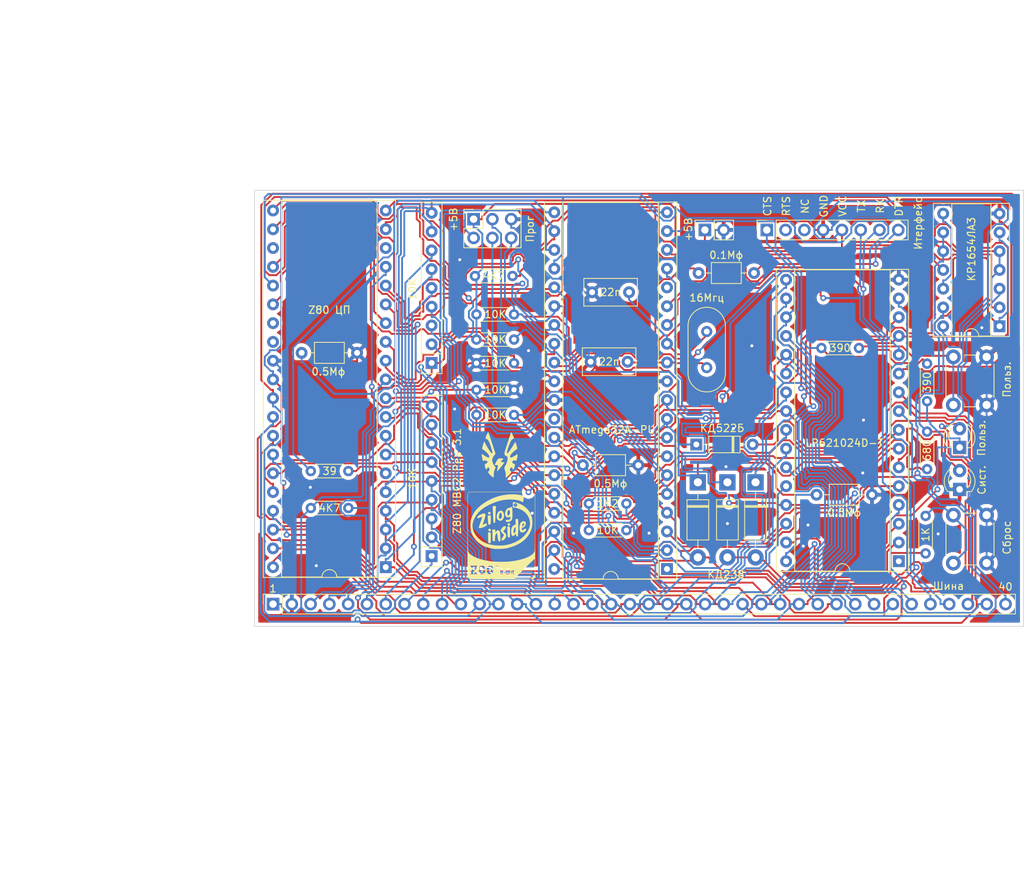
<source format=kicad_pcb>
(kicad_pcb (version 20211014) (generator pcbnew)
  (layers (0 "F.Cu" signal) (31 "B.Cu" signal) (34 "B.Paste" user) (35 "F.Paste" user) (36 "B.SilkS" user "B.Silkscreen") (37 "F.SilkS" user "F.Silkscreen") (38 "B.Mask" user) (39 "F.Mask" user) (44 "Edge.Cuts" user))
  (net 0 "")
  (net 1 "GND")
  (net 2 "+5V")
  (net 3 "Net-(C3-Pad1)")
  (net 4 "RST")
  (net 5 "Net-(C5-Pad1)")
  (net 6 "Net-(C6-Pad1)")
  (net 7 "Net-(D4-Pad2)")
  (net 8 "Net-(R32-Pad1)")
  (net 9 "Net-(D2-Pad1)")
  (net 10 "Net-(D2-Pad2)")
  (net 11 "PD3")
  (net 12 "PB0")
  (net 13 "Net-(D6-Pad2)")
  (net 14 "Net-(D8-Pad2)")
  (net 15 "CSK")
  (net 16 "MISO")
  (net 17 "MOSI")
  (net 18 "SCL")
  (net 19 "SDA")
  (net 20 "RTS")
  (net 21 "Net-(J4-Pad2)")
  (net 22 "Net-(J4-Pad3)")
  (net 23 "TX")
  (net 24 "RX")
  (net 25 "SS")
  (net 26 "M1")
  (net 27 "Net-(JP2-Pad2)")
  (net 28 "A1")
  (net 29 "A2")
  (net 30 "A3")
  (net 31 "A4")
  (net 32 "A5")
  (net 33 "A6")
  (net 34 "A7")
  (net 35 "NMI")
  (net 36 "Net-(R10-Pad1)")
  (net 37 "A8")
  (net 38 "A9")
  (net 39 "A10")
  (net 40 "A11")
  (net 41 "A12")
  (net 42 "A13")
  (net 43 "A14")
  (net 44 "A15")
  (net 45 "IORQ")
  (net 46 "HALT")
  (net 47 "PCB6")
  (net 48 "PD7")
  (net 49 "Net-(R26-Pad2)")
  (net 50 "BUSACK")
  (net 51 "Net-(R30-Pad1)")
  (net 52 "USR")
  (net 53 "D4")
  (net 54 "D3")
  (net 55 "D5")
  (net 56 "D6")
  (net 57 "D2")
  (net 58 "D7")
  (net 59 "D0")
  (net 60 "D1")
  (net 61 "INT")
  (net 62 "MREQ")
  (net 63 "RD")
  (net 64 "WR")
  (net 65 "WAIT")
  (net 66 "BUSREQ")
  (net 68 "A0")
  (net 69 "PD4")
  (net 70 "Net-(U2-Pad3)")
  (net 71 "PB2")
  (footprint "Resistor_THT:R_Axial_DIN0204_L3.6mm_D1.6mm_P5.08mm_Horizontal" (layer "F.Cu") (at 64.86 93)
    (fp_text reference "R31" hide)
    (fp_text value "4K7")
  )
  (footprint "Resistor_THT:R_Axial_DIN0204_L3.6mm_D1.6mm_P5.08mm_Horizontal" (layer "F.Cu") (at 148.2 87.74 90)
    (fp_text reference "R21" hide)
    (fp_text value "680")
  )
  (footprint "Resistor_THT:R_Array_SIP9" (layer "F.Cu") (at 81.2 73.375 90)
    (fp_text reference "RN2" hide)
    (fp_text value "10K")
  )
  (footprint "Capacitor_THT:C_Rect_L7.0mm_W3.5mm_P5.00mm" (layer "F.Cu") (at 107.7 73.2 180)
    (fp_text reference "C6" hide)
    (fp_text value "22п")
  )
  (footprint "LED_THT:LED_D3.0mm" (layer "F.Cu") (at 152.6 90.475 90)
    (fp_text reference "D4" hide)
    (fp_text value "Сист.")
  )
  (footprint "Package_DIP:DIP-40_W15.24mm_Socket" (layer "F.Cu") (at 113.025 101.25 180)
    (fp_text reference "U3" hide)
    (fp_text value "ATmega32A-PU")
  )
  (footprint "Connector_PinSocket_2.54mm:PinSocket_1x08_P2.54mm_Vertical_Serial" (layer "F.Cu") (at 126.525 55.375 90)
    (fp_text reference "J4" hide)
    (fp_text value "Итерфейс")
  )
  (footprint "Diode_THT:D_DO-41_SOD81_P10.16mm_Horizontal" (layer "F.Cu") (at 125 89.52 -90)
    (fp_text reference "D2" hide)
    (fp_text value "1N5817" hide)
  )
  (footprint "Capacitor_THT:C_Axial_L3.8mm_D2.6mm_P7.50mm_Horizontal" (layer "F.Cu") (at 133.25 91.2)
    (fp_text reference "C4" hide)
    (fp_text value "0.5Mф")
  )
  (footprint "Logos:z80-inside" (layer "F.Cu") (at 90.6 96.7)
    (fp_text reference "REF1" hide)
    (fp_text value "z80-inside" hide)
  )
  (footprint "Connector_PinSocket_2.54mm:PinSocket_2x03_P2.54mm_Vertical_ICSP" (layer "F.Cu") (at 86.875 53.91 90)
    (fp_text reference "J2" hide)
    (fp_text value "Прог")
  )
  (footprint "Package_DIP:DIP-32_W15.24mm_Socket" (layer "F.Cu") (at 144.375 100.2 180)
    (fp_text reference "U4" hide)
    (fp_text value "LP621024D-T")
  )
  (footprint "Resistor_THT:R_Axial_DIN0204_L3.6mm_D1.6mm_P5.08mm_Horizontal" (layer "F.Cu") (at 138.99 71.35 180)
    (fp_text reference "R30" hide)
    (fp_text value "390")
  )
  (footprint "Capacitor_THT:C_Axial_L3.8mm_D2.6mm_P7.50mm_Horizontal" (layer "F.Cu") (at 101.65 87.2)
    (fp_text reference "C2" hide)
    (fp_text value "0.5Мф")
  )
  (footprint "Diode_THT:D_DO-41_SOD81_P10.16mm_Horizontal" (layer "F.Cu") (at 117.2 89.52 -90)
    (fp_text reference "D1" hide)
    (fp_text value "КД238")
  )
  (footprint "Resistor_THT:R_Axial_DIN0204_L3.6mm_D1.6mm_P5.08mm_Horizontal" (layer "F.Cu") (at 87.06 61.6)
    (fp_text reference "R33" hide)
    (fp_text value "4K7")
  )
  (footprint "Resistor_THT:R_Axial_DIN0204_L3.6mm_D1.6mm_P5.08mm_Horizontal" (layer "F.Cu") (at 64.86 88)
    (fp_text reference "R26" hide)
    (fp_text value "39")
  )
  (footprint "Button_Switch_THT:SW_PUSH_6mm_H5mm" (layer "F.Cu") (at 151.75 100.45 90)
    (fp_text reference "SW1" hide)
    (fp_text value "Сброс")
  )
  (footprint "Resistor_THT:R_Axial_DIN0204_L3.6mm_D1.6mm_P5.08mm_Horizontal" (layer "F.Cu") (at 92.34 80.4 180)
    (fp_text reference "R34" hide)
    (fp_text value "10K")
  )
  (footprint "Resistor_THT:R_Axial_DIN0204_L3.6mm_D1.6mm_P5.08mm_Horizontal" (layer "F.Cu") (at 148.2 78.54 90)
    (fp_text reference "R32" hide)
    (fp_text value "390")
  )
  (footprint "Resistor_THT:R_Array_SIP9" (layer "F.Cu") (at 81.2 99.5 90)
    (fp_text reference "RN1" hide)
    (fp_text value "10K")
  )
  (footprint "Button_Switch_THT:SW_PUSH_6mm_H5mm" (layer "F.Cu") (at 151.75 79.05 90)
    (fp_text reference "SW2" hide)
    (fp_text value "Польз.")
  )
  (footprint "Resistor_THT:R_Axial_DIN0204_L3.6mm_D1.6mm_P5.08mm_Horizontal" (layer "F.Cu") (at 87.26 66.8)
    (fp_text reference "R11" hide)
    (fp_text value "10K")
  )
  (footprint "Package_DIP:DIP-14_W7.62mm_Socket" (layer "F.Cu") (at 158 68.4 180)
    (fp_text reference "U2" hide)
    (fp_text value "КР1654ЛА3")
  )
  (footprint "LED_THT:LED_D3.0mm" (layer "F.Cu") (at 152.6 84.8 90)
    (fp_text reference "D8" hide)
    (fp_text value "Польз.")
  )
  (footprint "Capacitor_THT:C_Axial_L3.8mm_D2.6mm_P7.50mm_Horizontal" (layer "F.Cu") (at 71.115 72 180)
    (fp_text reference "C1" hide)
    (fp_text value "0.5Мф")
  )
  (footprint "Resistor_THT:R_Axial_DIN0204_L3.6mm_D1.6mm_P5.08mm_Horizontal" (layer "F.Cu") (at 102.46 92.4)
    (fp_text reference "R20" hide)
    (fp_text value "1K2")
  )
  (footprint "Resistor_THT:R_Axial_DIN0204_L3.6mm_D1.6mm_P5.08mm_Horizontal" (layer "F.Cu") (at 87.26 73.4)
    (fp_text reference "R25" hide)
    (fp_text value "10K")
  )
  (footprint "Diode_THT:D_DO-35_SOD27_P7.62mm_Horizontal" (layer "F.Cu") (at 116.99 84.4)
    (fp_text reference "D9" hide)
    (fp_text value "КД522Б")
  )
  (footprint "Capacitor_THT:C_Axial_L3.8mm_D2.6mm_P7.50mm_Horizontal" (layer "F.Cu") (at 124.8 61.2 180)
    (fp_text reference "C3" hide)
    (fp_text value "0.1Мф")
  )
  (footprint "LOGO" (layer "F.Cu") (at 90.4 85.85)
    (fp_text reference "G***" hide)
    (fp_text value "LOGO" hide)
  )
  (footprint "Resistor_THT:R_Axial_DIN0204_L3.6mm_D1.6mm_P5.08mm_Horizontal" (layer "F.Cu") (at 148 94.06 -90)
    (fp_text reference "R10" hide)
    (fp_text value "1K")
  )
  (footprint "Capacitor_THT:C_Rect_L7.0mm_W3.5mm_P5.00mm" (layer "F.Cu") (at 107.9 63.8 180)
    (fp_text reference "C5" hide)
    (fp_text value "22п")
  )
  (footprint "Connector_PinSocket_2.54mm:PinSocket_1x02_P2.54mm_Vertical_POWER" (layer "F.Cu") (at 118.15 55.375 90)
    (fp_text reference "J1" hide)
    (fp_text value "Power" hide)
  )
  (footprint "Resistor_THT:R_Axial_DIN0204_L3.6mm_D1.6mm_P5.08mm_Horizontal" (layer "F.Cu") (at 107.54 96 180)
    (fp_text reference "R22" hide)
    (fp_text value "10K")
  )
  (footprint "Resistor_THT:R_Axial_DIN0204_L3.6mm_D1.6mm_P5.08mm_Horizontal" (layer "F.Cu") (at 92.34 77 180)
    (fp_text reference "R35" hide)
    (fp_text value "10K")
  )
  (footprint "Package_DIP:DIP-40_W15.24mm_Socket" (layer "F.Cu") (at 74.99 101 180)
    (fp_text reference "U1" hide)
    (fp_text value "Z80 ЦП")
  )
  (footprint "Resistor_THT:R_Axial_DIN0204_L3.6mm_D1.6mm_P5.08mm_Horizontal" (layer "F.Cu") (at 87.26 70.2)
    (fp_text reference "R9" hide)
    (fp_text value "10K")
  )
  (footprint "Crystal:Crystal_HC49-4H_Vertical" (layer "F.Cu") (at 118.4 74 90)
    (fp_text reference "Y1" hide)
    (fp_text value "16Mгц")
  )
  (footprint "Diode_THT:D_DO-41_SOD81_P10.16mm_Horizontal" (layer "F.Cu") (at 121.2 89.52 -90)
    (fp_text reference "D3" hide)
    (fp_text value "1N5817" hide)
  )
  (footprint "Connector_PinSocket_2.54mm:PinSocket_1x40_P2.54mm_Vertical" (layer "F.Cu") (at 59.75 106 90)
    (fp_text reference "J10" hide)
    (fp_text value "Шина")
  )
  (gr_rect (start 57.25 50) (end 161.25 109) (layer "Edge.Cuts") (width 0.1) (fill none))
  (gr_text "Z80 MBC2 Рев 3.1" (at 84.65 89.35 90) (layer "F.SilkS") (effects (font (size 1 1))))
  (segment (start 140.75 91.2) (end 141.8753 91.2) (width 0.25) (layer "F.Cu") (net 1))
  (segment (start 151.3747 90.475) (end 150.6486 89.7489) (width 0.25) (layer "F.Cu") (net 1))
  (segment (start 97.785 78.39) (end 98.9103 78.39) (width 0.25) (layer "F.Cu") (net 1))
  (segment (start 86.2997 73.4) (end 83.59874 76.10096) (width 0.25) (layer "F.Cu") (net 1))
  (segment (start 77.143994 76.95048) (end 76.657403 76.463889) (width 0.25) (layer "F.Cu") (net 1))
  (segment (start 97.2224 78.39) (end 96.6597 78.39) (width 0.25) (layer "F.Cu") (net 1))
  (segment (start 150.6486 89.7489) (end 149.3045 89.7489) (width 0.25) (layer "F.Cu") (net 1))
  (segment (start 76.657403 76.463889) (end 76.056111 76.463889) (width 0.25) (layer "F.Cu") (net 1))
  (segment (start 93.73 78.39) (end 92.34 77) (width 0.25) (layer "F.Cu") (net 1))
  (segment (start 59.75 73.06) (end 60.8753 73.06) (width 0.25) (layer "F.Cu") (net 1))
  (segment (start 74.4787 76.7254) (end 71.115 73.3617) (width 0.25) (layer "F.Cu") (net 1))
  (segment (start 103.4002 73.9001) (end 102.7 73.2) (width 0.25) (layer "F.Cu") (net 1))
  (segment (start 92.34 77) (end 88.74 73.4) (width 0.25) (layer "F.Cu") (net 1))
  (segment (start 98.9103 78.39) (end 103.4002 73.9001) (width 0.25) (layer "F.Cu") (net 1))
  (segment (start 158 54.2853) (end 158.2813 54.2853) (width 0.25) (layer "F.Cu") (net 1))
  (segment (start 96.6597 78.39) (end 93.73 78.39) (width 0.25) (layer "F.Cu") (net 1))
  (segment (start 159.5828 55.5868) (end 159.5828 69.6044) (width 0.25) (layer "F.Cu") (net 1))
  (segment (start 123.0406 54.1997) (end 132.0957 54.1997) (width 0.25) (layer "F.Cu") (net 1))
  (segment (start 134.145 55.375) (end 132.9697 55.375) (width 0.25) (layer "F.Cu") (net 1))
  (segment (start 158 53.16) (end 158 54.2853) (width 0.25) (layer "F.Cu") (net 1))
  (segment (start 152.6 90.475) (end 151.3747 90.475) (width 0.25) (layer "F.Cu") (net 1))
  (segment (start 75.7946 76.7254) (end 74.4787 76.7254) (width 0.25) (layer "F.Cu") (net 1))
  (segment (start 87.26 73.4) (end 86.2997 73.4) (width 0.25) (layer "F.Cu") (net 1))
  (segment (start 132.0957 54.1997) (end 132.9697 55.0737) (width 0.25) (layer "F.Cu") (net 1))
  (segment (start 80.663299 76.059369) (end 79.772188 76.95048) (width 0.25) (layer "F.Cu") (net 1))
  (segment (start 158.2813 54.2853) (end 159.5828 55.5868) (width 0.25) (layer "F.Cu") (net 1))
  (segment (start 97.2224 78.39) (end 97.785 78.39) (width 0.25) (layer "F.Cu") (net 1))
  (segment (start 60.9507 73.1354) (end 71.115 73.1354) (width 0.25) (layer "F.Cu") (net 1))
  (segment (start 121.8653 55.375) (end 123.0406 54.1997) (width 0.25) (layer "F.Cu") (net 1))
  (segment (start 105.35 75.85) (end 103.4002 73.9001) (width 0.25) (layer "F.Cu") (net 1))
  (segment (start 156.6372 72.55) (end 156.25 72.55) (width 0.25) (layer "F.Cu") (net 1))
  (segment (start 120.69 55.375) (end 121.8653 55.375) (width 0.25) (layer "F.Cu") (net 1))
  (segment (start 81.677492 76.10096) (end 81.6359 76.059369) (width 0.25) (layer "F.Cu") (net 1))
  (segment (start 88.74 73.4) (end 87.26 73.4) (width 0.25) (layer "F.Cu") (net 1))
  (segment (start 76.056111 76.463889) (end 75.7946 76.7254) (width 0.25) (layer "F.Cu") (net 1))
  (segment (start 71.115 72) (end 71.115 73.1354) (width 0.25) (layer "F.Cu") (net 1))
  (segment (start 147.8534 91.2) (end 141.8753 91.2) (width 0.25) (layer "F.Cu") (net 1))
  (segment (start 60.8753 73.06) (end 60.9507 73.1354) (width 0.25) (layer "F.Cu") (net 1))
  (segment (start 132.9697 55.0737) (end 132.9697 55.375) (width 0.25) (layer "F.Cu") (net 1))
  (segment (start 113.025 75.85) (end 105.35 75.85) (width 0.25) (layer "F.Cu") (net 1))
  (segment (start 159.5828 69.6044) (end 156.6372 72.55) (width 0.25) (layer "F.Cu") (net 1))
  (segment (start 149.3045 89.7489) (end 147.8534 91.2) (width 0.25) (layer "F.Cu") (net 1))
  (segment (start 71.115 73.3617) (end 71.115 73.1354) (width 0.25) (layer "F.Cu") (net 1))
  (segment (start 79.772188 76.95048) (end 77.143994 76.95048) (width 0.25) (layer "F.Cu") (net 1))
  (segment (start 83.59874 76.10096) (end 81.677492 76.10096) (width 0.25) (layer "F.Cu") (net 1))
  (segment (start 81.6359 76.059369) (end 80.663299 76.059369) (width 0.25) (layer "F.Cu") (net 1))
  (via (at 121 87.4) (size 0.8) (drill 0.4) (layers "F.Cu" "B.Cu") (net 1))
  (via (at 94.8 93.7) (size 0.8) (drill 0.4) (layers "F.Cu" "B.Cu") (net 1))
  (via (at 139.6 81.1) (size 0.8) (drill 0.4) (layers "F.Cu" "B.Cu") (net 1))
  (via (at 131.45 98.15) (size 0.8) (drill 0.4) (layers "F.Cu" "B.Cu") (net 1))
  (via (at 155.6 68.6) (size 0.8) (drill 0.4) (layers "F.Cu" "B.Cu") (net 1))
  (via (at 64.8 90.2) (size 0.8) (drill 0.4) (layers "F.Cu" "B.Cu") (net 1))
  (via (at 124.5 71.05) (size 0.8) (drill 0.4) (layers "F.Cu" "B.Cu") (net 1))
  (via (at 149.7 96.5) (size 0.8) (drill 0.4) (layers "F.Cu" "B.Cu") (net 1))
  (via (at 132.1 95.3) (size 0.8) (drill 0.4) (layers "F.Cu" "B.Cu") (net 1))
  (via (at 110.6 96.4) (size 0.8) (drill 0.4) (layers "F.Cu" "B.Cu") (net 1))
  (via (at 65.6 100.8) (size 0.8) (drill 0.4) (layers "F.Cu" "B.Cu") (net 1))
  (via (at 122 82.25) (size 0.8) (drill 0.4) (layers "F.Cu" "B.Cu") (net 1))
  (via (at 94.3 71.7) (size 0.8) (drill 0.4) (layers "F.Cu" "B.Cu") (net 1))
  (via (at 84.3 79.6) (size 0.8) (drill 0.4) (layers "F.Cu" "B.Cu") (net 1))
  (via (at 100.4 96.4) (size 0.8) (drill 0.4) (layers "F.Cu" "B.Cu") (net 1))
  (via (at 121.2 95.1) (size 0.8) (drill 0.4) (layers "F.Cu" "B.Cu") (net 1))
  (via (at 85 59.4) (size 0.8) (drill 0.4) (layers "F.Cu" "B.Cu") (net 1))
  (via (at 139.5 88.25) (size 0.8) (drill 0.4) (layers "F.Cu" "B.Cu") (net 1))
  (segment (start 156.25 88.0503) (end 156.25 79.05) (width 0.25) (layer "B.Cu") (net 1))
  (segment (start 145.5003 54.8809) (end 145.5003 59.8494) (width 0.25) (layer "B.Cu") (net 1))
  (segment (start 156.25 72.55) (end 156.25 79.05) (width 0.25) (layer "B.Cu") (net 1))
  (segment (start 61.4488 88.8438) (end 61.4487 88.8438) (width 0.25) (layer "B.Cu") (net 1))
  (segment (start 153.8253 90.475) (end 153.8253 91.5253) (width 0.25) (layer "B.Cu") (net 1))
  (segment (start 153.8253 90.475) (end 156.25 88.0503) (width 0.25) (layer "B.Cu") (net 1))
  (segment (start 102.418 64.282) (end 102.9 63.8) (width 0.25) (layer "B.Cu") (net 1))
  (segment (start 120.69 55.375) (end 119.5147 55.375) (width 0.25) (layer "B.Cu") (net 1))
  (segment (start 119.5147 56.183) (end 119.5147 55.375) (width 0.25) (layer "B.Cu") (net 1))
  (segment (start 62.3125 104.8022) (end 62.3125 89.7075) (width 0.25) (layer "B.Cu") (net 1))
  (segment (start 93.1303 55.8932) (end 92.3224 55.0853) (width 0.25) (layer "B.Cu") (net 1))
  (segment (start 92.3224 55.0853) (end 91.955 55.0853) (width 0.25) (layer "B.Cu") (net 1))
  (segment (start 153.8253 91.5253) (end 156.25 93.95) (width 0.25) (layer "B.Cu") (net 1))
  (segment (start 102.418 72.918) (end 102.7 73.2) (width 0.25) (layer "B.Cu") (net 1))
  (segment (start 148.3648 52.0164) (end 145.5003 54.8809) (width 0.25) (layer "B.Cu") (net 1))
  (segment (start 156.25 100.45) (end 156.25 93.95) (width 0.25) (layer "B.Cu") (net 1))
  (segment (start 135.3203 55.375) (end 135.3203 55.0077) (width 0.25) (layer "B.Cu") (net 1))
  (segment (start 136.5953 53.7327) (end 144.3521 53.7327) (width 0.25) (layer "B.Cu") (net 1))
  (segment (start 152.6 90.475) (end 153.8253 90.475) (width 0.25) (layer "B.Cu") (net 1))
  (segment (start 62.3125 89.7075) (end 61.4488 88.8438) (width 0.25) (layer "B.Cu") (net 1))
  (segment (start 102.9 63.8) (end 107.36 59.34) (width 0.25) (layer "B.Cu") (net 1))
  (segment (start 97.5505 61.9692) (end 93.1303 57.549) (width 0.25) (layer "B.Cu") (net 1))
  (segment (start 145.5003 59.8494) (end 144.375 60.9747) (width 0.25) (layer "B.Cu") (net 1))
  (segment (start 93.1303 57.549) (end 93.1303 55.8932) (width 0.25) (layer "B.Cu") (net 1))
  (segment (start 100.1052 61.9692) (end 97.5505 61.9692) (width 0.25) (layer "B.Cu") (net 1))
  (segment (start 91.955 53.91) (end 91.955 55.0853) (width 0.25) (layer "B.Cu") (net 1))
  (segment (start 61.4487 74.7587) (end 59.75 73.06) (width 0.25) (layer "B.Cu") (net 1))
  (segment (start 107.36 59.34) (end 116.3577 59.34) (width 0.25) (layer "B.Cu") (net 1))
  (segment (start 158 53.16) (end 156.8747 53.16) (width 0.25) (layer "B.Cu") (net 1))
  (segment (start 62.29 104.8247) (end 62.3125 104.8022) (width 0.25) (layer "B.Cu") (net 1))
  (segment (start 102.418 64.282) (end 100.1052 61.9692) (width 0.25) (layer "B.Cu") (net 1))
  (segment (start 61.4487 88.8438) (end 61.4487 74.7587) (width 0.25) (layer "B.Cu") (net 1))
  (segment (start 155.7311 52.0164) (end 148.3648 52.0164) (width 0.25) (layer "B.Cu") (net 1))
  (segment (start 144.375 62.1) (end 144.375 60.9747) (width 0.25) (layer "B.Cu") (net 1))
  (segment (start 156.8747 53.16) (end 155.7311 52.0164) (width 0.25) (layer "B.Cu") (net 1))
  (segment (start 102.418 64.282) (end 102.418 72.918) (width 0.25) (layer "B.Cu") (net 1))
  (segment (start 99.2147 78.39) (end 98.9103 78.39) (width 0.25) (layer "B.Cu") (net 1))
  (segment (start 116.3577 59.34) (end 119.5147 56.183) (width 0.25) (layer "B.Cu") (net 1))
  (segment (start 62.29 106) (end 62.29 104.8247) (width 0.25) (layer "B.Cu") (net 1))
  (segment (start 108.0247 87.2) (end 99.2147 78.39) (width 0.25) (layer "B.Cu") (net 1))
  (segment (start 109.15 87.2) (end 108.0247 87.2) (width 0.25) (layer "B.Cu") (net 1))
  (segment (start 97.785 78.39) (end 98.9103 78.39) (width 0.25) (layer "B.Cu") (net 1))
  (segment (start 135.3203 55.0077) (end 136.5953 53.7327) (width 0.25) (layer "B.Cu") (net 1))
  (segment (start 134.145 55.375) (end 135.3203 55.375) (width 0.25) (layer "B.Cu") (net 1))
  (segment (start 144.3521 53.7327) (end 145.5003 54.8809) (width 0.25) (layer "B.Cu") (net 1))
  (segment (start 102.626498 85.95048) (end 103.226384 85.95048) (width 0.25) (layer "F.Cu") (net 2))
  (segment (start 122.912546 86.2) (end 123.585617 86.873071) (width 0.25) (layer "F.Cu") (net 2))
  (segment (start 86.875 53.91) (end 88.0503 53.91) (width 0.25) (layer "F.Cu") (net 2))
  (segment (start 88.0503 53.91) (end 88.0503 53.5427) (width 0.25) (layer "F.Cu") (net 2))
  (segment (start 99.4757 85.522) (end 99.816989 85.863289) (width 0.25) (layer "F.Cu") (net 2))
  (segment (start 89.7446 51.8484) (end 113.4737 51.8484) (width 0.25) (layer "F.Cu") (net 2))
  (segment (start 96.5353 84.5953) (end 98.549 84.5953) (width 0.25) (layer "F.Cu") (net 2))
  (segment (start 136.685 55.375) (end 136.685 57.79048) (width 0.25) (layer "F.Cu") (net 2))
  (segment (start 114.971498 57.79048) (end 118.15 57.79048) (width 0.25) (layer "F.Cu") (net 2))
  (segment (start 74.99 75.6) (end 76.1153 75.6) (width 0.25) (layer "F.Cu") (net 2))
  (segment (start 123.585617 86.873071) (end 126.437353 86.873071) (width 0.25) (layer "F.Cu") (net 2))
  (segment (start 81.2 74.8) (end 81.2 73.375) (width 0.25) (layer "F.Cu") (net 2))
  (segment (start 136.685 57.79048) (end 118.15 57.79048) (width 0.25) (layer "F.Cu") (net 2))
  (segment (start 127.560969 87.996687) (end 127.560969 88.151987) (width 0.25) (layer "F.Cu") (net 2))
  (segment (start 110.974551 82.225449) (end 111.450969 81.749031) (width 0.25) (layer "F.Cu") (net 2))
  (segment (start 111.450969 79.964031) (end 113.025 78.39) (width 0.25) (layer "F.Cu") (net 2))
  (segment (start 127.8 88.391018) (end 127.8 90.2953) (width 0.25) (layer "F.Cu") (net 2))
  (segment (start 99.816989 85.227897) (end 100.241397 84.803489) (width 0.25) (layer "F.Cu") (net 2))
  (segment (start 82.3253 73.375) (end 82.904318 72.795982) (width 0.25) (layer "F.Cu") (net 2))
  (segment (start 90.31748 73.511197) (end 90.31748 72.432798) (width 0.25) (layer "F.Cu") (net 2))
  (segment (start 97.785 75.85) (end 96.935 75) (width 0.25) (layer "F.Cu") (net 2))
  (segment (start 86.5972 69.8) (end 87.1286 70.3314) (width 0.25) (layer "F.Cu") (net 2))
  (segment (start 100.841603 84.803489) (end 101.266011 85.227897) (width 0.25) (layer "F.Cu") (net 2))
  (segment (start 104.29816 83.921091) (end 105.993802 82.225449) (width 0.25) (layer "F.Cu") (net 2))
  (segment (start 82.917167 70.318551) (end 83.973785 70.318551) (width 0.25) (layer "F.Cu") (net 2))
  (segment (start 111.450969 81.749031) (end 111.450969 79.964031) (width 0.25) (layer "F.Cu") (net 2))
  (segment (start 117.2 89.52) (end 117.2 87) (width 0.25) (layer "F.Cu") (net 2))
  (segment (start 128.7047 91.2) (end 133.25 91.2) (width 0.25) (layer "F.Cu") (net 2))
  (segment (start 105.993802 82.225449) (end 110.974551 82.225449) (width 0.25) (layer "F.Cu") (net 2))
  (segment (start 101.625969 85.625969) (end 102.301987 85.625969) (width 0.25) (layer "F.Cu") (net 2))
  (segment (start 127.560969 88.151987) (end 127.8 88.391018) (width 0.25) (layer "F.Cu") (net 2))
  (segment (start 126.437353 86.873071) (end 127.560969 87.996687) (width 0.25) (layer "F.Cu") (net 2))
  (segment (start 81.2 73.375) (end 82.3253 73.375) (width 0.25) (layer "F.Cu") (net 2))
  (segment (start 114.175 52.5497) (end 114.175 56.993982) (width 0.25) (layer "F.Cu") (net 2))
  (segment (start 91.806283 75) (end 90.31748 73.511197) (width 0.25) (layer "F.Cu") (net 2))
  (segment (start 117.326929 86.873071) (end 118.673104 86.873071) (width 0.25) (layer "F.Cu") (net 2))
  (segment (start 96.935 75) (end 91.806283 75) (width 0.25) (layer "F.Cu") (net 2))
  (segment (start 82.904318 70.3314) (end 82.917167 70.318551) (width 0.25) (layer "F.Cu") (net 2))
  (segment (start 92.34 80.4) (end 96.5353 84.5953) (width 0.25) (layer "F.Cu") (net 2))
  (segment (start 76.1153 75.6) (end 76.529669 76.014369) (width 0.25) (layer "F.Cu") (net 2))
  (segment (start 88.216082 70.3314) (end 87.1286 70.3314) (width 0.25) (layer "F.Cu") (net 2))
  (segment (start 127.8 90.2953) (end 128.7047 91.2) (width 0.25) (layer "F.Cu") (net 2))
  (segment (start 102.301987 85.625969) (end 102.626498 85.95048) (width 0.25) (layer "F.Cu") (net 2))
  (segment (start 104.29816 84.878704) (end 104.29816 83.921091) (width 0.25) (layer "F.Cu") (net 2))
  (segment (start 113.4737 51.8484) (end 114.175 52.5497) (width 0.25) (layer "F.Cu") (net 2))
  (segment (start 76.529669 76.014369) (end 76.843601 76.014369) (width 0.25) (layer "F.Cu") (net 2))
  (segment (start 98.549 84.5953) (end 99.4757 85.522) (width 0.25) (layer "F.Cu") (net 2))
  (segment (start 87.1286 70.3314) (end 87.26 70.2) (width 0.25) (layer "F.Cu") (net 2))
  (segment (start 77.330192 76.50096) (end 79.49904 76.50096) (width 0.25) (layer "F.Cu") (net 2))
  (segment (start 100.241397 84.803489) (end 100.841603 84.803489) (width 0.25) (layer "F.Cu") (net 2))
  (segment (start 82.904318 72.795982) (end 82.904318 70.3314) (width 0.25) (layer "F.Cu") (net 2))
  (segment (start 117.2 87) (end 117.326929 86.873071) (width 0.25) (layer "F.Cu") (net 2))
  (segment (start 90.31748 72.432798) (end 88.216082 70.3314) (width 0.25) (layer "F.Cu") (net 2))
  (segment (start 101.266011 85.227897) (end 101.266011 85.266011) (width 0.25) (layer "F.Cu") (net 2))
  (segment (start 84.492336 69.8) (end 86.5972 69.8) (width 0.25) (layer "F.Cu") (net 2))
  (segment (start 79.49904 76.50096) (end 81.2 74.8) (width 0.25) (layer "F.Cu") (net 2))
  (segment (start 119.346175 86.2) (end 122.912546 86.2) (width 0.25) (layer "F.Cu") (net 2))
  (segment (start 76.843601 76.014369) (end 77.330192 76.50096) (width 0.25) (layer "F.Cu") (net 2))
  (segment (start 114.175 56.993982) (end 114.971498 57.79048) (width 0.25) (layer "F.Cu") (net 2))
  (segment (start 88.0503 53.5427) (end 89.7446 51.8484) (width 0.25) (layer "F.Cu") (net 2))
  (segment (start 101.1537 87.2) (end 101.65 87.2) (width 0.25) (layer "F.Cu") (net 2))
  (segment (start 118.673104 86.873071) (end 119.346175 86.2) (width 0.25) (layer "F.Cu") (net 2))
  (segment (start 99.4757 85.522) (end 101.1537 87.2) (width 0.25) (layer "F.Cu") (net 2))
  (segment (start 101.266011 85.266011) (end 101.625969 85.625969) (width 0.25) (layer "F.Cu") (net 2))
  (segment (start 99.816989 85.863289) (end 99.816989 85.227897) (width 0.25) (layer "F.Cu") (net 2))
  (segment (start 83.973785 70.318551) (end 84.492336 69.8) (width 0.25) (layer "F.Cu") (net 2))
  (segment (start 103.226384 85.95048) (end 104.29816 84.878704) (width 0.25) (layer "F.Cu") (net 2))
  (segment (start 118.15 57.79048) (end 118.15 55.375) (width 0.25) (layer "F.Cu") (net 2))
  (segment (start 158.465789 54.575489) (end 159.1287 53.912578) (width 0.25) (layer "B.Cu") (net 2))
  (segment (start 114.59982 88.60018) (end 114.59982 84.40018) (width 0.25) (layer "B.Cu") (net 2))
  (segment (start 81.2 100.6253) (end 76.26 105.5653) (width 0.25) (layer "B.Cu") (net 2))
  (segment (start 74.99 75.7553) (end 73.1901 77.5552) (width 0.25) (layer "B.Cu") (net 2))
  (segment (start 156.425969 55.683731) (end 157.534211 54.575489) (width 0.25) (layer "B.Cu") (net 2))
  (segment (start 102.46 96) (end 102.46 92.4) (width 0.25) (layer "B.Cu") (net 2))
  (segment (start 96.5 76.0097) (end 96.5 77.448982) (width 0.25) (layer "B.Cu") (net 2))
  (segment (start 96.6597 75.85) (end 96.5 76.0097) (width 0.25) (layer "B.Cu") (net 2))
  (segment (start 81.2 99.5) (end 81.2 100.6253) (width 0.25) (layer "B.Cu") (net 2))
  (segment (start 116.28 88.6) (end 114.6 88.6) (width 0.25) (layer "B.Cu") (net 2))
  (segment (start 87.2424 55.0853) (end 86.875 55.0853) (width 0.25) (layer "B.Cu") (net 2))
  (segment (start 151.225489 71.225489) (end 152.624991 71.225489) (width 0.25) (layer "B.Cu") (net 2))
  (segment (start 96.210969 78.189031) (end 94 80.4) (width 0.25) (layer "B.Cu") (net 2))
  (segment (start 116.99 84.4) (end 114.59982 84.4) (width 0.25) (layer "B.Cu") (net 2))
  (segment (start 63.56 106.4624) (end 63.56 94.3) (width 0.25) (layer "B.Cu") (net 2))
  (segment (start 114.6 88.6) (end 114.59982 88.60018) (width 0.25) (layer "B.Cu") (net 2))
  (segment (start 59.75 106) (end 60.9253 106) (width 0.25) (layer "B.Cu") (net 2))
  (segment (start 71.674031 91.525969) (end 66.334031 91.525969) (width 0.25) (layer "B.Cu") (net 2))
  (segment (start 73.415969 79.392296) (end 72.966449 79.841816) (width 0.25) (layer "B.Cu") (net 2))
  (segment (start 88.0503 55.8932) (end 87.2424 55.0853) (width 0.25) (layer "B.Cu") (net 2))
  (segment (start 86.875 53.91) (end 86.875 55.0853) (width 0.25) (layer "B.Cu") (net 2))
  (segment (start 63.56 94.3) (end 64.86 93) (width 0.25) (layer "B.Cu") (net 2))
  (segment (start 68.0449 77.5552) (end 73.415969 77.5552) (width 0.25) (layer "B.Cu") (net 2))
  (segment (start 150.38 68.4) (end 150.38 69.354582) (width 0.25) (layer "B.Cu") (net 2))
  (segment (start 132.958 55.861) (end 133.681 56.584) (width 0.25) (layer "B.Cu") (net 2))
  (segment (start 68.0449 77.5552) (end 63.615 73.1253) (width 0.25) (layer "B.Cu") (net 2))
  (segment (start 130.4 91.2) (end 130.4 98.019) (width 0.25) (layer "B.Cu") (net 2))
  (segment (start 66.334031 91.525969) (end 64.86 93) (width 0.25) (layer "B.Cu") (net 2))
  (segment (start 113.025 79.3397) (end 113.025 78.39) (width 0.25) (layer "B.Cu") (net 2))
  (segment (start 87.06 61.6) (end 88.0503 60.6097) (width 0.25) (layer "B.Cu") (net 2))
  (segment (start 152.624991 68.267574) (end 156.425969 64.466595) (width 0.25) (layer "B.Cu") (net 2))
  (segment (start 87.26 66.8) (end 87.26 61.8) (width 0.25) (layer "B.Cu") (net 2))
  (segment (start 102.46 92.4) (end 103.3 91.56) (width 0.25) (layer "B.Cu") (net 2))
  (segment (start 71.90096 82.786686) (end 71.90096 91.29904) (width 0.25) (layer "B.Cu") (net 2))
  (segment (start 63.56 106.4624) (end 62.8471 107.1753) (width 0.25) (layer "B.Cu") (net 2))
  (segment (start 103.3 89.095018) (end 102.52848 88.323498) (width 0.25) (layer "B.Cu") (net 2))
  (segment (start 73.1901 77.5552) (end 68.0449 77.5552) (width 0.25) (layer "B.Cu") (net 2))
  (segment (start 152.624991 71.225489) (end 152.624991 68.267574) (width 0.25) (layer "B.Cu") (net 2))
  (segment (start 114.59982 80.91452) (end 113.025 79.3397) (width 0.25) (layer "B.Cu") (net 2))
  (segment (start 63.615 72) (end 63.615 73.1253) (width 0.25) (layer "B.Cu") (net 2))
  (segment (start 71.63899 106.85) (end 70.72101 106.85) (width 0.25) (layer "B.Cu") (net 2))
  (segment (start 97.785 75.85) (end 96.6597 75.85) (width 0.25) (layer "B.Cu") (net 2))
  (segment (start 114.59982 84.4) (end 114.59982 80.91452) (width 0.25) (layer "B.Cu") (net 2))
  (segment (start 71.963501 107.174511) (end 71.63899 106.85) (width 0.25) (layer "B.Cu") (net 2))
  (segment (start 74.99 75.6) (end 74.99 75.7553) (width 0.25) (layer "B.Cu") (net 2))
  (segment (start 159.1287 53.912578) (end 159.1287 52.6288) (width 0.25) (layer "B.Cu") (net 2))
  (segment (start 96.210969 77.738013) (end 96.210969 78.189031) (width 0.25) (layer "B.Cu") (net 2))
  (segment (start 150.84952 70.84952) (end 151.225489 71.225489) (width 0.25) (layer "B.Cu") (net 2))
  (segment (start 114.6 84.4) (end 116.99 84.4) (width 0.25) (layer "B.Cu") (net 2))
  (segment (start 129.3443 99.0747) (end 129.135 99.0747) (width 0.25) (layer "B.Cu") (net 2))
  (segment (start 129.135 99.0747) (end 129.135 100.2) (width 0.25) (layer "B.Cu") (net 2))
  (segment (start 135.476 56.584) (end 136.685 55.375) (width 0.25) (layer "B.Cu") (net 2))
  (segment (start 130.4 98.019) (end 129.3443 99.0747) (width 0.25) (layer "B.Cu") (net 2))
  (segment (start 158.0097 51.5098) (end 136.2533 51.5098) (width 0.25) (layer "B.Cu") (net 2))
  (segment (start 62.8471 107.1753) (end 61.7332 107.1753) (width 0.25) (layer "B.Cu") (net 2))
  (segment (start 60.9253 106.3674) (end 60.9253 106) (width 0.25) (layer "B.Cu") (net 2))
  (segment (start 61.7332 107.1753) (end 60.9253 106.3674) (width 0.25) (layer "B.Cu") (net 2))
  (segment (start 117.2 89.52) (end 116.28 88.6) (width 0.25) (layer "B.Cu") (net 2))
  (segment (start 94 80.4) (end 92.34 80.4) (width 0.25) (layer "B.Cu") (net 2))
  (segment (start 87.26 61.8) (end 87.06 61.6) (width 0.25) (layer "B.Cu") (net 2))
  (segment (start 150.38 69.354582) (end 150.84952 69.824103) (width 0.25) (layer "B.Cu") (net 2))
  (segment (start 70.396499 107.174511) (end 64.272111 107.174511) (width 0.25) (layer "B.Cu") (net 2))
  (segment (start 88.0503 60.6097) (end 88.0503 55.8932) (width 0.25) (layer "B.Cu") (net 2))
  (segment (start 159.1287 52.6288) (end 158.0097 51.5098) (width 0.25) (layer "B.Cu") (net 2))
  (segment (start 136.2533 51.5098) (end 132.958 54.8051) (width 0.25) (layer "B.Cu") (net 2))
  (segment (start 73.415969 77.5552) (end 73.415969 79.392296) (width 0.25) (layer "B.Cu") (net 2))
  (segment (start 157.534211 54.575489) (end 158.465789 54.575489) (width 0.25) (layer "B.Cu") (net 2))
  (segment (start 133.25 91.2) (end 130.4 91.2) (width 0.25) (layer "B.Cu") (net 2))
  (segment (start 102.52848 88.07848) (end 101.65 87.2) (width 0.25) (layer "B.Cu") (net 2))
  (segment (start 156.425969 64.466595) (end 156.425969 55.683731) (width 0.25) (layer "B.Cu") (net 2))
  (segment (start 76.26 105.5653) (end 76.26 106.4061) (width 0.25) (layer "B.Cu") (net 2))
  (segment (start 114.59982 84.40018) (end 114.6 84.4) (width 0.25) (layer "B.Cu") (net 2))
  (segment (start 133.681 56.584) (end 135.476 56.584) (width 0.25) (layer "B.Cu") (net 2))
  (segment (start 132.958 54.8051) (end 132.958 55.861) (width 0.25) (layer "B.Cu") (net 2))
  (segment (start 71.90096 91.29904) (end 71.674031 91.525969) (width 0.25) (layer "B.Cu") (net 2))
  (segment (start 103.3 91.56) (end 103.3 89.095018) (width 0.25) (layer "B.Cu") (net 2))
  (segment (start 96.5 77.448982) (end 96.210969 77.738013) (width 0.25) (layer "B.Cu") (net 2))
  (segment (start 70.72101 106.85) (end 70.396499 107.174511) (width 0.25) (layer "B.Cu") (net 2))
  (segment (start 72.966449 81.721197) (end 71.90096 82.786686) (width 0.25) (layer "B.Cu") (net 2))
  (segment (start 76.26 106.4061) (end 75.491589 107.174511) (width 0.25) (layer "B.Cu") (net 2))
  (segment (start 102.52848 88.323498) (end 102.52848 88.07848) (width 0.25) (layer "B.Cu") (net 2))
  (segment (start 87.26 70.2) (end 87.26 66.8) (width 0.25) (layer "B.Cu") (net 2))
  (segment (start 150.84952 69.824103) (end 150.84952 70.84952) (width 0.25) (layer "B.Cu") (net 2))
  (segment (start 75.491589 107.174511) (end 71.963501 107.174511) (width 0.25) (layer "B.Cu") (net 2))
  (segment (start 72.966449 79.841816) (end 72.966449 81.721197) (width 0.25) (layer "B.Cu") (net 2))
  (segment (start 64.272111 107.174511) (end 63.56 106.4624) (width 0.25) (layer "B.Cu") (net 2))
  (segment (start 126.0223 59.9777) (end 141.2431 59.9777) (width 0.25) (layer "F.Cu") (net 3))
  (segment (start 124.8 61.2) (end 126.0223 59.9777) (width 0.25) (layer "F.Cu") (net 3))
  (via (at 141.2431 59.9777) (size 0.8) (drill 0.4) (layers "F.Cu" "B.Cu") (net 3))
  (segment (start 142.680969 56.999031) (end 142.036687 56.999031) (width 0.25) (layer "B.Cu") (net 3))
  (segment (start 142.036687 56.999031) (end 141.2431 57.792618) (width 0.25) (layer "B.Cu") (net 3))
  (segment (start 141.2431 57.792618) (end 141.2431 59.9777) (width 0.25) (layer "B.Cu") (net 3))
  (segment (start 144.305 55.375) (end 142.680969 56.999031) (width 0.25) (layer "B.Cu") (net 3))
  (segment (start 98.250789 97.585489) (end 98.932436 98.267136) (width 0.25) (layer "F.Cu") (net 4))
  (segment (start 142.020972 103.70096) (end 143.250489 102.471443) (width 0.25) (layer "F.Cu") (net 4))
  (segment (start 99.982322 100.65) (end 100.4859 100.146422) (width 0.25) (layer "F.Cu") (net 4))
  (segment (start 112.559211 62.025489) (end 113.490789 62.025489) (width 0.25) (layer "F.Cu") (net 4))
  (segment (start 143.250489 99.075489) (end 147.935489 99.075489) (width 0.25) (layer "F.Cu") (net 4))
  (segment (start 116.675609 60.575609) (end 117.3 61.2) (width 0.25) (layer "F.Cu") (net 4))
  (segment (start 98.250789 67.105489) (end 99.74952 68.60422) (width 0.25) (layer "F.Cu") (net 4))
  (segment (start 113.490789 62.025489) (end 114.940669 60.575609) (width 0.25) (layer "F.Cu") (net 4))
  (segment (start 101.627221 100.65) (end 106.684514 100.65) (width 0.25) (layer "F.Cu") (net 4))
  (segment (start 101.497508 70.72614) (end 108.087876 70.72614) (width 0.25) (layer "F.Cu") (net 4))
  (segment (start 100.023646 72.2) (end 101.497508 70.72614) (width 0.25) (layer "F.Cu") (net 4))
  (segment (start 126.740195 101.47636) (end 128.964795 103.70096) (width 0.25) (layer "F.Cu") (net 4))
  (segment (start 96.660489 98.244211) (end 97.319211 97.585489) (width 0.25) (layer "F.Cu") (net 4))
  (segment (start 93.670789 67.105489) (end 98.250789 67.105489) (width 0.25) (layer "F.Cu") (net 4))
  (segment (start 83.2608 101.5019) (end 83.75618 101.99728) (width 0.25) (layer "F.Cu") (net 4))
  (segment (start 85.107917 102) (end 96.6 102) (width 0.25) (layer "F.Cu") (net 4))
  (segment (start 111.450969 63.133731) (end 112.559211 62.025489) (width 0.25) (layer "F.Cu") (net 4))
  (segment (start 92.34 66.8) (end 93.3653 66.8) (width 0.25) (layer "F.Cu") (net 4))
  (segment (start 101.123643 100.146422) (end 101.627221 100.65) (width 0.25) (layer "F.Cu") (net 4))
  (segment (start 100.4859 100.146422) (end 101.123643 100.146422) (width 0.25) (layer "F.Cu") (net 4))
  (segment (start 93.3653 66.8) (end 93.670789 67.105489) (width 0.25) (layer "F.Cu") (net 4))
  (segment (start 114.940669 60.575609) (end 116.675609 60.575609) (width 0.25) (layer "F.Cu") (net 4))
  (segment (start 99.74952 68.60422) (end 99.74952 72.2) (width 0.25) (layer "F.Cu") (net 4))
  (segment (start 97.319211 97.585489) (end 98.250789 97.585489) (width 0.25) (layer "F.Cu") (net 4))
  (segment (start 83.75618 101.99728) (end 85.105197 101.99728) (width 0.25) (layer "F.Cu") (net 4))
  (segment (start 106.778574 100.74406) (end 111.281918 100.74406) (width 0.25) (layer "F.Cu") (net 4))
  (segment (start 96.660489 101.939511) (end 96.660489 98.244211) (width 0.25) (layer "F.Cu") (net 4))
  (segment (start 111.900489 100.125489) (end 116.754511 100.125489) (width 0.25) (layer "F.Cu") (net 4))
  (segment (start 147.935489 99.075489) (end 148 99.14) (width 0.25) (layer "F.Cu") (net 4))
  (segment (start 98.932436 99.600114) (end 99.982322 100.65) (width 0.25) (layer "F.Cu") (net 4))
  (segment (start 98.932436 98.267136) (end 98.932436 99.600114) (width 0.25) (layer "F.Cu") (net 4))
  (segment (start 106.684514 100.65) (end 106.778574 100.74406) (width 0.25) (layer "F.Cu") (net 4))
  (segment (start 111.281918 100.74406) (end 111.900489 100.125489) (width 0.25) (layer "F.Cu") (net 4))
  (segment (start 96.6 102) (end 96.660489 101.939511) (width 0.25) (layer "F.Cu") (net 4))
  (segment (start 109.262696 71.90096) (end 111.450969 71.90096) (width 0.25) (layer "F.Cu") (net 4))
  (segment (start 128.964795 103.70096) (end 142.020972 103.70096) (width 0.25) (layer "F.Cu") (net 4))
  (segment (start 118.6253 99.68) (end 120.42166 101.47636) (width 0.25) (layer "F.Cu") (net 4))
  (segment (start 116.754511 100.125489) (end 117.2 99.68) (width 0.25) (layer "F.Cu") (net 4))
  (segment (start 143.250489 102.471443) (end 143.250489 99.075489) (width 0.25) (layer "F.Cu") (net 4))
  (segment (start 120.42166 101.47636) (end 126.740195 101.47636) (width 0.25) (layer "F.Cu") (net 4))
  (segment (start 85.105197 101.99728) (end 85.107917 102) (width 0.25) (layer "F.Cu") (net 4))
  (segment (start 111.450969 71.90096) (end 111.450969 63.133731) (width 0.25) (layer "F.Cu") (net 4))
  (segment (start 99.74952 72.2) (end 100.023646 72.2) (width 0.25) (layer "F.Cu") (net 4))
  (segment (start 108.087876 70.72614) (end 109.262696 71.90096) (width 0.25) (layer "F.Cu") (net 4))
  (segment (start 117.2 99.68) (end 118.6253 99.68) (width 0.25) (layer "F.Cu") (net 4))
  (via (at 83.2608 101.5019) (size 0.8) (drill 0.4) (layers "F.Cu" "B.Cu") (net 4))
  (segment (start 93.3653 66.8) (end 96.0653 69.5) (width 0.25) (layer "B.Cu") (net 4))
  (segment (start 114.1503 97.3503) (end 116.48 99.68) (width 0.25) (layer "B.Cu") (net 4))
  (segment (start 99.1 70.4787) (end 99.1 72.383882) (width 0.25) (layer "B.Cu") (net 4))
  (segment (start 113.025 80.93) (end 113.025 81.3882) (width 0.25) (layer "B.Cu") (net 4))
  (segment (start 111.900489 85.599511) (end 111.900489 82.512711) (width 0.25) (layer "B.Cu") (net 4))
  (segment (start 99.1 72.383882) (end 99.86362 73.147503) (width 0.25) (layer "B.Cu") (net 4))
  (segment (start 99.86362 73.147503) (end 99.86362 74.727902) (width 0.25) (layer "B.Cu") (net 4))
  (segment (start 111.317859 86.182141) (end 111.900489 85.599511) (width 0.25) (layer "B.Cu") (net 4))
  (segment (start 91.955 56.45) (end 91.955 57.6253) (width 0.25) (layer "B.Cu") (net 4))
  (segment (start 92.34 66.8) (end 92.34 65.7747) (width 0.25) (layer "B.Cu") (net 4))
  (segment (start 80.07 104.8247) (end 83.2608 101.6339) (width 0.25) (layer "B.Cu") (net 4))
  (segment (start 113.3064 82.0553) (end 114.1503 82.8992) (width 0.25) (layer "B.Cu") (net 4))
  (segment (start 113.025 82.0553) (end 113.3064 82.0553) (width 0.25) (layer "B.Cu") (net 4))
  (segment (start 114.1503 82.8992) (end 114.1503 97.3503) (width 0.25) (layer "B.Cu") (net 4))
  (segment (start 111.900489 82.512711) (end 113.025 81.3882) (width 0.25) (layer "B.Cu") (net 4))
  (segment (start 91.955 57.6253) (end 91.1024 58.4779) (width 0.25) (layer "B.Cu") (net 4))
  (segment (start 80.07 106) (end 80.07 104.8247) (width 0.25) (layer "B.Cu") (net 4))
  (segment (start 91.1024 64.5371) (end 92.34 65.7747) (width 0.25) (layer "B.Cu") (net 4))
  (segment (start 96.0653 69.5) (end 98.1213 69.5) (width 0.25) (layer "B.Cu") (net 4))
  (segment (start 91.1024 58.4779) (end 91.1024 64.5371) (width 0.25) (layer "B.Cu") (net 4))
  (segment (start 113.025 81.3882) (end 113.025 82.0553) (width 0.25) (layer "B.Cu") (net 4))
  (segment (start 92.34 66.8) (end 93.3653 66.8) (width 0.25) (layer "B.Cu") (net 4))
  (segment (start 99.86362 74.727902) (end 111.317859 86.182141) (width 0.25) (layer "B.Cu") (net 4))
  (segment (start 83.2608 101.6339) (end 83.2608 101.5019) (width 0.25) (layer "B.Cu") (net 4))
  (segment (start 98.1213 69.5) (end 99.1 70.4787) (width 0.25) (layer "B.Cu") (net 4))
  (segment (start 116.48 99.68) (end 117.2 99.68) (width 0.25) (layer "B.Cu") (net 4))
  (segment (start 118.4 69.12) (end 118.4 69.6) (width 0.25) (layer "F.Cu") (net 5))
  (segment (start 114.455 72.2) (end 113.025 70.77) (width 0.25) (layer "F.Cu") (net 5))
  (segment (start 115.8 72.2) (end 114.455 72.2) (width 0.25) (layer "F.Cu") (net 5))
  (segment (start 118.4 69.6) (end 115.8 72.2) (width 0.25) (layer "F.Cu") (net 5))
  (segment (start 113.025 70.77) (end 113.025 69.6447) (width 0.25) (layer "B.Cu") (net 5))
  (segment (start 113.025 69.6447) (end 112.7437 69.6447) (width 0.25) (layer "B.Cu") (net 5))
  (segment (start 112.7437 69.6447) (end 107.9 64.801) (width 0.25) (layer "B.Cu") (net 5))
  (segment (start 107.9 64.801) (end 107.9 63.8) (width 0.25) (layer "B.Cu") (net 5))
  (segment (start 114.1503 73.31) (end 113.025 73.31) (width 0.25) (layer "F.Cu") (net 6))
  (segment (start 107.81 73.31) (end 107.7 73.2) (width 0.25) (layer "F.Cu") (net 6))
  (segment (start 118.4 74) (end 117.8 73.4) (width 0.25) (layer "F.Cu") (net 6))
  (segment (start 114.2403 73.4) (end 114.1503 73.31) (width 0.25) (layer "F.Cu") (net 6))
  (segment (start 113.025 73.31) (end 107.81 73.31) (width 0.25) (layer "F.Cu") (net 6))
  (segment (start 117.8 73.4) (end 114.2403 73.4) (width 0.25) (layer "F.Cu") (net 6))
  (segment (start 145.94982 85.716998) (end 145.499511 86.167307) (width 0.25) (layer "F.Cu") (net 7))
  (segment (start 152.6 87.935) (end 151.60212 86.93712) (width 0.25) (layer "F.Cu") (net 7))
  (segment (start 151.60212 86.93712) (end 151.190184 86.93712) (width 0.25) (layer "F.Cu") (net 7))
  (segment (start 148.624367 83.684511) (end 147.775633 83.684511) (width 0.25) (layer "F.Cu") (net 7))
  (segment (start 149.199358 83.10952) (end 148.624367 83.684511) (width 0.25) (layer "F.Cu") (net 7))
  (segment (start 145.94982 84.259103) (end 145.94982 85.716998) (width 0.25) (layer "F.Cu") (net 7))
  (segment (start 147.201303 87.556489) (end 147.384814 87.74) (width 0.25) (layer "F.Cu") (net 7))
  (segment (start 146.417586 87.74) (end 146.601097 87.556489) (width 0.25) (layer "F.Cu") (net 7))
  (segment (start 145.499511 86.167307) (end 145.499511 87.399511) (width 0.25) (layer "F.Cu") (net 7))
  (segment (start 146.341122 82.25) (end 145.499511 82.25) (width 0.25) (layer "F.Cu") (net 7))
  (segment (start 150.19576 83.10952) (end 149.199358 83.10952) (width 0.25) (layer "F.Cu") (net 7))
  (segment (start 146.601097 87.556489) (end 147.201303 87.556489) (width 0.25) (layer "F.Cu") (net 7))
  (segment (start 145.84 87.74) (end 146.417586 87.74) (width 0.25) (layer "F.Cu") (net 7))
  (segment (start 150.19576 85.942696) (end 150.19576 83.10952) (width 0.25) (layer "F.Cu") (net 7))
  (segment (start 151.190184 86.93712) (end 150.19576 85.942696) (width 0.25) (layer "F.Cu") (net 7))
  (segment (start 145.499511 82.25) (end 145.499511 83.808793) (width 0.25) (layer "F.Cu") (net 7))
  (segment (start 145.499511 83.808793) (end 145.94982 84.259103) (width 0.25) (layer "F.Cu") (net 7))
  (segment (start 145.499511 87.399511) (end 145.84 87.74) (width 0.25) (layer "F.Cu") (net 7))
  (segment (start 147.775633 83.684511) (end 146.341122 82.25) (width 0.25) (layer "F.Cu") (net 7))
  (segment (start 147.384814 87.74) (end 148.2 87.74) (width 0.25) (layer "F.Cu") (net 7))
  (segment (start 148.64952 81.448502) (end 148.2 80.998982) (width 0.25) (layer "B.Cu") (net 8))
  (segment (start 148.64952 81.64952) (end 148.64952 81.448502) (width 0.25) (layer "B.Cu") (net 8))
  (segment (start 152.6 83.5747) (end 150.5747 83.5747) (width 0.25) (layer "B.Cu") (net 8))
  (segment (start 148.2 80.998982) (end 148.2 78.54) (width 0.25) (layer "B.Cu") (net 8))
  (segment (start 150.5747 83.5747) (end 148.64952 81.64952) (width 0.25) (layer "B.Cu") (net 8))
  (segment (start 152.6 84.8) (end 152.6 83.5747) (width 0.25) (layer "B.Cu") (net 8))
  (segment (start 144.840789 68.595489) (end 143.909211 68.595489) (width 0.25) (layer "F.Cu") (net 9))
  (segment (start 145.499511 69.254211) (end 144.840789 68.595489) (width 0.25) (layer "F.Cu") (net 9))
  (segment (start 132.54952 69.75048) (end 131.8 70.5) (width 0.25) (layer "F.Cu") (net 9))
  (segment (start 151.73115 66.09915) (end 150.845789 66.984511) (width 0.25) (layer "F.Cu") (net 9))
  (segment (start 156.42518 66.82518) (end 156.42518 59.42518) (width 0.25) (layer "F.Cu") (net 9))
  (segment (start 158 68.4) (end 156.42518 66.82518) (width 0.25) (layer "F.Cu") (net 9))
  (segment (start 139.773751 69.75048) (end 132.54952 69.75048) (width 0.25) (layer "F.Cu") (net 9))
  (segment (start 131.8 76.404886) (end 131.900411 76.505297) (width 0.25) (layer "F.Cu") (net 9))
  (segment (start 140.259721 70.236449) (end 139.773751 69.75048) (width 0.25) (layer "F.Cu") (net 9))
  (segment (start 143.250489 69.749511) (end 142.76355 70.236449) (width 0.25) (layer "F.Cu") (net 9))
  (segment (start 143.909211 68.595489) (end 143.250489 69.254211) (width 0.25) (layer "F.Cu") (net 9))
  (segment (start 149.04952 69.35048) (end 145.499511 69.35048) (width 0.25) (layer "F.Cu") (net 9))
  (segment (start 143.250489 69.254211) (end 143.250489 69.749511) (width 0.25) (layer "F.Cu") (net 9))
  (segment (start 151.73115 59.378191) (end 151.73115 66.09915) (width 0.25) (layer "F.Cu") (net 9))
  (segment (start 156.13904 59.13904) (end 151.970301 59.13904) (width 0.25) (layer "F.Cu") (net 9))
  (segment (start 131.900411 77.515689) (end 131.537 77.8791) (width 0.25) (layer "F.Cu") (net 9))
  (segment (start 131.900411 76.505297) (end 131.900411 77.515689) (width 0.25) (layer "F.Cu") (net 9))
  (segment (start 150.845789 66.984511) (end 150.205189 66.984511) (width 0.25) (layer "F.Cu") (net 9))
  (segment (start 151.970301 59.13904) (end 151.73115 59.378191) (width 0.25) (layer "F.Cu") (net 9))
  (segment (start 150.205189 66.984511) (end 149.04952 68.14018) (width 0.25) (layer "F.Cu") (net 9))
  (segment (start 156.42518 59.42518) (end 156.13904 59.13904) (width 0.25) (layer "F.Cu") (net 9))
  (segment (start 142.76355 70.236449) (end 140.259721 70.236449) (width 0.25) (layer "F.Cu") (net 9))
  (segment (start 145.499511 69.35048) (end 145.499511 69.254211) (width 0.25) (layer "F.Cu") (net 9))
  (segment (start 131.8 70.5) (end 131.8 76.404886) (width 0.25) (layer "F.Cu") (net 9))
  (segment (start 149.04952 68.14018) (end 149.04952 69.35048) (width 0.25) (layer "F.Cu") (net 9))
  (via (at 131.537 77.8791) (size 0.8) (drill 0.4) (layers "F.Cu" "B.Cu") (net 9))
  (segment (start 158 55.7) (end 158 56.8253) (width 0.25) (layer "B.Cu") (net 9))
  (segment (start 126.4253 83.5289) (end 128.8042 81.15) (width 0.25) (layer "B.Cu") (net 9))
  (segment (start 129.4632 81.15) (end 131.537 79.0762) (width 0.25) (layer "B.Cu") (net 9))
  (segment (start 158.2813 56.8253) (end 159.1253 57.6693) (width 0.25) (layer "B.Cu") (net 9))
  (segment (start 125 88.0947) (end 126.4253 86.6694) (width 0.25) (layer "B.Cu") (net 9))
  (segment (start 158.2814 67.2747) (end 158 67.2747) (width 0.25) (layer "B.Cu") (net 9))
  (segment (start 126.4253 86.6694) (end 126.4253 83.5289) (width 0.25) (layer "B.Cu") (net 9))
  (segment (start 131.537 79.0762) (end 131.537 77.8791) (width 0.25) (layer "B.Cu") (net 9))
  (segment (start 158 68.4) (end 158 67.2747) (width 0.25) (layer "B.Cu") (net 9))
  (segment (start 128.8042 81.15) (end 129.4632 81.15) (width 0.25) (layer "B.Cu") (net 9))
  (segment (start 159.1253 57.6693) (end 159.1253 66.4308) (width 0.25) (layer "B.Cu") (net 9))
  (segment (start 125 89.52) (end 125 88.0947) (width 0.25) (layer "B.Cu") (net 9))
  (segment (start 159.1253 66.4308) (end 158.2814 67.2747) (width 0.25) (layer "B.Cu") (net 9))
  (segment (start 158 56.8253) (end 158.2813 56.8253) (width 0.25) (layer "B.Cu") (net 9))
  (segment (start 125.68 99.68) (end 125 99.68) (width 0.25) (layer "F.Cu") (net 10))
  (segment (start 144.030261 97.66) (end 142.800969 98.889292) (width 0.25) (layer "F.Cu") (net 10))
  (segment (start 129.25144 103.25144) (end 125.68 99.68) (width 0.25) (layer "F.Cu") (net 10))
  (segment (start 144.375 97.66) (end 144.030261 97.66) (width 0.25) (layer "F.Cu") (net 10))
  (segment (start 125 99.68) (end 121.2 99.68) (width 0.25) (layer "F.Cu") (net 10))
  (segment (start 141.74856 103.25144) (end 129.25144 103.25144) (width 0.25) (layer "F.Cu") (net 10))
  (segment (start 142.800969 102.199031) (end 141.74856 103.25144) (width 0.25) (layer "F.Cu") (net 10))
  (segment (start 142.800969 98.889292) (end 142.800969 102.199031) (width 0.25) (layer "F.Cu") (net 10))
  (segment (start 116.622 101.118) (end 120.082 101.118) (width 0.25) (layer "B.Cu") (net 10))
  (segment (start 112.559211 97.585489) (end 113.492089 97.585489) (width 0.25) (layer "B.Cu") (net 10))
  (segment (start 114.9351 99.4311) (end 116.622 101.118) (width 0.25) (layer "B.Cu") (net 10))
  (segment (start 121.2 100) (end 121.2 99.68) (width 0.25) (layer "B.Cu") (net 10))
  (segment (start 120.082 101.118) (end 121.2 100) (width 0.25) (layer "B.Cu") (net 10))
  (segment (start 109.014031 95.389436) (end 109.014031 97.678313) (width 0.25) (layer "B.Cu") (net 10))
  (segment (start 114.9351 99.0285) (end 114.9351 99.4311) (width 0.25) (layer "B.Cu") (net 10))
  (segment (start 107.54 92.4) (end 107.54 93.915405) (width 0.25) (layer "B.Cu") (net 10))
  (segment (start 113.492089 97.585489) (end 114.9351 99.0285) (width 0.25) (layer "B.Cu") (net 10))
  (segment (start 107.54 93.915405) (end 109.014031 95.389436) (width 0.25) (layer "B.Cu") (net 10))
  (segment (start 111.9447 98.2) (end 112.559211 97.585489) (width 0.25) (layer "B.Cu") (net 10))
  (segment (start 109.014031 97.678313) (end 109.535718 98.2) (width 0.25) (layer "B.Cu") (net 10))
  (segment (start 109.535718 98.2) (end 111.9447 98.2) (width 0.25) (layer "B.Cu") (net 10))
  (segment (start 118.300708 82.825969) (end 118.564031 83.089292) (width 0.25) (layer "B.Cu") (net 11))
  (segment (start 115.048551 79.012833) (end 115.996178 79.96046) (width 0.25) (layer "B.Cu") (net 11))
  (segment (start 118.564031 83.089292) (end 118.564031 85.710708) (width 0.25) (layer "B.Cu") (net 11))
  (segment (start 119.460131 81.345801) (end 118.7724 82.033531) (width 0.25) (layer "B.Cu") (net 11))
  (segment (start 117.524808 79.96046) (end 117.7998 79.685469) (width 0.25) (layer "B.Cu") (net 11))
  (segment (start 114.1503 74.749282) (end 115.048551 75.647534) (width 0.25) (layer "B.Cu") (net 11))
  (segment (start 119.460131 80.3732) (end 119.460131 81.345801) (width 0.25) (layer "B.Cu") (net 11))
  (segment (start 118.810708 87.645969) (end 119.074031 87.909292) (width 0.25) (layer "B.Cu") (net 11))
  (segment (start 118.7724 82.033531) (end 115.766469 82.033531) (width 0.25) (layer "B.Cu") (net 11))
  (segment (start 117.7998 79.685469) (end 118.772401 79.685469) (width 0.25) (layer "B.Cu") (net 11))
  (segment (start 118.564031 85.710708) (end 118.300708 85.974031) (width 0.25) (layer "B.Cu") (net 11))
  (segment (start 113.025 60.61) (end 113.025 61.7353) (width 0.25) (layer "B.Cu") (net 11))
  (segment (start 119.074031 87.909292) (end 119.074031 89.418413) (width 0.25) (layer "B.Cu") (net 11))
  (segment (start 118.772401 79.685469) (end 119.460131 80.3732) (width 0.25) (layer "B.Cu") (net 11))
  (segment (start 119.074031 89.418413) (end 119.175618 89.52) (width 0.25) (layer "B.Cu") (net 11))
  (segment (start 115.766469 82.033531) (end 115.49886 82.30114) (width 0.25) (layer "B.Cu") (net 11))
  (segment (start 119.175618 89.52) (end 121.2 89.52) (width 0.25) (layer "B.Cu") (net 11))
  (segment (start 115.048551 75.647534) (end 115.048551 79.012833) (width 0.25) (layer "B.Cu") (net 11))
  (segment (start 118.300708 85.974031) (end 115.49886 85.974031) (width 0.25) (layer "B.Cu") (net 11))
  (segment (start 115.49886 82.30114) (end 115.49886 82.825969) (width 0.25) (layer "B.Cu") (net 11))
  (segment (start 115.49886 82.825969) (end 118.300708 82.825969) (width 0.25) (layer "B.Cu") (net 11))
  (segment (start 114.1503 62.5792) (end 114.1503 74.749282) (width 0.25) (layer "B.Cu") (net 11))
  (segment (start 113.025 61.7353) (end 113.3064 61.7353) (width 0.25) (layer "B.Cu") (net 11))
  (segment (start 113.3064 61.7353) (end 114.1503 62.5792) (width 0.25) (layer "B.Cu") (net 11))
  (segment (start 115.996178 79.96046) (end 117.524808 79.96046) (width 0.25) (layer "B.Cu") (net 11))
  (segment (start 115.49886 85.974031) (end 115.49886 87.645969) (width 0.25) (layer "B.Cu") (net 11))
  (segment (start 115.49886 87.645969) (end 118.810708 87.645969) (width 0.25) (layer "B.Cu") (net 11))
  (segment (start 144.783437 101.980049) (end 144.377601 101.980049) (width 0.25) (layer "F.Cu") (net 12))
  (segment (start 146.25 102.562714) (end 147.484711 101.328003) (width 0.25) (layer "F.Cu") (net 12))
  (segment (start 147.484711 100.727797) (end 147.060303 100.303389) (width 0.25) (layer "F.Cu") (net 12))
  (segment (start 113.70088 101.92588) (end 113.025 101.25) (width 0.25) (layer "F.Cu") (net 12))
  (segment (start 144.377601 101.980049) (end 142.20717 104.15048) (width 0.25) (layer "F.Cu") (net 12))
  (segment (start 153.4 92.124024) (end 153.4 103.322165) (width 0.25) (layer "F.Cu") (net 12))
  (segment (start 151.376382 86.4876) (end 152.8858 86.4876) (width 0.25) (layer "F.Cu") (net 12))
  (segment (start 147.060303 100.303389) (end 146.460097 100.303389) (width 0.25) (layer "F.Cu") (net 12))
  (segment (start 153.4 103.322165) (end 152.871685 103.85048) (width 0.25) (layer "F.Cu") (net 12))
  (segment (start 142.20717 104.15048) (end 128.778597 104.15048) (width 0.25) (layer "F.Cu") (net 12))
  (segment (start 153.824511 91.699511) (end 153.4 92.124024) (width 0.25) (layer "F.Cu") (net 12))
  (segment (start 128.778597 104.15048) (end 126.553997 101.92588) (width 0.25) (layer "F.Cu") (net 12))
  (segment (start 153.824511 87.426311) (end 153.824511 91.699511) (width 0.25) (layer "F.Cu") (net 12))
  (segment (start 150.64528 82.84528) (end 150.64528 85.756498) (width 0.25) (layer "F.Cu") (net 12))
  (segment (start 146.460097 100.303389) (end 144.783437 101.980049) (width 0.25) (layer "F.Cu") (net 12))
  (segment (start 148.2 82.66) (end 150.46 82.66) (width 0.25) (layer "F.Cu") (net 12))
  (segment (start 126.553997 101.92588) (end 113.70088 101.92588) (width 0.25) (layer "F.Cu") (net 12))
  (segment (start 147.484711 101.328003) (end 147.484711 100.727797) (width 0.25) (layer "F.Cu") (net 12))
  (segment (start 146.652782 103.85048) (end 146.49952 103.697218) (width 0.25) (layer "F.Cu") (net 12))
  (segment (start 146.25 103.143169) (end 146.25 102.562714) (width 0.25) (layer "F.Cu") (net 12))
  (segment (start 152.871685 103.85048) (end 146.652782 103.85048) (width 0.25) (layer "F.Cu") (net 12))
  (segment (start 146.49952 103.697218) (end 146.49952 103.392689) (width 0.25) (layer "F.Cu") (net 12))
  (segment (start 146.49952 103.392689) (end 146.25 103.143169) (width 0.25) (layer "F.Cu") (net 12))
  (segment (start 150.46 82.66) (end 150.64528 82.84528) (width 0.25) (layer "F.Cu") (net 12))
  (segment (start 150.64528 85.756498) (end 151.376382 86.4876) (width 0.25) (layer "F.Cu") (net 12))
  (segment (start 152.8858 86.4876) (end 153.824511 87.426311) (width 0.25) (layer "F.Cu") (net 12))
  (segment (start 150.38 65.86) (end 150.38 66.9853) (width 0.25) (layer "B.Cu") (net 12))
  (segment (start 150.4 77.4) (end 150.284511 77.515489) (width 0.25) (layer "B.Cu") (net 12))
  (segment (start 147.775633 77.515489) (end 147.175489 78.115633) (width 0.25) (layer "B.Cu") (net 12))
  (segment (start 150.38 66.9853) (end 150.0987 66.9853) (width 0.25) (layer "B.Cu") (net 12))
  (segment (start 149.255489 68.865789) (end 150.4 70.0103) (width 0.25) (layer "B.Cu") (net 12))
  (segment (start 150.388889 67.275489) (end 149.914211 67.275489) (width 0.25) (layer "B.Cu") (net 12))
  (segment (start 149.255489 67.934211) (end 149.255489 68.865789) (width 0.25) (layer "B.Cu") (net 12))
  (segment (start 150.4 70.0103) (end 150.4 77.4) (width 0.25) (layer "B.Cu") (net 12))
  (segment (start 149.914211 67.275489) (end 149.255489 67.934211) (width 0.25) (layer "B.Cu") (net 12))
  (segment (start 147.175489 81.635489) (end 148.2 82.66) (width 0.25) (layer "B.Cu") (net 12))
  (segment (start 150.0987 66.9853) (end 150.388889 67.275489) (width 0.25) (layer "B.Cu") (net 12))
  (segment (start 150.284511 77.515489) (end 147.775633 77.515489) (width 0.25) (layer "B.Cu") (net 12))
  (segment (start 147.175489 78.115633) (end 147.175489 81.635489) (width 0.25) (layer "B.Cu") (net 12))
  (segment (start 150.38 62.1947) (end 150.6613 62.1947) (width 0.25) (layer "B.Cu") (net 13))
  (segment (start 150.38 53.16) (end 150.38 54.2853) (width 0.25) (layer "B.Cu") (net 13))
  (segment (start 151.5053 55.1292) (end 150.6614 54.2853) (width 0.25) (layer "B.Cu") (net 13))
  (segment (start 150.6614 54.2853) (end 150.38 54.2853) (width 0.25) (layer "B.Cu") (net 13))
  (segment (start 150.38 63.32) (end 150.38 62.1947) (width 0.25) (layer "B.Cu") (net 13))
  (segment (start 150.6613 62.1947) (end 151.5053 61.3507) (width 0.25) (layer "B.Cu") (net 13))
  (segment (start 151.5053 61.3507) (end 151.5053 55.1292) (width 0.25) (layer "B.Cu") (net 13))
  (segment (start 140.828322 85.33096) (end 131.731978 85.33096) (width 0.25) (layer "F.Cu") (net 14))
  (segment (start 143.250489 81.954211) (end 143.250489 82.908793) (width 0.25) (layer "F.Cu") (net 14))
  (segment (start 130.259511 83.858493) (end 130.259511 81.954211) (width 0.25) (layer "F.Cu") (net 14))
  (segment (start 143.993711 81.210989) (end 143.250489 81.954211) (width 0.25) (layer "F.Cu") (net 14))
  (segment (start 150.883567 81.6) (end 150.494556 81.210989) (width 0.25) (layer "F.Cu") (net 14))
  (segment (start 128 81.9647) (end 128 83.868982) (width 0.25) (layer "F.Cu") (net 14))
  (segment (start 151.94 81.6) (end 150.883567 81.6) (width 0.25) (layer "F.Cu") (net 14))
  (segment (start 128.669211 81.295489) (end 128.010489 81.954211) (width 0.25) (layer "F.Cu") (net 14))
  (segment (start 130.259511 81.954211) (end 129.600789 81.295489) (width 0.25) (layer "F.Cu") (net 14))
  (segment (start 128.010489 81.975189) (end 128 81.9647) (width 0.25) (layer "F.Cu") (net 14))
  (segment (start 152.6 82.26) (end 151.94 81.6) (width 0.25) (layer "F.Cu") (net 14))
  (segment (start 150.494556 81.210989) (end 143.993711 81.210989) (width 0.25) (layer "F.Cu") (net 14))
  (segment (start 129.600789 81.295489) (end 128.669211 81.295489) (width 0.25) (layer "F.Cu") (net 14))
  (segment (start 128.010489 81.954211) (end 128.010489 81.975189) (width 0.25) (layer "F.Cu") (net 14))
  (segment (start 143.250489 82.908793) (end 140.828322 85.33096) (width 0.25) (layer "F.Cu") (net 14))
  (segment (start 131.731978 85.33096) (end 130.259511 83.858493) (width 0.25) (layer "F.Cu") (net 14))
  (segment (start 128 83.868982) (end 127.468982 84.4) (width 0.25) (layer "F.Cu") (net 14))
  (segment (start 127.468982 84.4) (end 124.61 84.4) (width 0.25) (layer "F.Cu") (net 14))
  (segment (start 106.6663 83.849) (end 111.5207 83.849) (width 0.25) (layer "F.Cu") (net 15))
  (segment (start 113.025 83.47) (end 111.8997 83.47) (width 0.25) (layer "F.Cu") (net 15))
  (segment (start 111.5207 83.849) (end 111.8997 83.47) (width 0.25) (layer "F.Cu") (net 15))
  (segment (start 87.26 77) (end 81.383 77) (width 0.25) (layer "F.Cu") (net 15))
  (segment (start 81.383 77) (end 81.1496 77.2334) (width 0.25) (layer "F.Cu") (net 15))
  (via (at 81.1496 77.2334) (size 0.8) (drill 0.4) (layers "F.Cu" "B.Cu") (net 15))
  (via (at 106.6663 83.849) (size 0.8) (drill 0.4) (layers "F.Cu" "B.Cu") (net 15))
  (segment (start 79.5872 78.7958) (end 81.1496 77.2334) (width 0.25) (layer "B.Cu") (net 15))
  (segment (start 79.5872 100.2275) (end 79.5872 78.7958) (width 0.25) (layer "B.Cu") (net 15))
  (segment (start 74.99 106) (end 74.99 104.8247) (width 0.25) (layer "B.Cu") (net 15))
  (segment (start 87.26 77) (end 87.26 77.864482) (width 0.25) (layer "B.Cu") (net 15))
  (segment (start 74.99 104.8247) (end 79.5872 100.2275) (width 0.25) (layer "B.Cu") (net 15))
  (segment (start 97.322 77.2627) (end 100.08 77.2627) (width 0.25) (layer "B.Cu") (net 15))
  (segment (start 91.036498 81.38058) (end 91.109018 81.4531) (width 0.25) (layer "B.Cu") (net 15))
  (segment (start 89.415 76.785) (end 89.2 77) (width 0.25) (layer "B.Cu") (net 15))
  (segment (start 96.660489 78.439511) (end 96.660489 77.924211) (width 0.25) (layer "B.Cu") (net 15))
  (segment (start 90.776098 81.38058) (end 91.036498 81.38058) (width 0.25) (layer "B.Cu") (net 15))
  (segment (start 89.415 56.45) (end 89.415 76.785) (width 0.25) (layer "B.Cu") (net 15))
  (segment (start 91.109018 81.4531) (end 93.6469 81.4531) (width 0.25) (layer "B.Cu") (net 15))
  (segment (start 87.26 77.864482) (end 90.776098 81.38058) (width 0.25) (layer "B.Cu") (net 15))
  (segment (start 93.6469 81.4531) (end 96.660489 78.439511) (width 0.25) (layer "B.Cu") (net 15))
  (segment (start 89.2 77) (end 87.26 77) (width 0.25) (layer "B.Cu") (net 15))
  (segment (start 96.660489 77.924211) (end 97.322 77.2627) (width 0.25) (layer "B.Cu") (net 15))
  (segment (start 100.08 77.2627) (end 106.6663 83.849) (width 0.25) (layer "B.Cu") (net 15))
  (segment (start 111.8997 86.01) (end 111.8 86.1097) (width 0.25) (layer "F.Cu") (net 16))
  (segment (start 79.47922 79.04952) (end 81.025189 80.595489) (width 0.25) (layer "F.Cu") (net 16))
  (segment (start 108.77658 91.551984) (end 108.150564 90.925969) (width 0.25) (layer "F.Cu") (net 16))
  (segment (start 100.985969 92.525471) (end 100.821505 92.525471) (width 0.25) (layer "F.Cu") (net 16))
  (segment (start 98.909511 88.084211) (end 98.1792 87.3539) (width 0.25) (layer "F.Cu") (net 16))
  (segment (start 77.17968 79.04952) (end 79.47922 79.04952) (width 0.25) (layer "F.Cu") (net 16))
  (segment (start 82.324511 81.254211) (end 82.324511 83.158493) (width 0.25) (layer "F.Cu") (net 16))
  (segment (start 101.849435 90.925969) (end 101.586113 91.189292) (width 0.25) (layer "F.Cu") (net 16))
  (segment (start 83.673071 85.273071) (end 83.673071 86.473071) (width 0.25) (layer "F.Cu") (net 16))
  (segment (start 113.025 86.01) (end 111.8997 86.01) (width 0.25) (layer "F.Cu") (net 16))
  (segment (start 87.26 86.64288) (end 87.26 80.4) (width 0.25) (layer "F.Cu") (net 16))
  (segment (start 101.586113 91.189292) (end 100.985969 91.789436) (width 0.25) (layer "F.Cu") (net 16))
  (segment (start 111.450969 88.877595) (end 108.77658 91.551984) (width 0.25) (layer "F.Cu") (net 16))
  (segment (start 111.8 87.548982) (end 111.450969 87.898014) (width 0.25) (layer "F.Cu") (net 16))
  (segment (start 111.8 86.1097) (end 111.8 87.548982) (width 0.25) (layer "F.Cu") (net 16))
  (segment (start 100.6 92.303966) (end 100.6 91.6) (width 0.25) (layer "F.Cu") (net 16))
  (segment (start 82.774031 84.374031) (end 83.673071 85.273071) (width 0.25) (layer "F.Cu") (net 16))
  (segment (start 95.713218 87.3539) (end 94.336307 85.976989) (width 0.25) (layer "F.Cu") (net 16))
  (segment (start 91.134809 85.976989) (end 90.468917 86.64288) (width 0.25) (layer "F.Cu") (net 16))
  (segment (start 83.84288 86.64288) (end 87.26 86.64288) (width 0.25) (layer "F.Cu") (net 16))
  (segment (start 108.150564 90.925969) (end 101.849435 90.925969) (width 0.25) (layer "F.Cu") (net 16))
  (segment (start 100.821505 92.525471) (end 100.6 92.303966) (width 0.25) (layer "F.Cu") (net 16))
  (segment (start 83.673071 86.473071) (end 83.84288 86.64288) (width 0.25) (layer "F.Cu") (net 16))
  (segment (start 94.336307 85.976989) (end 91.134809 85.976989) (width 0.25) (layer "F.Cu") (net 16))
  (segment (start 82.324511 83.158493) (end 82.774031 83.608014) (width 0.25) (layer "F.Cu") (net 16))
  (segment (start 100.6 91.6) (end 98.909511 89.909511) (width 0.25) (layer "F.Cu") (net 16))
  (segment (start 111.450969 87.898014) (end 111.450969 88.877595) (width 0.25) (layer "F.Cu") (net 16))
  (segment (start 81.025189 80.595489) (end 81.665789 80.595489) (width 0.25) (layer "F.Cu") (net 16))
  (segment (start 100.985969 91.789436) (end 100.985969 92.525471) (width 0.25) (layer "F.Cu") (net 16))
  (segment (start 98.1792 87.3539) (end 95.713218 87.3539) (width 0.25) (layer "F.Cu") (net 16))
  (segment (start 81.665789 80.595489) (end 82.324511 81.254211) (width 0.25) (layer "F.Cu") (net 16))
  (segment (start 82.774031 83.608014) (end 82.774031 84.374031) (width 0.25) (layer "F.Cu") (net 16))
  (segment (start 76.2876 79.9416) (end 77.17968 79.04952) (width 0.25) (layer "F.Cu") (net 16))
  (segment (start 98.909511 89.909511) (end 98.909511 88.084211) (width 0.25) (layer "F.Cu") (net 16))
  (segment (start 90.468917 86.64288) (end 87.26 86.64288) (width 0.25) (layer "F.Cu") (net 16))
  (via (at 76.2876 79.9416) (size 0.8) (drill 0.4) (layers "F.Cu" "B.Cu") (net 16))
  (segment (start 82.935718 53.2) (end 85.6 53.2) (width 0.25) (layer "B.Cu") (net 16))
  (segment (start 84.73244 70.850487) (end 83.223551 69.341598) (width 0.25) (layer "B.Cu") (net 16))
  (segment (start 85.46552 77.58022) (end 85.606711 77.439029) (width 0.25) (layer "B.Cu") (net 16))
  (segment (start 83.223551 67.456817) (end 82.84952 67.082785) (width 0.25) (layer "B.Cu") (net 16))
  (segment (start 85.606711 77.439029) (end 85.606711 75.543097) (width 0.25) (layer "B.Cu") (net 16))
  (segment (start 87.26 79.3747) (end 85.46552 77.58022) (width 0.25) (layer "B.Cu") (net 16))
  (segment (start 74.6448 81.95) (end 73.2724 83.3224) (width 0.25) (layer "B.Cu") (net 16))
  (segment (start 73.2724 83.3224) (end 73.2724 103.3276) (width 0.25) (layer "B.Cu") (net 16))
  (segment (start 84.73244 74.668826) (end 84.73244 70.850487) (width 0.25) (layer "B.Cu") (net 16))
  (segment (start 87.26 80.4) (end 87.26 79.3747) (width 0.25) (layer "B.Cu") (net 16))
  (segment (start 85.6 53.2) (end 85.700489 53.300489) (width 0.25) (layer "B.Cu") (net 16))
  (segment (start 85.606711 75.543097) (end 84.73244 74.668826) (width 0.25) (layer "B.Cu") (net 16))
  (segment (start 70.80904 103.92566) (end 69.91 104.8247) (width 0.25) (layer "B.Cu") (net 16))
  (segment (start 76.2876 80.9799) (end 75.3175 81.95) (width 0.25) (layer "B.Cu") (net 16))
  (segment (start 82.84952 53.286198) (end 82.935718 53.2) (width 0.25) (layer "B.Cu") (net 16))
  (segment (start 85.700489 55.275489) (end 86.875 56.45) (width 0.25) (layer "B.Cu") (net 16))
  (segment (start 69.91 104.8247) (end 69.91 106) (width 0.25) (layer "B.Cu") (net 16))
  (segment (start 75.3175 81.95) (end 74.6448 81.95) (width 0.25) (layer "B.Cu") (net 16))
  (segment (start 83.223551 69.341598) (end 83.223551 67.456817) (width 0.25) (layer "B.Cu") (net 16))
  (segment (start 82.84952 67.082785) (end 82.84952 53.286198) (width 0.25) (layer "B.Cu") (net 16))
  (segment (start 72.67434 103.92566) (end 70.80904 103.92566) (width 0.25) (layer "B.Cu") (net 16))
  (segment (start 76.2876 79.9416) (end 76.2876 80.9799) (width 0.25) (layer "B.Cu") (net 16))
  (segment (start 85.700489 53.300489) (end 85.700489 55.275489) (width 0.25) (layer "B.Cu") (net 16))
  (segment (start 73.2724 103.3276) (end 72.67434 103.92566) (width 0.25) (layer "B.Cu") (net 16))
  (segment (start 104.6225 92.870069) (end 105.595101 92.870069) (width 0.25) (layer "F.Cu") (net 17))
  (segment (start 80.395489 93.004511) (end 78.7979 94.6021) (width 0.25) (layer "F.Cu") (net 17))
  (segment (start 100.449109 93.424511) (end 104.068057 93.424511) (width 0.25) (layer "F.Cu") (net 17))
  (segment (start 104.068057 93.424511) (end 104.6225 92.870069) (width 0.25) (layer "F.Cu") (net 17))
  (segment (start 105.595101 92.870069) (end 106.282831 93.557799) (width 0.25) (layer "F.Cu") (net 17))
  (segment (start 107.59904 94.00096) (end 113.025 88.575) (width 0.25) (layer "F.Cu") (net 17))
  (segment (start 94.2992 90.8499) (end 93.4493 90) (width 0.25) (layer "F.Cu") (net 17))
  (segment (start 82.5501 92.1202) (end 81.665789 93.004511) (width 0.25) (layer "F.Cu") (net 17))
  (segment (start 106.282831 93.557799) (end 106.282831 93.682831) (width 0.25) (layer "F.Cu") (net 17))
  (segment (start 93.4493 90) (end 82.5501 90) (width 0.25) (layer "F.Cu") (net 17))
  (segment (start 82.5501 90) (end 82.5501 92.1202) (width 0.25) (layer "F.Cu") (net 17))
  (segment (start 106.60096 94.00096) (end 107.59904 94.00096) (width 0.25) (layer "F.Cu") (net 17))
  (segment (start 113.025 88.575) (end 113.025 88.55) (width 0.25) (layer "F.Cu") (net 17))
  (segment (start 106.282831 93.682831) (end 106.60096 94.00096) (width 0.25) (layer "F.Cu") (net 17))
  (segment (start 99.412299 92.387701) (end 100.449109 93.424511) (width 0.25) (layer "F.Cu") (net 17))
  (segment (start 81.665789 93.004511) (end 80.395489 93.004511) (width 0.25) (layer "F.Cu") (net 17))
  (segment (start 78.7979 94.6021) (end 78.7979 98.2178) (width 0.25) (layer "F.Cu") (net 17))
  (via (at 78.7979 98.2178) (size 0.8) (drill 0.4) (layers "F.Cu" "B.Cu") (net 17))
  (via (at 94.2992 90.8499) (size 0.8) (drill 0.4) (layers "F.Cu" "B.Cu") (net 17))
  (via (at 99.412299 92.387701) (size 0.8) (drill 0.4) (layers "F.Cu" "B.Cu") (net 17))
  (segment (start 89.415 53.91) (end 89.415 55.0853) (width 0.25) (layer "B.Cu") (net 17))
  (segment (start 89.7824 55.0853) (end 90.5903 55.8932) (width 0.25) (layer "B.Cu") (net 17))
  (segment (start 97.9758 71.8954) (end 99.4141 73.3337) (width 0.25) (layer "B.Cu") (net 17))
  (segment (start 98.2482 89.9629) (end 95.1862 89.9629) (width 0.25) (layer "B.Cu") (net 17))
  (segment (start 78.7979 98.2178) (end 78.7979 99.2848) (width 0.25) (layer "B.Cu") (net 17))
  (segment (start 113.025 88.525) (end 113.025 88.55) (width 0.25) (layer "B.Cu") (net 17))
  (segment (start 97.3201 71.8954) (end 97.9758 71.8954) (width 0.25) (layer "B.Cu") (net 17))
  (segment (start 96.660489 70.860489) (end 96.660489 71.235789) (width 0.25) (layer "B.Cu") (net 17))
  (segment (start 99.412299 92.387701) (end 99.412299 91.126999) (width 0.25) (layer "B.Cu") (net 17))
  (segment (start 90.5903 66.499178) (end 91.915633 67.824511) (width 0.25) (layer "B.Cu") (net 17))
  (segment (start 73.258 104.8247) (end 72.45 104.8247) (width 0.25) (layer "B.Cu") (net 17))
  (segment (start 72.45 106) (end 72.45 104.8247) (width 0.25) (layer "B.Cu") (net 17))
  (segment (start 95.1862 89.9629) (end 94.2992 90.8499) (width 0.25) (layer "B.Cu") (net 17))
  (segment (start 91.915633 67.824511) (end 93.624511 67.824511) (width 0.25) (layer "B.Cu") (net 17))
  (segment (start 99.4141 74.9141) (end 113.025 88.525) (width 0.25) (layer "B.Cu") (net 17))
  (segment (start 99.4141 73.3337) (end 99.4141 74.9141) (width 0.25) (layer "B.Cu") (net 17))
  (segment (start 78.7979 99.2848) (end 73.258 104.8247) (width 0.25) (layer "B.Cu") (net 17))
  (segment (start 89.415 55.0853) (end 89.7824 55.0853) (width 0.25) (layer "B.Cu") (net 17))
  (segment (start 90.5903 55.8932) (end 90.5903 66.499178) (width 0.25) (layer "B.Cu") (net 17))
  (segment (start 93.624511 67.824511) (end 96.660489 70.860489) (width 0.25) (layer "B.Cu") (net 17))
  (segment (start 99.412299 91.126999) (end 98.2482 89.9629) (width 0.25) (layer "B.Cu") (net 17))
  (segment (start 96.660489 71.235789) (end 97.3201 71.8954) (width 0.25) (layer "B.Cu") (net 17))
  (segment (start 97.5224 56.6553) (end 93.1653 61.0124) (width 0.25) (layer "F.Cu") (net 18))
  (segment (start 93.1653 61.0124) (end 93.1653 61.6) (width 0.25) (layer "F.Cu") (net 18))
  (segment (start 97.785 56.6553) (end 97.5224 56.6553) (width 0.25) (layer "F.Cu") (net 18))
  (segment (start 97.785 55.53) (end 97.785 56.6553) (width 0.25) (layer "F.Cu") (net 18))
  (segment (start 92.14 61.6) (end 93.1653 61.6) (width 0.25) (layer "F.Cu") (net 18))
  (segment (start 76.3007 58.7755) (end 76.3007 75.9594) (width 0.25) (layer "B.Cu") (net 18))
  (segment (start 66.45482 104.37518) (end 64.83 106) (width 0.25) (layer "B.Cu") (net 18))
  (segment (start 97.785 55.085) (end 94.6229 51.9229) (width 0.25) (layer "B.Cu") (net 18))
  (segment (start 75.3901 76.87) (end 74.6697 76.87) (width 0.25) (layer "B.Cu") (net 18))
  (segment (start 94.6229 51.9229) (end 77.2771 51.9229) (width 0.25) (layer "B.Cu") (net 18))
  (segment (start 72.301944 103.02662) (end 70.436645 103.02662) (width 0.25) (layer "B.Cu") (net 18))
  (segment (start 73.865489 79.578493) (end 73.415969 80.028014) (width 0.25) (layer "B.Cu") (net 18))
  (segment (start 77.2771 51.9229) (end 76.6 52.6) (width 0.25) (layer "B.Cu") (net 18))
  (segment (start 68.915489 92.575633) (end 68.915489 93.424367) (width 0.25) (layer "B.Cu") (net 18))
  (segment (start 70.436645 103.02662) (end 69.088085 104.37518) (width 0.25) (layer "B.Cu") (net 18))
  (segment (start 73.415969 81.907395) (end 72.35048 82.972884) (width 0.25) (layer "B.Cu") (net 18))
  (segment (start 72.35048 82.972884) (end 72.35048 91.975489) (width 0.25) (layer "B.Cu") (net 18))
  (segment (start 69.515633 91.975489) (end 68.915489 92.575633) (width 0.25) (layer "B.Cu") (net 18))
  (segment (start 72.35048 102.978084) (end 72.301944 103.02662) (width 0.25) (layer "B.Cu") (net 18))
  (segment (start 97.785 55.53) (end 97.785 55.085) (width 0.25) (layer "B.Cu") (net 18))
  (segment (start 76.3007 75.9594) (end 75.3901 76.87) (width 0.25) (layer "B.Cu") (net 18))
  (segment (start 73.865489 77.674211) (end 73.865489 79.578493) (width 0.25) (layer "B.Cu") (net 18))
  (segment (start 68.915489 93.424367) (end 69.515633 94.024511) (width 0.25) (layer "B.Cu") (net 18))
  (segment (start 69.088085 104.37518) (end 66.45482 104.37518) (width 0.25) (layer "B.Cu") (net 18))
  (segment (start 76.6 58.4762) (end 76.3007 58.7755) (width 0.25) (layer "B.Cu") (net 18))
  (segment (start 76.6 52.6) (end 76.6 58.4762) (width 0.25) (layer "B.Cu") (net 18))
  (segment (start 72.35048 94.024511) (end 72.35048 102.978084) (width 0.25) (layer "B.Cu") (net 18))
  (segment (start 74.6697 76.87) (end 73.865489 77.674211) (width 0.25) (layer "B.Cu") (net 18))
  (segment (start 72.35048 91.975489) (end 69.515633 91.975489) (width 0.25) (layer "B.Cu") (net 18))
  (segment (start 73.415969 80.028014) (end 73.415969 81.907395) (width 0.25) (layer "B.Cu") (net 18))
  (segment (start 69.515633 94.024511) (end 72.35048 94.024511) (width 0.25) (layer "B.Cu") (net 18))
  (segment (start 79.958386 77.4) (end 76.5689 77.4) (width 0.25) (layer "F.Cu") (net 19))
  (segment (start 84.8822 75.8432) (end 84.17492 76.55048) (width 0.25) (layer "F.Cu") (net 19))
  (segment (start 81.491294 76.55048) (end 81.449703 76.508889) (width 0.25) (layer "F.Cu") (net 19))
  (segment (start 76.5689 77.4) (end 76.3573 77.1884) (width 0.25) (layer "F.Cu") (net 19))
  (segment (start 84.17492 76.55048) (end 81.491294 76.55048) (width 0.25) (layer "F.Cu") (net 19))
  (segment (start 80.849497 76.508889) (end 79.958386 77.4) (width 0.25) (layer "F.Cu") (net 19))
  (segment (start 81.449703 76.508889) (end 80.849497 76.508889) (width 0.25) (layer "F.Cu") (net 19))
  (via (at 76.3573 77.1884) (size 0.8) (drill 0.4) (layers "F.Cu" "B.Cu") (net 19))
  (via (at 84.8822 75.8432) (size 0.8) (drill 0.4) (layers "F.Cu" "B.Cu") (net 19))
  (segment (start 84.60642 75.524602) (end 84.60642 75.56742) (width 0.25) (layer "B.Cu") (net 19))
  (segment (start 69.46048 104.638502) (end 70.622843 103.47614) (width 0.25) (layer "B.Cu") (net 19))
  (segment (start 75.3893 79.41) (end 74.6697 79.41) (width 0.25) (layer "B.Cu") (net 19))
  (segment (start 72.8 103.164282) (end 72.8 93) (width 0.25) (layer "B.Cu") (net 19))
  (segment (start 84.28292 75.201102) (end 84.60642 75.524602) (width 0.25) (layer "B.Cu") (net 19))
  (segment (start 72.8 93) (end 69.94 93) (width 0.25) (layer "B.Cu") (net 19))
  (segment (start 82.774031 67.643014) (end 82.774031 69.527795) (width 0.25) (layer "B.Cu") (net 19))
  (segment (start 73.865489 82.093593) (end 72.8 83.159082) (width 0.25) (layer "B.Cu") (net 19))
  (segment (start 74.6697 79.41) (end 73.865489 80.214211) (width 0.25) (layer "B.Cu") (net 19))
  (segment (start 76.3573 78.442) (end 75.3893 79.41) (width 0.25) (layer "B.Cu") (net 19))
  (segment (start 94.5346 52.7346) (end 82.7654 52.7346) (width 0.25) (layer "B.Cu") (net 19))
  (segment (start 76.3573 77.1884) (end 76.3573 78.442) (width 0.25) (layer "B.Cu") (net 19))
  (segment (start 84.28292 71.036685) (end 84.28292 75.201102) (width 0.25) (layer "B.Cu") (net 19))
  (segment (start 96.6597 58.07) (end 96.6597 54.8597) (width 0.25) (layer "B.Cu") (net 19))
  (segment (start 70.622843 103.47614) (end 72.488142 103.47614) (width 0.25) (layer "B.Cu") (net 19))
  (segment (start 97.785 58.07) (end 96.6597 58.07) (width 0.25) (layer "B.Cu") (net 19))
  (segment (start 82.4 53.1) (end 82.4 67.268982) (width 0.25) (layer "B.Cu") (net 19))
  (segment (start 82.7654 52.7346) (end 82.4 53.1) (width 0.25) (layer "B.Cu") (net 19))
  (segment (start 67.37 106) (end 67.37 104.8247) (width 0.25) (layer "B.Cu") (net 19))
  (segment (start 73.865489 80.214211) (end 73.865489 82.093593) (width 0.25) (layer "B.Cu") (net 19))
  (segment (start 72.488142 103.47614) (end 72.8 103.164282) (width 0.25) (layer "B.Cu") (net 19))
  (segment (start 69.46048 104.8247) (end 69.46048 104.638502) (width 0.25) (layer "B.Cu") (net 19))
  (segment (start 82.774031 69.527795) (end 84.28292 71.036685) (width 0.25) (layer "B.Cu") (net 19))
  (segment (start 96.6597 54.8597) (end 94.5346 52.7346) (width 0.25) (layer "B.Cu") (net 19))
  (segment (start 84.60642 75.56742) (end 84.8822 75.8432) (width 0.25) (layer "B.Cu") (net 19))
  (segment (start 67.37 104.8247) (end 69.46048 104.8247) (width 0.25) (layer "B.Cu") (net 19))
  (segment (start 72.8 83.159082) (end 72.8 93) (width 0.25) (layer "B.Cu") (net 19))
  (segment (start 82.4 67.268982) (end 82.774031 67.643014) (width 0.25) (layer "B.Cu") (net 19))
  (segment (start 107.234211 72.075489) (end 106.9097 72.4) (width 0.25) (layer "F.Cu") (net 20))
  (segment (start 111.9447 72.8) (end 108.8903 72.8) (width 0.25) (layer "F.Cu") (net 20))
  (segment (start 116.3263 72.8) (end 114.1053 72.8) (width 0.25) (layer "F.Cu") (net 20))
  (segment (start 101.869902 71.62518) (end 99.695082 73.8) (width 0.25) (layer "F.Cu") (net 20))
  (segment (start 108.8903 72.8) (end 108.165789 72.075489) (width 0.25) (layer "F.Cu") (net 20))
  (segment (start 114.1053 72.8) (end 113.490789 72.185489) (width 0.25) (layer "F.Cu") (net 20))
  (segment (start 104.850698 71.62518) (end 101.869902 71.62518) (width 0.25) (layer "F.Cu") (net 20))
  (segment (start 99.695082 73.8) (end 98.275 73.8) (width 0.25) (layer "F.Cu") (net 20))
  (segment (start 105.625518 72.4) (end 104.850698 71.62518) (width 0.25) (layer "F.Cu") (net 20))
  (segment (start 113.490789 72.185489) (end 112.559211 72.185489) (width 0.25) (layer "F.Cu") (net 20))
  (segment (start 117.2166 71.9097) (end 116.3263 72.8) (width 0.25) (layer "F.Cu") (net 20))
  (segment (start 108.165789 72.075489) (end 107.234211 72.075489) (width 0.25) (layer "F.Cu") (net 20))
  (segment (start 112.559211 72.185489) (end 111.9447 72.8) (width 0.25) (layer "F.Cu") (net 20))
  (segment (start 98.275 73.8) (end 97.785 73.31) (width 0.25) (layer "F.Cu") (net 20))
  (segment (start 106.9097 72.4) (end 105.625518 72.4) (width 0.25) (layer "F.Cu") (net 20))
  (via (at 117.2166 71.9097) (size 0.8) (drill 0.4) (layers "F.Cu" "B.Cu") (net 20))
  (segment (start 136.07907 102.95048) (end 137.347634 102.95048) (width 0.25) (layer "B.Cu") (net 20))
  (segment (start 139.150511 91.322603) (end 138.44038 92.032734) (width 0.25) (layer "B.Cu") (net 20))
  (segment (start 139.150511 90.722397) (end 139.150511 91.322603) (width 0.25) (layer "B.Cu") (net 20))
  (segment (start 130.72212 66.228597) (end 130.6 66.350717) (width 0.25) (layer "B.Cu") (net 20))
  (segment (start 138.726103 90.297989) (end 139.150511 90.722397) (width 0.25) (layer "B.Cu") (net 20))
  (segment (start 137.99086 89.89086) (end 138.397989 90.297989) (width 0.25) (layer "B.Cu") (net 20))
  (segment (start 137.99086 89.264822) (end 137.99086 89.89086) (width 0.25) (layer "B.Cu") (net 20))
  (segment (start 130.72212 61.40812) (end 130.72212 66.228597) (width 0.25) (layer "B.Cu") (net 20))
  (segment (start 120.2403 68.886) (end 117.2166 71.9097) (width 0.25) (layer "B.Cu") (net 20))
  (segment (start 130.6 66.350717) (end 130.6 70.549282) (width 0.25) (layer "B.Cu") (net 20))
  (segment (start 138.44038 99.286292) (end 135.148783 102.577889) (width 0.25) (layer "B.Cu") (net 20))
  (segment (start 138.298114 103.90096) (end 144.32176 103.90096) (width 0.25) (layer "B.Cu") (net 20))
  (segment (start 132.49992 73.35162) (end 136.256328 77.108028) (width 0.25) (layer "B.Cu") (net 20))
  (segment (start 144.32176 103.90096) (end 146.11 105.6892) (width 0.25) (layer "B.Cu") (net 20))
  (segment (start 132.49992 72.449203) (end 132.49992 73.35162) (width 0.25) (layer "B.Cu") (net 20))
  (segment (start 129.1478 59.8338) (end 120.2403 68.7413) (width 0.25) (layer "B.Cu") (net 20))
  (segment (start 133.679329 86.479329) (end 135.205369 86.479329) (width 0.25) (layer "B.Cu") (net 20))
  (segment (start 136.256328 80.64769) (end 134.251985 82.652031) (width 0.25) (layer "B.Cu") (net 20))
  (segment (start 138.397989 90.297989) (end 138.726103 90.297989) (width 0.25) (layer "B.Cu") (net 20))
  (segment (start 135.205369 86.479329) (end 135.468691 86.742652) (width 0.25) (layer "B.Cu") (net 20))
  (segment (start 134.251985 82.652031) (end 133.783687 82.652031) (width 0.25) (layer "B.Cu") (net 20))
  (segment (start 126.525 55.375) (end 126.525 56.5503) (width 0.25) (layer "B.Cu") (net 20))
  (segment (start 135.706479 102.577889) (end 136.07907 102.95048) (width 0.25) (layer "B.Cu") (net 20))
  (segment (start 133.59808 86.39808) (end 133.679329 86.479329) (width 0.25) (layer "B.Cu") (net 20))
  (segment (start 146.11 105.6892) (end 146.11 106) (width 0.25) (layer "B.Cu") (net 20))
  (segment (start 133.59808 82.837638) (end 133.59808 86.39808) (width 0.25) (layer "B.Cu") (net 20))
  (segment (start 136.256328 77.108028) (end 136.256328 80.64769) (width 0.25) (layer "B.Cu") (net 20))
  (segment (start 137.347634 102.95048) (end 138.298114 103.90096) (width 0.25) (layer "B.Cu") (net 20))
  (segment (start 120.2403 68.7413) (end 120.2403 68.886) (width 0.25) (layer "B.Cu") (net 20))
  (segment (start 135.148783 102.577889) (end 135.706479 102.577889) (width 0.25) (layer "B.Cu") (net 20))
  (segment (start 130.6 70.549282) (end 132.49992 72.449203) (width 0.25) (layer "B.Cu") (net 20))
  (segment (start 135.468691 86.742652) (end 137.99086 89.264822) (width 0.25) (layer "B.Cu") (net 20))
  (segment (start 129.1478 59.8338) (end 130.72212 61.40812) (width 0.25) (layer "B.Cu") (net 20))
  (segment (start 129.1478 59.8338) (end 126.525 57.211) (width 0.25) (layer "B.Cu") (net 20))
  (segment (start 133.783687 82.652031) (end 133.59808 82.837638) (width 0.25) (layer "B.Cu") (net 20))
  (segment (start 126.525 57.211) (end 126.525 56.5503) (width 0.25) (layer "B.Cu") (net 20))
  (segment (start 138.44038 92.032734) (end 138.44038 99.286292) (width 0.25) (layer "B.Cu") (net 20))
  (segment (start 118.874031 60.476686) (end 118.874031 61.851987) (width 0.25) (layer "F.Cu") (net 23))
  (segment (start 125.451986 62.774031) (end 124.148013 62.774031) (width 0.25) (layer "F.Cu") (net 23))
  (segment (start 114.45 64.900718) (end 114.45 66.805) (width 0.25) (layer "F.Cu") (net 23))
  (segment (start 122.9 60.1) (end 119.250717 60.1) (width 0.25) (layer "F.Cu") (net 23))
  (segment (start 115.375009 63.374991) (end 115.375009 63.975709) (width 0.25) (layer "F.Cu") (net 23))
  (segment (start 124.148013 62.774031) (end 123.884691 62.510708) (width 0.25) (layer "F.Cu") (net 23))
  (segment (start 123.225969 61.851986) (end 123.225969 60.425969) (width 0.25) (layer "F.Cu") (net 23))
  (segment (start 134.1605 64.5906) (end 133.8 64.2301) (width 0.25) (layer "F.Cu") (net 23))
  (segment (start 133.8 64.2301) (end 133.8 60.95) (width 0.25) (layer "F.Cu") (net 23))
  (segment (start 133.8 60.95) (end 127.276018 60.95) (width 0.25) (layer "F.Cu") (net 23))
  (segment (start 117.951987 62.774031) (end 115.975969 62.774031) (width 0.25) (layer "F.Cu") (net 23))
  (segment (start 123.884691 62.510708) (end 123.225969 61.851986) (width 0.25) (layer "F.Cu") (net 23))
  (segment (start 115.975969 62.774031) (end 115.375009 63.374991) (width 0.25) (layer "F.Cu") (net 23))
  (segment (start 115.375009 63.975709) (end 114.45 64.900718) (width 0.25) (layer "F.Cu") (net 23))
  (segment (start 127.276018 60.95) (end 125.451986 62.774031) (width 0.25) (layer "F.Cu") (net 23))
  (segment (start 119.250717 60.1) (end 118.874031 60.476686) (width 0.25) (layer "F.Cu") (net 23))
  (segment (start 114.45 66.805) (end 113.025 68.23) (width 0.25) (layer "F.Cu") (net 23))
  (segment (start 123.225969 60.425969) (end 122.9 60.1) (width 0.25) (layer "F.Cu") (net 23))
  (segment (start 118.874031 61.851987) (end 117.951987 62.774031) (width 0.25) (layer "F.Cu") (net 23))
  (via (at 134.1605 64.5906) (size 0.8) (drill 0.4) (layers "F.Cu" "B.Cu") (net 23))
  (segment (start 148.65 104.8247) (end 148.65 106) (width 0.25) (layer "B.Cu") (net 23))
  (segment (start 139.13588 63.945094) (end 139.13588 64.46412) (width 0.25) (layer "B.Cu") (net 23))
  (segment (start 145.5004 101.6751) (end 148.65 104.8247) (width 0.25) (layer "B.Cu") (net 23))
  (segment (start 139.0094 64.5906) (end 134.1605 64.5906) (width 0.25) (layer "B.Cu") (net 23))
  (segment (start 142.2 89.4864) (end 144.0236 91.31) (width 0.25) (layer "B.Cu") (net 23))
  (segment (start 134.1605 64.5906) (end 139.13588 64.5906) (width 0.25) (layer "B.Cu") (net 23))
  (segment (start 139.13588 64.46412) (end 139.0094 64.5906) (width 0.25) (layer "B.Cu") (net 23))
  (segment (start 138.860889 63.069897) (end 138.860889 63.670103) (width 0.25) (layer "B.Cu") (net 23))
  (segment (start 142.2 70.513718) (end 142.2 89.4864) (width 0.25) (layer "B.Cu") (net 23))
  (segment (start 145.5004 92.0483) (end 145.5004 101.6751) (width 0.25) (layer "B.Cu") (net 23))
  (segment (start 139.13588 67.449598) (end 142.2 70.513718) (width 0.25) (layer "B.Cu") (net 23))
  (segment (start 139.225 58.454582) (end 139.13588 58.543703) (width 0.25) (layer "B.Cu") (net 23))
  (segment (start 138.860889 63.670103) (end 139.13588 63.945094) (width 0.25) (layer "B.Cu") (net 23))
  (segment (start 144.0236 91.31) (end 144.7621 91.31) (width 0.25) (layer "B.Cu") (net 23))
  (segment (start 144.7621 91.31) (end 145.5004 92.0483) (width 0.25) (layer "B.Cu") (net 23))
  (segment (start 139.225 55.375) (end 139.225 58.454582) (width 0.25) (layer "B.Cu") (net 23))
  (segment (start 139.13588 64.5906) (end 139.13588 67.449598) (width 0.25) (layer "B.Cu") (net 23))
  (segment (start 139.13588 62.794906) (end 138.860889 63.069897) (width 0.25) (layer "B.Cu") (net 23))
  (segment (start 139.13588 58.543703) (end 139.13588 62.794906) (width 0.25) (layer "B.Cu") (net 23))
  (segment (start 113.025 65.69) (end 114.925489 63.789511) (width 0.25) (layer "F.Cu") (net 24))
  (segment (start 126.208498 60.42722) (end 136.64262 60.42722) (width 0.25) (layer "F.Cu") (net 24))
  (segment (start 123.675489 60.175489) (end 123.675489 61.665789) (width 0.25) (layer "F.Cu") (net 24))
  (segment (start 114.925489 62.324511) (end 117.765789 62.324511) (width 0.25) (layer "F.Cu") (net 24))
  (segment (start 123.675489 61.665789) (end 124.334211 62.324511) (width 0.25) (layer "F.Cu") (net 24))
  (segment (start 118.424511 59.925489) (end 118.705969 59.644031) (width 0.25) (layer "F.Cu") (net 24))
  (segment (start 114.925489 63.789511) (end 114.925489 62.324511) (width 0.25) (layer "F.Cu") (net 24))
  (segment (start 123.144031 59.644031) (end 123.675489 60.175489) (width 0.25) (layer "F.Cu") (net 24))
  (segment (start 124.334211 62.324511) (end 125.265789 62.324511) (width 0.25) (layer "F.Cu") (net 24))
  (segment (start 126.208498 61.381802) (end 126.208498 60.42722) (width 0.25) (layer "F.Cu") (net 24))
  (segment (start 118.424511 61.665789) (end 118.424511 59.925489) (width 0.25) (layer "F.Cu") (net 24))
  (segment (start 136.64262 60.42722) (end 139.5854 63.37) (width 0.25) (layer "F.Cu") (net 24))
  (segment (start 117.765789 62.324511) (end 118.424511 61.665789) (width 0.25) (layer "F.Cu") (net 24))
  (segment (start 125.265789 62.324511) (end 126.208498 61.381802) (width 0.25) (layer "F.Cu") (net 24))
  (segment (start 118.705969 59.644031) (end 123.144031 59.644031) (width 0.25) (layer "F.Cu") (net 24))
  (via (at 139.5854 63.37) (size 0.8) (drill 0.4) (layers "F.Cu" "B.Cu") (net 24))
  (segment (start 139.67452 58.640779) (end 139.5854 58.729899) (width 0.25) (layer "B.Cu") (net 24))
  (segment (start 139.5854 67.2634) (end 139.5854 63.37) (width 0.25) (layer "B.Cu") (net 24))
  (segment (start 141.425 55.375) (end 139.67452 57.12548) (width 0.25) (layer "B.Cu") (net 24))
  (segment (start 150.0147 105.4281) (end 145.9733 101.3867) (width 0.25) (layer "B.Cu") (net 24))
  (segment (start 151.19 106) (end 150.0147 106) (width 0.25) (layer "B.Cu") (net 24))
  (segment (start 150.0147 106) (end 150.0147 105.4281) (width 0.25) (layer "B.Cu") (net 24))
  (segment (start 139.5854 58.729899) (end 139.5854 63.37) (width 0.25) (layer "B.Cu") (net 24))
  (segment (start 142.7171 70.3951) (end 139.5854 67.2634) (width 0.25) (layer "B.Cu") (net 24))
  (segment (start 143.9828 88.77) (end 142.7171 87.5043) (width 0.25) (layer "B.Cu") (net 24))
  (segment (start 141.765 55.375) (end 141.425 55.375) (width 0.25) (layer "B.Cu") (net 24))
  (segment (start 142.7171 87.5043) (end 142.7171 70.3951) (width 0.25) (layer "B.Cu") (net 24))
  (segment (start 139.67452 57.12548) (end 139.67452 58.640779) (width 0.25) (layer "B.Cu") (net 24))
  (segment (start 144.7315 88.77) (end 143.9828 88.77) (width 0.25) (layer "B.Cu") (net 24))
  (segment (start 145.9733 90.0118) (end 144.7315 88.77) (width 0.25) (layer "B.Cu") (net 24))
  (segment (start 145.9733 101.3867) (end 145.9733 90.0118) (width 0.25) (layer "B.Cu") (net 24))
  (segment (start 85.291395 101.54776) (end 84.920342 101.54776) (width 0.25) (layer "F.Cu") (net 25))
  (segment (start 107.964367 94.975489) (end 97.389211 94.975489) (width 0.25) (layer "F.Cu") (net 25))
  (segment (start 96.660489 97.608493) (end 96.210969 98.058013) (width 0.25) (layer "F.Cu") (net 25))
  (segment (start 83.749782 100.3772) (end 83.1528 100.3772) (width 0.25) (layer "F.Cu") (net 25))
  (segment (start 107.989289 95.000411) (end 107.964367 94.975489) (width 0.25) (layer "F.Cu") (net 25))
  (segment (start 85.293635 101.55) (end 85.291395 101.54776) (width 0.25) (layer "F.Cu") (net 25))
  (segment (start 84.920342 101.54776) (end 83.749782 100.3772) (width 0.25) (layer "F.Cu") (net 25))
  (segment (start 96.210969 98.058013) (end 96.210969 101.55) (width 0.25) (layer "F.Cu") (net 25))
  (segment (start 96.210969 101.55) (end 85.293635 101.55) (width 0.25) (layer "F.Cu") (net 25))
  (segment (start 111.8997 91.09) (end 107.989289 95.000411) (width 0.25) (layer "F.Cu") (net 25))
  (segment (start 97.389211 94.975489) (end 96.660489 95.704211) (width 0.25) (layer "F.Cu") (net 25))
  (segment (start 96.660489 95.704211) (end 96.660489 97.608493) (width 0.25) (layer "F.Cu") (net 25))
  (segment (start 113.025 91.09) (end 111.8997 91.09) (width 0.25) (layer "F.Cu") (net 25))
  (via (at 83.1528 100.3772) (size 0.8) (drill 0.4) (layers "F.Cu" "B.Cu") (net 25))
  (segment (start 96.660489 72.844211) (end 96.7 72.8047) (width 0.25) (layer "B.Cu") (net 25))
  (segment (start 111.8997 88.0566) (end 98.4231 74.58) (width 0.25) (layer "B.Cu") (net 25))
  (segment (start 98.4231 74.58) (end 97.4647 74.58) (width 0.25) (layer "B.Cu") (net 25))
  (segment (start 113.025 91.09) (end 113.025 89.9647) (width 0.25) (layer "B.Cu") (net 25))
  (segment (start 96.210969 71.421987) (end 96.210969 71.110969) (width 0.25) (layer "B.Cu") (net 25))
  (segment (start 94 68.9) (end 93.64 68.9) (width 0.25) (layer "B.Cu") (net 25))
  (segment (start 112.7436 89.9647) (end 111.8997 89.1208) (width 0.25) (layer "B.Cu") (net 25))
  (segment (start 77.53 106) (end 83.1528 100.3772) (width 0.25) (layer "B.Cu") (net 25))
  (segment (start 113.025 89.9647) (end 112.7436 89.9647) (width 0.25) (layer "B.Cu") (net 25))
  (segment (start 93.64 68.9) (end 92.34 70.2) (width 0.25) (layer "B.Cu") (net 25))
  (segment (start 96.210969 71.110969) (end 94 68.9) (width 0.25) (layer "B.Cu") (net 25))
  (segment (start 97.4647 74.58) (end 96.660489 73.775789) (width 0.25) (layer "B.Cu") (net 25))
  (segment (start 96.7 71.911018) (end 96.210969 71.421987) (width 0.25) (layer "B.Cu") (net 25))
  (segment (start 96.7 72.8047) (end 96.7 71.911018) (width 0.25) (layer "B.Cu") (net 25))
  (segment (start 96.660489 73.775789) (end 96.660489 72.844211) (width 0.25) (layer "B.Cu") (net 25))
  (segment (start 111.8997 89.1208) (end 111.8997 88.0566) (width 0.25) (layer "B.Cu") (net 25))
  (segment (start 160.0765 50.8765) (end 160.0765 70.6391) (width 0.25) (layer "F.Cu") (net 28))
  (segment (start 59.75 77.0147) (end 59.4687 77.0147) (width 0.25) (layer "F.Cu") (net 28))
  (segment (start 149.308878 73.8) (end 148.624367 74.484511) (width 0.25) (layer "F.Cu") (net 28))
  (segment (start 147.775633 74.484511) (end 147.491122 74.2) (width 0.25) (layer "F.Cu") (net 28))
  (segment (start 58.1597 52.0084) (end 59.701 50.4671) (width 0.25) (layer "F.Cu") (net 28))
  (segment (start 156.841089 73.874511) (end 151.201368 73.874511) (width 0.25) (layer "F.Cu") (net 28))
  (segment (start 160.0765 70.6391) (end 156.841089 73.874511) (width 0.25) (layer "F.Cu") (net 28))
  (segment (start 59.75 78.14) (end 59.75 77.0147) (width 0.25) (layer "F.Cu") (net 28))
  (segment (start 159.6671 50.4671) (end 160.0765 50.8765) (width 0.25) (layer "F.Cu") (net 28))
  (segment (start 147.491122 74.2) (end 144.975 74.2) (width 0.25) (layer "F.Cu") (net 28))
  (segment (start 144.975 74.2) (end 144.375 74.8) (width 0.25) (layer "F.Cu") (net 28))
  (segment (start 59.4687 77.0147) (end 58.1597 75.7057) (width 0.25) (layer "F.Cu") (net 28))
  (segment (start 59.701 50.4671) (end 159.6671 50.4671) (width 0.25) (layer "F.Cu") (net 28))
  (segment (start 148.624367 74.484511) (end 147.775633 74.484511) (width 0.25) (layer "F.Cu") (net 28))
  (segment (start 151.201368 73.874511) (end 151.126857 73.8) (width 0.25) (layer "F.Cu") (net 28))
  (segment (start 151.126857 73.8) (end 149.308878 73.8) (width 0.25) (layer "F.Cu") (net 28))
  (segment (start 58.1597 75.7057) (end 58.1597 52.0084) (width 0.25) (layer "F.Cu") (net 28))
  (segment (start 86.515489 104.825489) (end 87.69 106) (width 0.25) (layer "B.Cu") (net 28))
  (segment (start 71.777303 107.624031) (end 86.065969 107.624031) (width 0.25) (layer "B.Cu") (net 28))
  (segment (start 71.453272 107.3) (end 71.777303 107.624031) (width 0.25) (layer "B.Cu") (net 28))
  (segment (start 60.9177 80.1517) (end 60.9177 83.6892) (width 0.25) (layer "B.Cu") (net 28))
  (segment (start 86.065969 107.624031) (end 87.69 106) (width 0.25) (layer "B.Cu") (net 28))
  (segment (start 59.21462 107.62482) (end 70.581908 107.62482) (width 0.25) (layer "B.Cu") (net 28))
  (segment (start 58.5746 85.2611) (end 58.5746 106.9848) (width 0.25) (layer "B.Cu") (net 28))
  (segment (start 83.3 103.135718) (end 83.3 104.825489) (width 0.25) (layer "B.Cu") (net 28))
  (segment (start 84.43562 102.000098) (end 83.3 103.135718) (width 0.25) (layer "B.Cu") (net 28))
  (segment (start 84.43562 99.993702) (end 84.43562 102.000098) (width 0.25) (layer "B.Cu") (net 28))
  (segment (start 59.75 78.14) (end 59.75 79.2653) (width 0.25) (layer "B.Cu") (net 28))
  (segment (start 81.2 96.96) (end 81.401918 96.96) (width 0.25) (layer "B.Cu") (net 28))
  (segment (start 60.9177 83.6892) (end 60.1169 84.49) (width 0.25) (layer "B.Cu") (net 28))
  (segment (start 59.3457 84.49) (end 58.5746 85.2611) (width 0.25) (layer "B.Cu") (net 28))
  (segment (start 58.5746 106.9848) (end 59.21462 107.62482) (width 0.25) (layer "B.Cu") (net 28))
  (segment (start 70.906728 107.3) (end 71.453272 107.3) (width 0.25) (layer "B.Cu") (net 28))
  (segment (start 59.75 79.2653) (end 60.0313 79.2653) (width 0.25) (layer "B.Cu") (net 28))
  (segment (start 60.1169 84.49) (end 59.3457 84.49) (width 0.25) (layer "B.Cu") (net 28))
  (segment (start 83.3 104.825489) (end 86.515489 104.825489) (width 0.25) (layer "B.Cu") (net 28))
  (segment (start 60.0313 79.2653) (end 60.9177 80.1517) (width 0.25) (layer "B.Cu") (net 28))
  (segment (start 81.401918 96.96) (end 84.43562 99.993702) (width 0.25) (layer "B.Cu") (net 28))
  (segment (start 70.581908 107.62482) (end 70.906728 107.3) (width 0.25) (layer "B.Cu") (net 28))
  (segment (start 154.904511 105.513501) (end 154.74856 105.35755) (width 0.25) (layer "F.Cu") (net 29))
  (segment (start 71.189337 108.060663) (end 71.667974 108.5393) (width 0.25) (layer "F.Cu") (net 29))
  (segment (start 154.74856 105.35755) (end 154.74856 92.85144) (width 0.25) (layer "F.Cu") (net 29))
  (segment (start 153.346487 80.585969) (end 151.140972 80.585969) (width 0.25) (layer "F.Cu") (net 29))
  (segment (start 154.904511 106.495489) (end 154.904511 105.513501) (width 0.25) (layer "F.Cu") (net 29))
  (segment (start 152.8607 108.5393) (end 154.904511 106.495489) (width 0.25) (layer "F.Cu") (net 29))
  (segment (start 150.755003 80.2) (end 147.235 80.2) (width 0.25) (layer "F.Cu") (net 29))
  (segment (start 71.667974 108.5393) (end 152.8607 108.5393) (width 0.25) (layer "F.Cu") (net 29))
  (segment (start 154.44952 86.118285) (end 154.44952 81.689003) (width 0.25) (layer "F.Cu") (net 29))
  (segment (start 155.2 92.4) (end 155.2 86.868765) (width 0.25) (layer "F.Cu") (net 29))
  (segment (start 155.2 86.868765) (end 154.44952 86.118285) (width 0.25) (layer "F.Cu") (net 29))
  (segment (start 147.235 80.2) (end 144.375 77.34) (width 0.25) (layer "F.Cu") (net 29))
  (segment (start 154.44952 81.689003) (end 153.346487 80.585969) (width 0.25) (layer "F.Cu") (net 29))
  (segment (start 154.74856 92.85144) (end 155.2 92.4) (width 0.25) (layer "F.Cu") (net 29))
  (segment (start 151.140972 80.585969) (end 150.755003 80.2) (width 0.25) (layer "F.Cu") (net 29))
  (via (at 71.189337 108.060663) (size 0.8) (drill 0.4) (layers "F.Cu" "B.Cu") (net 29))
  (segment (start 59.75 80.68) (end 59.75 81.8053) (width 0.25) (layer "B.Cu") (net 29))
  (segment (start 81.2 95.835489) (end 81.665789 95.835489) (width 0.25) (layer "B.Cu") (net 29))
  (segment (start 59.2757 108.3762) (end 70.5265 108.3762) (width 0.25) (layer "B.Cu") (net 29))
  (segment (start 58.1008 83.1732) (end 58.1008 107.2013) (width 0.25) (layer "B.Cu") (net 29))
  (segment (start 89.0547 105.70369) (end 89.0547 106) (width 0.25) (layer "B.Cu") (net 29))
  (segment (start 90.23 106) (end 89.0547 106) (width 0.25) (layer "B.Cu") (net 29))
  (segment (start 81.665789 95.835489) (end 82.324511 96.494211) (width 0.25) (layer "B.Cu") (net 29))
  (segment (start 83.74952 103.321916) (end 83.74952 104.375969) (width 0.25) (layer "B.Cu") (net 29))
  (segment (start 87.0458 108.3762) (end 89.0547 106.3673) (width 0.25) (layer "B.Cu") (net 29))
  (segment (start 87.726979 104.375969) (end 89.0547 105.70369) (width 0.25) (layer "B.Cu") (net 29))
  (segment (start 84.88514 102.186296) (end 83.74952 103.321916) (width 0.25) (layer "B.Cu") (net 29))
  (segment (start 82.324511 96.494211) (end 82.324511 97.246875) (width 0.25) (layer "B.Cu") (net 29))
  (segment (start 84.88514 99.807504) (end 84.88514 102.186296) (width 0.25) (layer "B.Cu") (net 29))
  (segment (start 89.0547 106.3673) (end 89.0547 106) (width 0.25) (layer "B.Cu") (net 29))
  (segment (start 83.74952 104.375969) (end 87.726979 104.375969) (width 0.25) (layer "B.Cu") (net 29))
  (segment (start 58.1008 107.2013) (end 59.2757 108.3762) (width 0.25) (layer "B.Cu") (net 29))
  (segment (start 70.5265 108.3762) (end 70.8738 108.3762) (width 0.25) (layer "B.Cu") (net 29))
  (segment (start 81.2 94.42) (end 81.2 95.835489) (width 0.25) (layer "B.Cu") (net 29))
  (segment (start 59.75 81.8053) (end 59.4687 81.8053) (width 0.25) (layer "B.Cu") (net 29))
  (segment (start 59.4687 81.8053) (end 58.1008 83.1732) (width 0.25) (layer "B.Cu") (net 29))
  (segment (start 70.5265 108.3762) (end 87.0458 108.3762) (width 0.25) (layer "B.Cu") (net 29))
  (segment (start 70.8738 108.3762) (end 71.189337 108.060663) (width 0.25) (layer "B.Cu") (net 29))
  (segment (start 82.324511 97.246875) (end 84.88514 99.807504) (width 0.25) (layer "B.Cu") (net 29))
  (segment (start 73.865489 92.914211) (end 74.524211 92.255489) (width 0.25) (layer "F.Cu") (net 30))
  (segment (start 58.1333 85.6807) (end 58.1333 93.845789) (width 0.25) (layer "F.Cu") (net 30))
  (segment (start 61.05208 95.45208) (end 67.228998 95.45208) (width 0.25) (layer "F.Cu") (net 30))
  (segment (start 73.865489 100.734511) (end 73.865489 92.914211) (width 0.25) (layer "F.Cu") (net 30))
  (segment (start 80.824511 92.255489) (end 81.2 91.88) (width 0.25) (layer "F.Cu") (net 30))
  (segment (start 58.625489 93.845789) (end 59.284211 94.504511) (width 0.25) (layer "F.Cu") (net 30))
  (segment (start 59.75 83.22) (end 59.75 84.3453) (width 0.25) (layer "F.Cu") (net 30))
  (segment (start 58.1333 93.845789) (end 58.625489 93.845789) (width 0.25) (layer "F.Cu") (net 30))
  (segment (start 59.284211 94.504511) (end 60.104511 94.504511) (width 0.25) (layer "F.Cu") (net 30))
  (segment (start 74.524211 92.255489) (end 80.824511 92.255489) (width 0.25) (layer "F.Cu") (net 30))
  (segment (start 59.75 84.3453) (end 59.4687 84.3453) (width 0.25) (layer "F.Cu") (net 30))
  (segment (start 60.104511 94.504511) (end 61.05208 95.45208) (width 0.25) (layer "F.Cu") (net 30))
  (segment (start 73.188459 101.411541) (end 73.865489 100.734511) (width 0.25) (layer "F.Cu") (net 30))
  (segment (start 59.4687 84.3453) (end 58.1333 85.6807) (width 0.25) (layer "F.Cu") (net 30))
  (segment (start 67.228998 95.45208) (end 73.188459 101.411541) (width 0.25) (layer "F.Cu") (net 30))
  (segment (start 85.33466 99.621307) (end 85.33466 102.372493) (width 0.25) (layer "B.Cu") (net 30))
  (segment (start 81.665789 93.295489) (end 82.8 94.4297) (width 0.25) (layer "B.Cu") (net 30))
  (segment (start 84.19904 103.508114) (end 84.19904 103.926449) (width 0.25) (layer "B.Cu") (net 30))
  (segment (start 145.384803 107.62482) (end 145.394603 107.63462) (width 0.25) (layer "B.Cu") (net 30))
  (segment (start 157.4712 104.3055) (end 154.0277 100.862) (width 0.25) (layer "B.Cu") (net 30))
  (segment (start 82.8 97.086646) (end 85.33466 99.621307) (width 0.25) (layer "B.Cu") (net 30))
  (segment (start 145.394603 107.63462) (end 156.30408 107.63462) (width 0.25) (layer "B.Cu") (net 30))
  (segment (start 137.811503 107.62482) (end 145.384803 107.62482) (width 0.25) (layer "B.Cu") (net 30))
  (segment (start 152.3154 92.6156) (end 150.085969 92.6156) (width 0.25) (layer "B.Cu") (net 30))
  (segment (start 93.9453 106.3673) (end 96.13592 108.55792) (width 0.25) (layer "B.Cu") (net 30))
  (segment (start 154.0277 94.3279) (end 152.3154 92.6156) (width 0.25) (layer "B.Cu") (net 30))
  (segment (start 148.314031 89.214031) (end 146.809617 89.214031) (width 0.25) (layer "B.Cu") (net 30))
  (segment (start 81.2 93.295489) (end 81.665789 93.295489) (width 0.25) (layer "B.Cu") (net 30))
  (segment (start 93.9453 106) (end 93.9453 106.3673) (width 0.25) (layer "B.Cu") (net 30))
  (segment (start 96.13592 108.55792) (end 136.878403 108.55792) (width 0.25) (layer "B.Cu") (net 30))
  (segment (start 81.2 91.88) (end 81.2 93.295489) (width 0.25) (layer "B.Cu") (net 30))
  (segment (start 91.57 104.8) (end 92.77 106) (width 0.25) (layer "B.Cu") (net 30))
  (segment (start 136.878403 108.55792) (end 137.811503 107.62482) (width 0.25) (layer "B.Cu") (net 30))
  (segment (start 157.4712 106.4675) (end 157.4712 104.3055) (width 0.25) (layer "B.Cu") (net 30))
  (segment (start 85.33466 102.372493) (end 84.19904 103.508114) (width 0.25) (layer "B.Cu") (net 30))
  (segment (start 150.085969 92.6156) (end 148.430869 90.9605) (width 0.25) (layer "B.Cu") (net 30))
  (segment (start 92.77 106) (end 93.9453 106) (width 0.25) (layer "B.Cu") (net 30))
  (segment (start 82.8 94.4297) (end 82.8 97.086646) (width 0.25) (layer "B.Cu") (net 30))
  (segment (start 88.786728 104.8) (end 91.57 104.8) (width 0.25) (layer "B.Cu") (net 30))
  (segment (start 148.430869 90.9605) (end 148.430869 89.987899) (width 0.25) (layer "B.Cu") (net 30))
  (segment (start 148.70586 89.60586) (end 148.314031 89.214031) (width 0.25) (layer "B.Cu") (net 30))
  (segment (start 154.0277 100.862) (end 154.0277 94.3279) (width 0.25) (layer "B.Cu") (net 30))
  (segment (start 148.430869 89.987899) (end 148.70586 89.712908) (width 0.25) (layer "B.Cu") (net 30))
  (segment (start 156.30408 107.63462) (end 157.4712 106.4675) (width 0.25) (layer "B.Cu") (net 30))
  (segment (start 87.913177 103.926449) (end 88.786728 104.8) (width 0.25) (layer "B.Cu") (net 30))
  (segment (start 148.70586 89.712908) (end 148.70586 89.60586) (width 0.25) (layer "B.Cu") (net 30))
  (segment (start 146.1758 88.580214) (end 146.1758 81.6808) (width 0.25) (layer "B.Cu") (net 30))
  (segment (start 146.809617 89.214031) (end 146.1758 88.580214) (width 0.25) (layer "B.Cu") (net 30))
  (segment (start 146.1758 81.6808) (end 144.375 79.88) (width 0.25) (layer "B.Cu") (net 30))
  (segment (start 84.19904 103.926449) (end 87.913177 103.926449) (width 0.25) (layer "B.Cu") (net 30))
  (segment (start 107.241394 84.29852) (end 112.26322 84.29852) (width 0.25) (layer "F.Cu") (net 31))
  (segment (start 141.01452 85.78048) (end 144.375 82.42) (width 0.25) (layer "F.Cu") (net 31))
  (segment (start 73.188459 100.775823) (end 73.415969 100.548313) (width 0.25) (layer "F.Cu") (net 31))
  (segment (start 114.964411 85.524511) (end 118.114511 85.524511) (width 0.25) (layer "F.Cu") (net 31))
  (segment (start 100.6975 88.8048) (end 102.2804 88.8048) (width 0.25) (layer "F.Cu") (net 31))
  (segment (start 81.2 89.34) (end 91.975 89.34) (width 0.25) (layer "F.Cu") (net 31))
  (segment (start 112.559211 84.594511) (end 114.034411 84.594511) (width 0.25) (layer "F.Cu") (net 31))
  (segment (start 131.54578 85.78048) (end 141.01452 85.78048) (width 0.25) (layer "F.Cu") (net 31))
  (segment (start 118.839022 84.8) (end 123.4197 84.8) (width 0.25) (layer "F.Cu") (net 31))
  (segment (start 129.600789 83.835489) (end 131.54578 85.78048) (width 0.25) (layer "F.Cu") (net 31))
  (segment (start 126.980189 85.524511) (end 128.669211 83.835489) (width 0.25) (layer "F.Cu") (net 31))
  (segment (start 106.511689 84.573511) (end 106.966403 84.573511) (width 0.25) (layer "F.Cu") (net 31))
  (segment (start 81.115489 89.424511) (end 81.2 89.34) (width 0.25) (layer "F.Cu") (net 31))
  (segment (start 128.669211 83.835489) (end 129.600789 83.835489) (width 0.25) (layer "F.Cu") (net 31))
  (segment (start 91.975 89.34) (end 92.3659 88.9491) (width 0.25) (layer "F.Cu") (net 31))
  (segment (start 118.114511 85.524511) (end 118.839022 84.8) (width 0.25) (layer "F.Cu") (net 31))
  (segment (start 73.415969 100.548313) (end 73.415969 90.532753) (width 0.25) (layer "F.Cu") (net 31))
  (segment (start 112.26322 84.29852) (end 112.559211 84.594511) (width 0.25) (layer "F.Cu") (net 31))
  (segment (start 124.144211 85.524511) (end 126.980189 85.524511) (width 0.25) (layer "F.Cu") (net 31))
  (segment (start 74.524211 89.424511) (end 81.115489 89.424511) (width 0.25) (layer "F.Cu") (net 31))
  (segment (start 102.2804 88.8048) (end 106.511689 84.573511) (width 0.25) (layer "F.Cu") (net 31))
  (segment (start 61.1665 94.930782) (end 61.238278 95.00256) (width 0.25) (layer "F.Cu") (net 31))
  (segment (start 114.034411 84.594511) (end 114.964411 85.524511) (width 0.25) (layer "F.Cu") (net 31))
  (segment (start 61.238278 95.00256) (end 67.415196 95.00256) (width 0.25) (layer "F.Cu") (net 31))
  (segment (start 67.415196 95.00256) (end 73.188459 100.775823) (width 0.25) (layer "F.Cu") (net 31))
  (segment (start 99.5518 87.6591) (end 100.6975 88.8048) (width 0.25) (layer "F.Cu") (net 31))
  (segment (start 106.966403 84.573511) (end 107.241394 84.29852) (width 0.25) (layer "F.Cu") (net 31))
  (segment (start 61.1665 89.5873) (end 61.1665 94.930782) (width 0.25) (layer "F.Cu") (net 31))
  (segment (start 123.4197 84.8) (end 124.144211 85.524511) (width 0.25) (layer "F.Cu") (net 31))
  (segment (start 73.415969 90.532753) (end 74.524211 89.424511) (width 0.25) (layer "F.Cu") (net 31))
  (via (at 99.5518 87.6591) (size 0.8) (drill 0.4) (layers "F.Cu" "B.Cu") (net 31))
  (via (at 61.1665 89.5873) (size 0.8) (drill 0.4) (layers "F.Cu" "B.Cu") (net 31))
  (via (at 92.3659 88.9491) (size 0.8) (drill 0.4) (layers "F.Cu" "B.Cu") (net 31))
  (segment (start 60.8753 87.7292) (end 60.8753 89.2961) (width 0.25) (layer "B.Cu") (net 31))
  (segment (start 82.2 93.193982) (end 83.24952 94.243503) (width 0.25) (layer "B.Cu") (net 31))
  (segment (start 93.66048 104.35048) (end 95.31 106) (width 0.25) (layer "B.Cu") (net 31))
  (segment (start 82.324511 91.414211) (end 82.324511 92.345789) (width 0.25) (layer "B.Cu") (net 31))
  (segment (start 99.2791 87.3864) (end 93.9286 87.3864) (width 0.25) (layer "B.Cu") (net 31))
  (segment (start 84.865943 103.476929) (end 88.099375 103.476929) (width 0.25) (layer "B.Cu") (net 31))
  (segment (start 59.75 86.8853) (end 60.0314 86.8853) (width 0.25) (layer "B.Cu") (net 31))
  (segment (start 93.9286 87.3864) (end 92.3659 88.9491) (width 0.25) (layer "B.Cu") (net 31))
  (segment (start 81.2 89.34) (end 81.2 90.755489) (width 0.25) (layer "B.Cu") (net 31))
  (segment (start 88.972926 104.35048) (end 93.66048 104.35048) (width 0.25) (layer "B.Cu") (net 31))
  (segment (start 60.0314 86.8853) (end 60.8753 87.7292) (width 0.25) (layer "B.Cu") (net 31))
  (segment (start 83.24952 94.243503) (end 83.24952 96.900448) (width 0.25) (layer "B.Cu") (net 31))
  (segment (start 60.8753 89.2961) (end 61.1665 89.5873) (width 0.25) (layer "B.Cu") (net 31))
  (segment (start 88.099375 103.476929) (end 88.972926 104.35048) (width 0.25) (layer "B.Cu") (net 31))
  (segment (start 59.75 85.76) (end 59.75 86.8853) (width 0.25) (layer "B.Cu") (net 31))
  (segment (start 99.5518 87.6591) (end 99.2791 87.3864) (width 0.25) (layer "B.Cu") (net 31))
  (segment (start 85.78418 102.558692) (end 84.865943 103.476929) (width 0.25) (layer "B.Cu") (net 31))
  (segment (start 83.24952 96.900448) (end 85.78418 99.43511) (width 0.25) (layer "B.Cu") (net 31))
  (segment (start 81.2 90.755489) (end 81.665789 90.755489) (width 0.25) (layer "B.Cu") (net 31))
  (segment (start 81.665789 90.755489) (end 82.324511 91.414211) (width 0.25) (layer "B.Cu") (net 31))
  (segment (start 85.78418 99.43511) (end 85.78418 102.558692) (width 0.25) (layer "B.Cu") (net 31))
  (segment (start 82.2 92.4703) (end 82.2 93.193982) (width 0.25) (layer "B.Cu") (net 31))
  (segment (start 82.324511 92.345789) (end 82.2 92.4703) (width 0.25) (layer "B.Cu") (net 31))
  (segment (start 91.213708 88.44096) (end 82.84096 88.44096) (width 0.25) (layer "F.Cu") (net 32))
  (segment (start 104.177806 93.95048) (end 99.95048 93.95048) (width 0.25) (layer "F.Cu") (net 32))
  (segment (start 95.4748 90.6176) (end 95.4748 90.3628) (width 0.25) (layer "F.Cu") (net 32))
  (segment (start 82.84096 88.44096) (end 81.2 86.8) (width 0.25) (layer "F.Cu") (net 32))
  (segment (start 80.6374 86.8) (end 81.2 86.8) (width 0.25) (layer "F.Cu") (net 32))
  (segment (start 143.2497 84.96) (end 141.4097 86.8) (width 0.25) (layer "F.Cu") (net 32))
  (segment (start 128.669211 88.624511) (end 128.010489 87.965789) (width 0.25) (layer "F.Cu") (net 32))
  (segment (start 114.149511 89.015789) (end 113.2007 89.9646) (width 0.25) (layer "F.Cu") (net 32))
  (segment (start 91.879599 87.775069) (end 91.213708 88.44096) (width 0.25) (layer "F.Cu") (net 32))
  (segment (start 95.4748 90.3628) (end 92.887069 87.775069) (width 0.25) (layer "F.Cu") (net 32))
  (segment (start 126.623551 86.423551) (end 123.771815 86.423551) (width 0.25) (layer "F.Cu") (net 32))
  (segment (start 75.879 86.9578) (end 62.2175 86.9578) (width 0.25) (layer "F.Cu") (net 32))
  (segment (start 114.149511 87.450489) (end 114.149511 89.015789) (width 0.25) (layer "F.Cu") (net 32))
  (segment (start 112.389382 89.9646) (end 107.903502 94.45048) (width 0.25) (layer "F.Cu") (net 32))
  (segment (start 119.211417 85.69904) (end 118.486906 86.423551) (width 0.25) (layer "F.Cu") (net 32))
  (segment (start 99.95048 93.95048) (end 98.2221 92.2221) (width 0.25) (layer "F.Cu") (net 32))
  (segment (start 128.010489 87.965789) (end 128.010489 87.810489) (width 0.25) (layer "F.Cu") (net 32))
  (segment (start 144.375 84.96) (end 143.2497 84.96) (width 0.25) (layer "F.Cu") (net 32))
  (segment (start 62.2175 86.9578) (end 60.8753 88.3) (width 0.25) (layer "F.Cu") (net 32))
  (segment (start 123.047304 85.69904) (end 119.211417 85.69904) (width 0.25) (layer "F.Cu") (net 32))
  (segment (start 105.408903 93.319589) (end 104.808697 93.319589) (width 0.25) (layer "F.Cu") (net 32))
  (segment (start 76.0368 86.8) (end 75.879 86.9578) (width 0.25) (layer "F.Cu") (net 32))
  (segment (start 105.833311 93.977514) (end 105.833311 93.743997) (width 0.25) (layer "F.Cu") (net 32))
  (segment (start 141.4097 86.8) (end 131.4253 86.8) (width 0.25) (layer "F.Cu") (net 32))
  (segment (start 131.4253 86.8) (end 129.600789 88.624511) (width 0.25) (layer "F.Cu") (net 32))
  (segment (start 107.903502 94.45048) (end 106.306277 94.45048) (width 0.25) (layer "F.Cu") (net 32))
  (segment (start 118.486906 86.423551) (end 115.176449 86.423551) (width 0.25) (layer "F.Cu") (net 32))
  (segment (start 92.887069 87.775069) (end 91.879599 87.775069) (width 0.25) (layer "F.Cu") (net 32))
  (segment (start 59.75 88.3) (end 60.8753 88.3) (width 0.25) (layer "F.Cu") (net 32))
  (segment (start 106.306277 94.45048) (end 105.833311 93.977514) (width 0.25) (layer "F.Cu") (net 32))
  (segment (start 104.808697 93.319589) (end 104.177806 93.95048) (width 0.25) (layer "F.Cu") (net 32))
  (segment (start 80.0747 86.8) (end 76.0368 86.8) (width 0.25) (layer "F.Cu") (net 32))
  (segment (start 80.6374 86.8) (end 80.0747 86.8) (width 0.25) (layer "F.Cu") (net 32))
  (segment (start 129.600789 88.624511) (end 128.669211 88.624511) (width 0.25) (layer "F.Cu") (net 32))
  (segment (start 128.010489 87.810489) (end 126.623551 86.423551) (width 0.25) (layer "F.Cu") (net 32))
  (segment (start 113.2007 89.9646) (end 112.389382 89.9646) (width 0.25) (layer "F.Cu") (net 32))
  (segment (start 123.771815 86.423551) (end 123.047304 85.69904) (width 0.25) (layer "F.Cu") (net 32))
  (segment (start 105.833311 93.743997) (end 105.408903 93.319589) (width 0.25) (layer "F.Cu") (net 32))
  (segment (start 98.2221 92.2221) (end 97.0793 92.2221) (width 0.25) (layer "F.Cu") (net 32))
  (segment (start 115.176449 86.423551) (end 114.149511 87.450489) (width 0.25) (layer "F.Cu") (net 32))
  (segment (start 97.0793 92.2221) (end 95.4748 90.6176) (width 0.25) (layer "F.Cu") (net 32))
  (segment (start 97.85 104.8247) (end 97.8253 104.8) (width 0.25) (layer "B.Cu") (net 32))
  (segment (start 82.774031 92.531986) (end 82.774031 91.228013) (width 0.25) (layer "B.Cu") (net 32))
  (segment (start 83.69904 94.057306) (end 82.64952 93.007786) (width 0.25) (layer "B.Cu") (net 32))
  (segment (start 82.64952 92.656498) (end 82.774031 92.531986) (width 0.25) (layer "B.Cu") (net 32))
  (segment (start 82.324511 89.805789) (end 82.324511 87.924511) (width 0.25) (layer "B.Cu") (net 32))
  (segment (start 82.3 89.8303) (end 82.324511 89.805789) (width 0.25) (layer "B.Cu") (net 32))
  (segment (start 86.2337 99.24891) (end 83.69904 96.71425) (width 0.25) (layer "B.Cu") (net 32))
  (segment (start 82.3 90.753982) (end 82.3 89.8303) (width 0.25) (layer "B.Cu") (net 32))
  (segment (start 93.846678 103.90096) (end 89.159124 103.90096) (width 0.25) (layer "B.Cu") (net 32))
  (segment (start 88.285573 103.027409) (end 86.2337 103.027409) (width 0.25) (layer "B.Cu") (net 32))
  (segment (start 89.159124 103.90096) (end 88.285573 103.027409) (width 0.25) (layer "B.Cu") (net 32))
  (segment (start 82.324511 87.924511) (end 81.2 86.8) (width 0.25) (layer "B.Cu") (net 32))
  (segment (start 82.64952 93.007786) (end 82.64952 92.656498) (width 0.25) (layer "B.Cu") (net 32))
  (segment (start 97.85 106) (end 97.85 104.8247) (width 0.25) (layer "B.Cu") (net 32))
  (segment (start 86.2337 103.027409) (end 86.2337 99.24891) (width 0.25) (layer "B.Cu") (net 32))
  (segment (start 97.8253 104.8) (end 94.745718 104.8) (width 0.25) (layer "B.Cu") (net 32))
  (segment (start 94.745718 104.8) (end 93.846678 103.90096) (width 0.25) (layer "B.Cu") (net 32))
  (segment (start 83.69904 96.71425) (end 83.69904 94.057306) (width 0.25) (layer "B.Cu") (net 32))
  (segment (start 82.774031 91.228013) (end 82.3 90.753982) (width 0.25) (layer "B.Cu") (net 32))
  (segment (start 144.8535 83.7985) (end 143.7363 83.7985) (width 0.25) (layer "F.Cu") (net 33))
  (segment (start 80.693503 83.43952) (end 81.2 83.43952) (width 0.25) (layer "F.Cu") (net 33))
  (segment (start 101.435489 92.824367) (end 101.284865 92.974991) (width 0.25) (layer "F.Cu") (net 33))
  (segment (start 72.65142 86.50828) (end 74.815189 84.344511) (width 0.25) (layer "F.Cu") (net 33))
  (segment (start 100.635307 92.974991) (end 100.13681 92.476494) (width 0.25) (layer "F.Cu") (net 33))
  (segment (start 60.8754 87.03) (end 61.39712 86.50828) (width 0.25) (layer "F.Cu") (net 33))
  (segment (start 98.250789 89.965489) (end 97.319211 89.965489) (width 0.25) (layer "F.Cu") (net 33))
  (segment (start 144.375 87.5) (end 144.375 86.3747) (width 0.25) (layer "F.Cu") (net 33))
  (segment (start 127.413708 85.974031) (end 123.958013 85.974031) (width 0.25) (layer "F.Cu") (net 33))
  (segment (start 74.815189 84.344511) (end 75.455789 84.344511) (width 0.25) (layer "F.Cu") (net 33))
  (segment (start 82.774031 85.834031) (end 81.2 84.26) (width 0.25) (layer "F.Cu") (net 33))
  (segment (start 111.900489 88.084211) (end 111.900489 89.063793) (width 0.25) (layer "F.Cu") (net 33))
  (segment (start 77.8 80.2) (end 79.35048 80.2) (width 0.25) (layer "F.Cu") (net 33))
  (segment (start 118.300708 85.974031) (end 114.651269 85.974031) (width 0.25) (layer "F.Cu") (net 33))
  (segment (start 81.2 83.43952) (end 81.2 84.26) (width 0.25) (layer "F.Cu") (net 33))
  (segment (start 97.319211 89.965489) (end 97.0245 90.2602) (width 0.25) (layer "F.Cu") (net 33))
  (segment (start 79.35048 82.096498) (end 80.693503 83.43952) (width 0.25) (layer "F.Cu") (net 33))
  (segment (start 61.39712 86.50828) (end 72.65142 86.50828) (width 0.25) (layer "F.Cu") (net 33))
  (segment (start 100.13681 92.476494) (end 100.13681 91.85151) (width 0.25) (layer "F.Cu") (net 33))
  (segment (start 76.114511 83.685789) (end 76.114511 81.885489) (width 0.25) (layer "F.Cu") (net 33))
  (segment (start 102.035633 91.375489) (end 101.435489 91.975633) (width 0.25) (layer "F.Cu") (net 33))
  (segment (start 79.35048 80.2) (end 79.35048 82.096498) (width 0.25) (layer "F.Cu") (net 33))
  (segment (start 58.6241 88.8701) (end 58.6241 87.8055) (width 0.25) (layer "F.Cu") (net 33))
  (segment (start 119.02522 85.24952) (end 118.300708 85.974031) (width 0.25) (layer "F.Cu") (net 33))
  (segment (start 144.375 86.3747) (end 144.6564 86.3747) (width 0.25) (layer "F.Cu") (net 33))
  (segment (start 59.75 89.7147) (end 59.4687 89.7147) (width 0.25) (layer "F.Cu") (net 33))
  (segment (start 112.850189 87.134511) (end 111.900489 88.084211) (width 0.25) (layer "F.Cu") (net 33))
  (segment (start 145.5003 84.4453) (end 144.8535 83.7985) (width 0.25) (layer "F.Cu") (net 33))
  (segment (start 127.669677 86.23) (end 127.413708 85.974031) (width 0.25) (layer "F.Cu") (net 33))
  (segment (start 111.900489 89.063793) (end 108.764282 92.2) (width 0.25) (layer "F.Cu") (net 33))
  (segment (start 82.774031 87.102595) (end 82.774031 85.834031) (width 0.25) (layer "F.Cu") (net 33))
  (segment (start 100.13681 91.85151) (end 98.250789 89.965489) (width 0.25) (layer "F.Cu") (net 33))
  (segment (start 108.764282 92.2) (end 108.564511 92.2) (width 0.25) (layer "F.Cu") (net 33))
  (segment (start 93.640329 86.876029) (end 91.507203 86.876029) (width 0.25) (layer "F.Cu") (net 33))
  (segment (start 97.0245 90.2602) (end 93.640329 86.876029) (width 0.25) (layer "F.Cu") (net 33))
  (segment (start 123.958013 85.974031) (end 123.233502 85.24952) (width 0.25) (layer "F.Cu") (net 33))
  (segment (start 108.564511 91.975633) (end 107.964367 91.375489) (width 0.25) (layer "F.Cu") (net 33))
  (segment (start 107.964367 91.375489) (end 102.035633 91.375489) (width 0.25) (layer "F.Cu") (net 33))
  (segment (start 101.435489 91.975633) (end 101.435489 92.824367) (width 0.25) (layer "F.Cu") (net 33))
  (segment (start 59.4687 89.7147) (end 58.6241 88.8701) (width 0.25) (layer "F.Cu") (net 33))
  (segment (start 145.5003 85.5308) (end 145.5003 84.4453) (width 0.25) (layer "F.Cu") (net 33))
  (segment (start 144.6564 86.3747) (end 145.5003 85.5308) (width 0.25) (layer "F.Cu") (net 33))
  (segment (start 113.490789 87.134511) (end 112.850189 87.134511) (width 0.25) (layer "F.Cu") (net 33))
  (segment (start 83.213356 87.54192) (end 82.774031 87.102595) (width 0.25) (layer "F.Cu") (net 33))
  (segment (start 90.841312 87.54192) (end 83.213356 87.54192) (width 0.25) (layer "F.Cu") (net 33))
  (segment (start 59.3996 87.03) (end 60.8754 87.03) (width 0.25) (layer "F.Cu") (net 33))
  (segment (start 75.455789 84.344511) (end 76.114511 83.685789) (width 0.25) (layer "F.Cu") (net 33))
  (segment (start 114.651269 85.974031) (end 113.490789 87.134511) (width 0.25) (layer "F.Cu") (net 33))
  (segment (start 143.7363 83.7985) (end 141.3048 86.23) (width 0.25) (layer "F.Cu") (net 33))
  (segment (start 123.233502 85.24952) (end 119.02522 85.24952) (width 0.25) (layer "F.Cu") (net 33))
  (segment (start 141.3048 86.23) (end 127.669677 86.23) (width 0.25) (layer "F.Cu") (net 33))
  (segment (start 59.75 90.84) (end 59.75 89.7147) (width 0.25) (layer "F.Cu") (net 33))
  (segment (start 58.6241 87.8055) (end 59.3996 87.03) (width 0.25) (layer "F.Cu") (net 33))
  (segment (start 101.284865 92.974991) (end 100.635307 92.974991) (width 0.25) (layer "F.Cu") (net 33))
  (segment (start 91.507203 86.876029) (end 90.841312 87.54192) (width 0.25) (layer "F.Cu") (net 33))
  (segment (start 108.564511 92.2) (end 108.564511 91.975633) (width 0.25) (layer "F.Cu") (net 33))
  (segment (start 76.114511 81.885489) (end 77.8 80.2) (width 0.25) (layer "F.Cu") (net 33))
  (segment (start 82.9 86.8856) (end 82.9 90.718264) (width 0.25) (layer "B.Cu") (net 33))
  (segment (start 81.3997 85.3853) (end 82.9 86.8856) (width 0.25) (layer "B.Cu") (net 33))
  (segment (start 86.777889 102.577889) (end 88.471771 102.577889) (width 0.25) (layer "B.Cu") (net 33))
  (segment (start 84.14856 93.871109) (end 84.14856 96.528053) (width 0.25) (layer "B.Cu") (net 33))
  (segment (start 81.2 84.26) (end 81.2 85.3853) (width 0.25) (layer "B.Cu") (net 33))
  (segment (start 88.471771 102.577889) (end 89.345322 103.45144) (width 0.25) (layer "B.Cu") (net 33))
  (segment (start 82.9 90.718264) (end 83.223551 91.041816) (width 0.25) (layer "B.Cu") (net 33))
  (segment (start 83.3 93) (end 83.3 93.022548) (width 0.25) (layer "B.Cu") (net 33))
  (segment (start 86.68322 102.48322) (end 86.777889 102.577889) (width 0.25) (layer "B.Cu") (net 33))
  (segment (start 89.345322 103.45144) (end 94.032876 103.45144) (width 0.25) (layer "B.Cu") (net 33))
  (segment (start 83.223551 91.041816) (end 83.223551 92.923551) (width 0.25) (layer "B.Cu") (net 33))
  (segment (start 94.931916 104.35048) (end 98.74048 104.35048) (width 0.25) (layer "B.Cu") (net 33))
  (segment (start 84.14856 96.528053) (end 86.68322 99.062713) (width 0.25) (layer "B.Cu") (net 33))
  (segment (start 86.68322 99.062713) (end 86.68322 102.48322) (width 0.25) (layer "B.Cu") (net 33))
  (segment (start 83.3 93.022548) (end 84.14856 93.871109) (width 0.25) (layer "B.Cu") (net 33))
  (segment (start 94.032876 103.45144) (end 94.931916 104.35048) (width 0.25) (layer "B.Cu") (net 33))
  (segment (start 98.74048 104.35048) (end 100.39 106) (width 0.25) (layer "B.Cu") (net 33))
  (segment (start 81.2 85.3853) (end 81.3997 85.3853) (width 0.25) (layer "B.Cu") (net 33))
  (segment (start 83.223551 92.923551) (end 83.3 93) (width 0.25) (layer "B.Cu") (net 33))
  (segment (start 137.5112 93.6) (end 139.6016 91.5096) (width 0.25) (layer "F.Cu") (net 34))
  (segment (start 113.490789 97.585489) (end 114.7053 98.8) (width 0.25) (layer "F.Cu") (net 34))
  (segment (start 78.3891 103.6503) (end 78.9868 104.248) (width 0.25) (layer "F.Cu") (net 34))
  (segment (start 111.900489 99.199511) (end 111.900489 98.244211) (width 0.25) (layer "F.Cu") (net 34))
  (segment (start 101.813419 100.20048) (end 110.89952 100.20048) (width 0.25) (layer "F.Cu") (net 34))
  (segment (start 100.9468 104.8247) (end 101.7547 105.6326) (width 0.25) (layer "F.Cu") (net 34))
  (segment (start 112.559211 97.585489) (end 113.490789 97.585489) (width 0.25) (layer "F.Cu") (net 34))
  (segment (start 139.6016 90.7009) (end 140.2625 90.04) (width 0.25) (layer "F.Cu") (net 34))
  (segment (start 110.89952 100.20048) (end 111.900489 99.199511) (width 0.25) (layer "F.Cu") (net 34))
  (segment (start 61.5872 96.6269) (end 67.1311 96.6269) (width 0.25) (layer "F.Cu") (net 34))
  (segment (start 128.669211 96.244511) (end 129.600789 96.244511) (width 0.25) (layer "F.Cu") (net 34))
  (segment (start 100.299703 99.696902) (end 101.309841 99.696902) (width 0.25) (layer "F.Cu") (net 34))
  (segment (start 130.259511 94.140489) (end 130.8 93.6) (width 0.25) (layer "F.Cu") (net 34))
  (segment (start 126.658233 98.255489) (end 128.669211 96.244511) (width 0.25) (layer "F.Cu") (net 34))
  (segment (start 67.1311 96.6269) (end 74.1545 103.6503) (width 0.25) (layer "F.Cu") (net 34))
  (segment (start 100.255238 99.741366) (end 100.299703 99.696902) (width 0.25) (layer "F.Cu") (net 34))
  (segment (start 101.309841 99.696902) (end 101.813419 100.20048) (width 0.25) (layer "F.Cu") (net 34))
  (segment (start 99.656936 99.3) (end 99.656936 99.143064) (width 0.25) (layer "F.Cu") (net 34))
  (segment (start 116.609947 98.255489) (end 126.658233 98.255489) (width 0.25) (layer "F.Cu") (net 34))
  (segment (start 102.93 106) (end 101.7547 106) (width 0.25) (layer "F.Cu") (net 34))
  (segment (start 129.600789 96.244511) (end 130.259511 95.585789) (width 0.25) (layer "F.Cu") (net 34))
  (segment (start 101.7547 105.6326) (end 101.7547 106) (width 0.25) (layer "F.Cu") (net 34))
  (segment (start 78.9868 104.248) (end 83.9473 104.248) (width 0.25) (layer "F.Cu") (net 34))
  (segment (start 116.065436 98.8) (end 116.609947 98.255489) (width 0.25) (layer "F.Cu") (net 34))
  (segment (start 99.656936 99.143064) (end 100.255238 99.741366) (width 0.25) (layer "F.Cu") (net 34))
  (segment (start 74.1545 103.6503) (end 78.3891 103.6503) (width 0.25) (layer "F.Cu") (net 34))
  (segment (start 83.9473 104.248) (end 84.524 104.8247) (width 0.25) (layer "F.Cu") (net 34))
  (segment (start 111.900489 98.244211) (end 112.559211 97.585489) (width 0.25) (layer "F.Cu") (net 34))
  (segment (start 114.7053 98.8) (end 116.065436 98.8) (width 0.25) (layer "F.Cu") (net 34))
  (segment (start 84.524 104.8247) (end 100.9468 104.8247) (width 0.25) (layer "F.Cu") (net 34))
  (segment (start 139.6016 91.5096) (end 139.6016 90.7009) (width 0.25) (layer "F.Cu") (net 34))
  (segment (start 140.2625 90.04) (end 144.375 90.04) (width 0.25) (layer "F.Cu") (net 34))
  (segment (start 130.8 93.6) (end 137.5112 93.6) (width 0.25) (layer "F.Cu") (net 34))
  (segment (start 130.259511 95.585789) (end 130.259511 94.140489) (width 0.25) (layer "F.Cu") (net 34))
  (via (at 61.5872 96.6269) (size 0.8) (drill 0.4) (layers "F.Cu" "B.Cu") (net 34))
  (via (at 99.656936 99.3) (size 0.8) (drill 0.4) (layers "F.Cu" "B.Cu") (net 34))
  (segment (start 88.657969 102.128369) (end 87.13274 102.128369) (width 0.25) (layer "B.Cu") (net 34))
  (segment (start 87.13274 98.876516) (end 84.59808 96.341856) (width 0.25) (layer "B.Cu") (net 34))
  (segment (start 100.5247 104.8247) (end 99.6 103.9) (width 0.25) (layer "B.Cu") (net 34))
  (segment (start 82.4 83.8697) (end 81.2 82.6697) (width 0.25) (layer "B.Cu") (net 34))
  (segment (start 81.2 82.6697) (end 81.2 81.72) (width 0.25) (layer "B.Cu") (net 34))
  (segment (start 102.93 106) (end 102.93 104.8247) (width 0.25) (layer "B.Cu") (net 34))
  (segment (start 83.673071 90.855619) (end 83.34952 90.532068) (width 0.25) (layer "B.Cu") (net 34))
  (segment (start 102.93 104.8247) (end 100.5247 104.8247) (width 0.25) (layer "B.Cu") (net 34))
  (segment (start 61.5872 96.0612) (end 61.5872 96.6269) (width 0.25) (layer "B.Cu") (net 34))
  (segment (start 59.75 93.38) (end 59.75 94.5053) (width 0.25) (layer "B.Cu") (net 34))
  (segment (start 98.79904 103.90096) (end 95.118114 103.90096) (width 0.25) (layer "B.Cu") (net 34))
  (segment (start 82.4 85.749882) (end 82.4 83.8697) (width 0.25) (layer "B.Cu") (net 34))
  (segment (start 83.673071 92.737353) (end 83.673071 90.855619) (width 0.25) (layer "B.Cu") (net 34))
  (segment (start 83.34952 90.532068) (end 83.34952 86.699402) (width 0.25) (layer "B.Cu") (net 34))
  (segment (start 99.2 103.5) (end 99.6 103.9) (width 0.25) (layer "B.Cu") (net 34))
  (segment (start 60.0313 94.5053) (end 61.5872 96.0612) (width 0.25) (layer "B.Cu") (net 34))
  (segment (start 95.118114 103.90096) (end 94.219074 103.00192) (width 0.25) (layer "B.Cu") (net 34))
  (segment (start 87.13274 102.128369) (end 87.13274 98.876516) (width 0.25) (layer "B.Cu") (net 34))
  (segment (start 84.59808 96.341856) (end 84.59808 93.662362) (width 0.25) (layer "B.Cu") (net 34))
  (segment (start 99.2 99.756936) (end 99.2 103.5) (width 0.25) (layer "B.Cu") (net 34))
  (segment (start 99.2 103.5) (end 98.79904 103.90096) (width 0.25) (layer "B.Cu") (net 34))
  (segment (start 94.219074 103.00192) (end 89.53152 103.00192) (width 0.25) (layer "B.Cu") (net 34))
  (segment (start 83.34952 86.699402) (end 82.4 85.749882) (width 0.25) (layer "B.Cu") (net 34))
  (segment (start 99.656936 99.3) (end 99.2 99.756936) (width 0.25) (layer "B.Cu") (net 34))
  (segment (start 89.53152 103.00192) (end 88.657969 102.128369) (width 0.25) (layer "B.Cu") (net 34))
  (segment (start 59.75 94.5053) (end 60.0313 94.5053) (width 0.25) (layer "B.Cu") (net 34))
  (segment (start 84.59808 93.662362) (end 83.673071 92.737353) (width 0.25) (layer "B.Cu") (net 34))
  (segment (start 75.6135 79.2787) (end 76.2922 78.6) (width 0.25) (layer "F.Cu") (net 35))
  (segment (start 74.4671 79.2787) (end 75.6135 79.2787) (width 0.25) (layer "F.Cu") (net 35))
  (segment (start 76.2922 78.6) (end 80.62 78.6) (width 0.25) (layer "F.Cu") (net 35))
  (segment (start 73.1095 76.5725) (end 73.1095 77.9211) (width 0.25) (layer "F.Cu") (net 35))
  (segment (start 80.62 78.6) (end 81.2 79.18) (width 0.25) (layer "F.Cu") (net 35))
  (segment (start 73.1095 77.9211) (end 74.4671 79.2787) (width 0.25) (layer "F.Cu") (net 35))
  (via (at 73.1095 76.5725) (size 0.8) (drill 0.4) (layers "F.Cu" "B.Cu") (net 35))
  (segment (start 74.99 61.4853) (end 74.7087 61.4853) (width 0.25) (layer "B.Cu") (net 35))
  (segment (start 81.2 80.3053) (end 81.2 79.18) (width 0.25) (layer "B.Cu") (net 35))
  (segment (start 81.0129 98.368) (end 80.0575 97.4126) (width 0.25) (layer "B.Cu") (net 35))
  (segment (start 82.1742 98.368) (end 81.0129 98.368) (width 0.25) (layer "B.Cu") (net 35))
  (segment (start 82.61 106) (end 82.61 103.19) (width 0.25) (layer "B.Cu") (net 35))
  (segment (start 74.7087 61.4853) (end 73.1095 63.0845) (width 0.25) (layer "B.Cu") (net 35))
  (segment (start 83.9861 101.8139) (end 83.9861 100.1799) (width 0.25) (layer "B.Cu") (net 35))
  (segment (start 74.99 60.36) (end 74.99 61.4853) (width 0.25) (layer "B.Cu") (net 35))
  (segment (start 80.0575 97.4126) (end 80.0575 81.1665) (width 0.25) (layer "B.Cu") (net 35))
  (segment (start 82.61 103.19) (end 83.9861 101.8139) (width 0.25) (layer "B.Cu") (net 35))
  (segment (start 80.0575 81.1665) (end 80.9187 80.3053) (width 0.25) (layer "B.Cu") (net 35))
  (segment (start 80.9187 80.3053) (end 81.2 80.3053) (width 0.25) (layer "B.Cu") (net 35))
  (segment (start 73.1095 63.0845) (end 73.1095 76.5725) (width 0.25) (layer "B.Cu") (net 35))
  (segment (start 83.9861 100.1799) (end 82.1742 98.368) (width 0.25) (layer "B.Cu") (net 35))
  (segment (start 149.834652 93) (end 149.06 93) (width 0.25) (layer "B.Cu") (net 36))
  (segment (start 151.75 93.95) (end 151.64 94.06) (width 0.25) (layer "B.Cu") (net 36))
  (segment (start 149.899772 93.06512) (end 149.834652 93) (width 0.25) (layer "B.Cu") (net 36))
  (segment (start 149.06 93) (end 148 94.06) (width 0.25) (layer "B.Cu") (net 36))
  (segment (start 153.5 95.92) (end 153.5 98.7) (width 0.25) (layer "B.Cu") (net 36))
  (segment (start 151.64 94.06) (end 150.64512 93.06512) (width 0.25) (layer "B.Cu") (net 36))
  (segment (start 151.64 94.06) (end 153.5 95.92) (width 0.25) (layer "B.Cu") (net 36))
  (segment (start 150.64512 93.06512) (end 149.899772 93.06512) (width 0.25) (layer "B.Cu") (net 36))
  (segment (start 153.5 98.7) (end 151.75 100.45) (width 0.25) (layer "B.Cu") (net 36))
  (segment (start 59.75 95.92) (end 60.8753 95.92) (width 0.25) (layer "F.Cu") (net 37))
  (segment (start 74.1161 102.9749) (end 67.0428 95.9016) (width 0.25) (layer "F.Cu") (net 37))
  (segment (start 84.8095 104.248) (end 84.3592 103.7977) (width 0.25) (layer "F.Cu") (net 37))
  (segment (start 60.8937 95.9016) (end 60.8753 95.92) (width 0.25) (layer "F.Cu") (net 37))
  (segment (start 79.499 103.7977) (end 78.6762 102.9749) (width 0.25) (layer "F.Cu") (net 37))
  (segment (start 105.47 106) (end 104.2947 106) (width 0.25) (layer "F.Cu") (net 37))
  (segment (start 102.91 104.248) (end 84.8095 104.248) (width 0.25) (layer "F.Cu") (net 37))
  (segment (start 67.0428 95.9016) (end 60.8937 95.9016) (width 0.25) (layer "F.Cu") (net 37))
  (segment (start 78.6762 102.9749) (end 74.1161 102.9749) (width 0.25) (layer "F.Cu") (net 37))
  (segment (start 104.2947 106) (end 104.2947 105.6327) (width 0.25) (layer "F.Cu") (net 37))
  (segment (start 104.2947 105.6327) (end 102.91 104.248) (width 0.25) (layer "F.Cu") (net 37))
  (segment (start 84.3592 103.7977) (end 79.499 103.7977) (width 0.25) (layer "F.Cu") (net 37))
  (segment (start 100.830967 98.813699) (end 100.143237 98.125969) (width 0.25) (layer "B.Cu") (net 37))
  (segment (start 130.35048 88.71548) (end 130.35048 90.75048) (width 0.25) (layer "B.Cu") (net 37))
  (segment (start 82.3253 71.9603) (end 81.2 70.835) (width 0.25) (layer "B.Cu") (net 37))
  (segment (start 95.7 96.6647) (end 95.7 102.45048) (width 0.25) (layer "B.Cu") (net 37))
  (segment (start 88.5 98.336622) (end 85.94664 95.783262) (width 0.25) (layer "B.Cu") (net 37))
  (segment (start 132.10922 90.75048) (end 132.784211 90.075489) (width 0.25) (layer "B.Cu") (net 37))
  (segment (start 105.47 106) (end 106.0577 106) (width 0.25) (layer "B.Cu") (net 37))
  (segment (start 127.0449 104.8247) (end 125.2102 104.8247) (width 0.25) (layer "B.Cu") (net 37))
  (segment (start 83.22522 76.94222) (end 82.3253 76.0423) (width 0.25) (layer "B.Cu") (net 37))
  (segment (start 85.94664 93.103769) (end 85.021631 92.17876) (width 0.25) (layer "B.Cu") (net 37))
  (segment (start 95.7 102.45048) (end 95.574788 102.45048) (width 0.25) (layer "B.Cu") (net 37))
  (segment (start 85.021631 92.17876) (end 85.021631 90.297027) (width 0.25) (layer "B.Cu") (net 37))
  (segment (start 84.84952 90.124916) (end 84.84952 86.292248) (width 0.25) (layer "B.Cu") (net 37))
  (segment (start 83.8 85.242728) (end 83.8 83.362547) (width 0.25) (layer "B.Cu") (net 37))
  (segment (start 125.2102 104.8247) (end 124.52 105.5149) (width 0.25) (layer "B.Cu") (net 37))
  (segment (start 94.777668 101.65336) (end 90.090114 101.65336) (width 0.25) (layer "B.Cu") (net 37))
  (segment (start 85.021631 90.297027) (end 84.84952 90.124916) (width 0.25) (layer "B.Cu") (net 37))
  (segment (start 130.35048 90.75048) (end 132.10922 90.75048) (width 0.25) (layer "B.Cu") (net 37))
  (segment (start 123.2709 107.6515) (end 107.9295 107.6515) (width 0.25) (layer "B.Cu") (net 37))
  (segment (start 101.52566 103.92566) (end 100.09904 102.49904) (width 0.25) (layer "B.Cu") (net 37))
  (segment (start 129.135 87.5) (end 130.35048 88.71548) (width 0.25) (layer "B.Cu") (net 37))
  (segment (start 124.52 106.4024) (end 123.2709 107.6515) (width 0.25) (layer "B.Cu") (net 37))
  (segment (start 82.3253 76.0423) (end 82.3253 71.9603) (width 0.25) (layer "B.Cu") (net 37))
  (segment (start 90.090114 101.65336) (end 88.5 100.063246) (width 0.25) (layer "B.Cu") (net 37))
  (segment (start 95.574788 102.45048) (end 94.777668 101.65336) (width 0.25) (layer "B.Cu") (net 37))
  (segment (start 97.319211 95.045489) (end 95.7 96.6647) (width 0.25) (layer "B.Cu") (net 37))
  (segment (start 99.725969 98.125969) (end 98.909511 97.309511) (width 0.25) (layer "B.Cu") (net 37))
  (segment (start 100.09904 102.49904) (end 100.09904 100.518228) (width 0.25) (layer "B.Cu") (net 37))
  (segment (start 124.52 105.5149) (end 124.52 106.4024) (width 0.25) (layer "B.Cu") (net 37))
  (segment (start 134.3947 90.7544) (end 134.3947 97.4749) (width 0.25) (layer "B.Cu") (net 37))
  (segment (start 100.09904 100.518228) (end 100.830967 99.786301) (width 0.25) (layer "B.Cu") (net 37))
  (segment (start 98.909511 95.704211) (end 98.250789 95.045489) (width 0.25) (layer "B.Cu") (net 37))
  (segment (start 100.830967 99.786301) (end 100.830967 98.813699) (width 0.25) (layer "B.Cu") (net 37))
  (segment (start 106.0577 106) (end 103.98336 103.92566) (width 0.25) (layer "B.Cu") (net 37))
  (segment (start 98.250789 95.045489) (end 97.319211 95.045489) (width 0.25) (layer "B.Cu") (net 37))
  (segment (start 83.22522 82.787767) (end 83.22522 76.94222) (width 0.25) (layer "B.Cu") (net 37))
  (segment (start 83.8 83.362547) (end 83.22522 82.787767) (width 0.25) (layer "B.Cu") (net 37))
  (segment (start 132.784211 90.075489) (end 133.715789 90.075489) (width 0.25) (layer "B.Cu") (net 37))
  (segment (start 84.84952 86.292248) (end 83.8 85.242728) (width 0.25) (layer "B.Cu") (net 37))
  (segment (start 103.98336 103.92566) (end 101.52566 103.92566) (width 0.25) (layer "B.Cu") (net 37))
  (segment (start 98.909511 97.309511) (end 98.909511 95.704211) (width 0.25) (layer "B.Cu") (net 37))
  (segment (start 134.3947 97.4749) (end 127.0449 104.8247) (width 0.25) (layer "B.Cu") (net 37))
  (segment (start 133.715789 90.075489) (end 134.3947 90.7544) (width 0.25) (layer "B.Cu") (net 37))
  (segment (start 88.5 100.063246) (end 88.5 98.336622) (width 0.25) (layer "B.Cu") (net 37))
  (segment (start 106.278 106) (end 106.0577 106) (width 0.25) (layer "B.Cu") (net 37))
  (segment (start 107.9295 107.6515) (end 106.278 106) (width 0.25) (layer "B.Cu") (net 37))
  (segment (start 85.94664 95.783262) (end 85.94664 93.103769) (width 0.25) (layer "B.Cu") (net 37))
  (segment (start 100.143237 98.125969) (end 99.725969 98.125969) (width 0.25) (layer "B.Cu") (net 37))
  (segment (start 67.0054 98) (end 73.7427 104.7373) (width 0.25) (layer "F.Cu") (net 38))
  (segment (start 106.8347 106) (end 108.01 106) (width 0.25) (layer "F.Cu") (net 38))
  (segment (start 73.7427 104.7373) (end 75.4119 104.7373) (width 0.25) (layer "F.Cu") (net 38))
  (segment (start 60.8753 98.46) (end 61.3353 98) (width 0.25) (layer "F.Cu") (net 38))
  (segment (start 61.3353 98) (end 67.0054 98) (width 0.25) (layer "F.Cu") (net 38))
  (segment (start 76.26 105.5854) (end 76.26 106.4798) (width 0.25) (layer "F.Cu") (net 38))
  (segment (start 106.0268 107.1753) (end 106.8347 106.3674) (width 0.25) (layer "F.Cu") (net 38))
  (segment (start 59.75 98.46) (end 60.8753 98.46) (width 0.25) (layer "F.Cu") (net 38))
  (segment (start 76.9555 107.1753) (end 106.0268 107.1753) (width 0.25) (layer "F.Cu") (net 38))
  (segment (start 106.8347 106.3674) (end 106.8347 106) (width 0.25) (layer "F.Cu") (net 38))
  (segment (start 75.4119 104.7373) (end 76.26 105.5854) (width 0.25) (layer "F.Cu") (net 38))
  (segment (start 76.26 106.4798) (end 76.9555 107.1753) (width 0.25) (layer "F.Cu") (net 38))
  (segment (start 127.32522 87.61378) (end 127.32522 97.910498) (width 0.25) (layer "B.Cu") (net 38))
  (segment (start 109.1853 106) (end 108.01 106) (width 0.25) (layer "B.Cu") (net 38))
  (segment (start 129.135 84.96) (end 129.135 86.0853) (width 0.25) (layer "B.Cu") (net 38))
  (segment (start 109.375489 105.513501) (end 110.063501 104.825489) (width 0.25) (layer "B.Cu") (net 38))
  (segment (start 98.250789 84.594511) (end 97.319211 84.594511) (width 0.25) (layer "B.Cu") (net 38))
  (segment (start 126.424511 99.089947) (end 126.424511 100.270053) (width 0.25) (layer "B.Cu") (net 38))
  (segment (start 81.3951 69.4203) (end 81.2 69.4203) (width 0.25) (layer "B.Cu") (net 38))
  (segment (start 83.3831 76.0067) (end 83.3831 71.4083) (width 0.25) (layer "B.Cu") (net 38))
  (segment (start 119.2862 103.1612) (end 116.9 105.5474) (width 0.25) (layer "B.Cu") (net 38))
  (segment (start 109.1853 106.3673) (end 109.1853 106) (width 0.25) (layer "B.Cu") (net 38))
  (segment (start 83.3831 71.4083) (end 81.3951 69.4203) (width 0.25) (layer "B.Cu") (net 38))
  (segment (start 123.712297 101.15242) (end 122.153717 102.711) (width 0.25) (layer "B.Cu") (net 38))
  (segment (start 95.690297 81.44952) (end 94.243297 82.89652) (width 0.25) (layer "B.Cu") (net 38))
  (segment (start 109.375489 106) (end 109.375489 105.513501) (width 0.25) (layer "B.Cu") (net 38))
  (segment (start 128.8537 86.0853) (end 127.32522 87.61378) (width 0.25) (layer "B.Cu") (net 38))
  (segment (start 102.978 86.9344) (end 99.0436 83) (width 0.25) (layer "B.Cu") (net 38))
  (segment (start 85.785969 79.194986) (end 84.56648 77.975497) (width 0.25) (layer "B.Cu") (net 38))
  (segment (start 111.450969 102.691886) (end 111.450969 100.486687) (width 0.25) (layer "B.Cu") (net 38))
  (segment (start 127.32522 97.910498) (end 126.4 98.835718) (width 0.25) (layer "B.Cu") (net 38))
  (segment (start 103.7741 95.010636) (end 103.7741 88.9334) (width 0.25) (layer "B.Cu") (net 38))
  (segment (start 99.0436 83.8017) (end 98.250789 84.594511) (width 0.25) (layer "B.Cu") (net 38))
  (segment (start 111.874511 104.825489) (end 112.729541 103.970459) (width 0.25) (layer "B.Cu") (net 38))
  (segment (start 110.063501 104.825489) (end 111.874511 104.825489) (width 0.25) (layer "B.Cu") (net 38))
  (segment (start 126.424511 100.270053) (end 125.542144 101.15242) (width 0.25) (layer "B.Cu") (net 38))
  (segment (start 84.56648 77.975497) (end 84.56648 77.19008) (width 0.25) (layer "B.Cu") (net 38))
  (segment (start 112.729541 103.970459) (end 111.450969 102.691886) (width 0.25) (layer "B.Cu") (net 38))
  (segment (start 81.2 69.4203) (end 81.2 68.295) (width 0.25) (layer "B.Cu") (net 38))
  (segment (start 99.0436 83) (end 99.0436 83.8017) (width 0.25) (layer "B.Cu") (net 38))
  (segment (start 116.9 106.42) (end 116.1236 107.1964) (width 0.25) (layer "B.Cu") (net 38))
  (segment (start 85.785969 81.034269) (end 85.785969 79.194986) (width 0.25) (layer "B.Cu") (net 38))
  (segment (start 102.978 88.1373) (end 102.978 86.9344) (width 0.25) (layer "B.Cu") (net 38))
  (segment (start 90.063702 82.89652) (end 89.167182 82) (width 0.25) (layer "B.Cu") (net 38))
  (segment (start 108.822024 100.05856) (end 103.7741 95.010636) (width 0.25) (layer "B.Cu") (net 38))
  (segment (start 116.9 105.5474) (end 116.9 106.42) (width 0.25) (layer "B.Cu") (net 38))
  (segment (start 121.3754 102.711) (end 120.9252 103.1612) (width 0.25) (layer "B.Cu") (net 38))
  (segment (start 95.949521 81.44952) (end 95.690297 81.44952) (width 0.25) (layer "B.Cu") (net 38))
  (segment (start 129.135 86.0853) (end 128.8537 86.0853) (width 0.25) (layer "B.Cu") (net 38))
  (segment (start 126.4 99.065436) (end 126.424511 99.089947) (width 0.25) (layer "B.Cu") (net 38))
  (segment (start 122.153717 102.711) (end 121.3754 102.711) (width 0.25) (layer "B.Cu") (net 38))
  (segment (start 110.0144 107.1964) (end 109.1853 106.3673) (width 0.25) (layer "B.Cu") (net 38))
  (segment (start 125.542144 101.15242) (end 123.712297 101.15242) (width 0.25) (layer "B.Cu") (net 38))
  (segment (start 97.319211 84.594511) (end 96.660489 83.935789) (width 0.25) (layer "B.Cu") (net 38))
  (segment (start 86.7517 82) (end 85.785969 81.034269) (width 0.25) (layer "B.Cu") (net 38))
  (segment (start 89.167182 82) (end 86.7517 82) (width 0.25) (layer "B.Cu") (net 38))
  (segment (start 120.9252 103.1612) (end 119.2862 103.1612) (width 0.25) (layer "B.Cu") (net 38))
  (segment (start 96.660489 82.160489) (end 95.949521 81.44952) (width 0.25) (layer "B.Cu") (net 38))
  (segment (start 111.022842 100.05856) (end 108.822024 100.05856) (width 0.25) (layer "B.Cu") (net 38))
  (segment (start 84.56648 77.19008) (end 83.3831 76.0067) (width 0.25) (layer "B.Cu") (net 38))
  (segment (start 108.01 106) (end 109.375489 106) (width 0.25) (layer "B.Cu") (net 38))
  (segment (start 94.243297 82.89652) (end 90.063702 82.89652) (width 0.25) (layer "B.Cu") (net 38))
  (segment (start 126.4 98.835718) (end 126.4 99.065436) (width 0.25) (layer "B.Cu") (net 38))
  (segment (start 96.660489 83.935789) (end 96.660489 82.160489) (width 0.25) (layer "B.Cu") (net 38))
  (segment (start 103.7741 88.9334) (end 102.978 88.1373) (width 0.25) (layer "B.Cu") (net 38))
  (segment (start 116.1236 107.1964) (end 110.0144 107.1964) (width 0.25) (layer "B.Cu") (net 38))
  (segment (start 111.450969 100.486687) (end 111.022842 100.05856) (width 0.25) (layer "B.Cu") (net 38))
  (segment (start 109.3747 106.3673) (end 109.3747 106) (width 0.25) (layer "F.Cu") (net 39))
  (segment (start 109.3747 106) (end 110.55 106) (width 0.25) (layer "F.Cu") (net 39))
  (segment (start 59.75 100.25) (end 61.4 98.6) (width 0.25) (layer "F.Cu") (net 39))
  (segment (start 61.4 98.6) (end 66.7137 98.6) (width 0.25) (layer "F.Cu") (net 39))
  (segment (start 66.7137 98.6) (end 73.72 105.6063) (width 0.25) (layer "F.Cu") (net 39))
  (segment (start 108.1075 107.6345) (end 109.3747 106.3673) (width 0.25) (layer "F.Cu") (net 39))
  (segment (start 59.75 101) (end 59.75 100.25) (width 0.25) (layer "F.Cu") (net 39))
  (segment (start 73.72 105.6063) (end 73.72 106.489) (width 0.25) (layer "F.Cu") (net 39))
  (segment (start 74.8655 107.6345) (end 108.1075 107.6345) (width 0.25) (layer "F.Cu") (net 39))
  (segment (start 73.72 106.489) (end 74.8655 107.6345) (width 0.25) (layer "F.Cu") (net 39))
  (segment (start 111.900489 102.505689) (end 113.3764 103.9816) (width 0.25) (layer "B.Cu") (net 39))
  (segment (start 126.4 91.2) (end 126.4 97.1921) (width 0.25) (layer "B.Cu") (net 39))
  (segment (start 120.7326 102.0799) (end 115.2781 102.0799) (width 0.25) (layer "B.Cu") (net 39))
  (segment (start 111.7253 106) (end 111.7253 105.6327) (width 0.25) (layer "B.Cu") (net 39))
  (segment (start 125.97578 86.483202) (end 124.363493 88.095489) (width 0.25) (layer "B.Cu") (net 39))
  (segment (start 129.135 77.34) (end 129.135 78.4653) (width 0.25) (layer "B.Cu") (net 39))
  (segment (start 103.8786 88.4009) (end 104.3289 88.8512) (width 0.25) (layer "B.Cu") (net 39))
  (segment (start 126.4 97.1921) (end 125.786131 97.805969) (width 0.25) (layer "B.Cu") (net 39))
  (segment (start 126.144511 90.944511) (end 126.4 91.2) (width 0.25) (layer "B.Cu") (net 39))
  (segment (start 86.3 79.0733) (end 86.3 79.911122) (width 0.25) (layer "B.Cu") (net 39))
  (segment (start 90.1567 82.3538) (end 90.5121 82.3538) (width 0.25) (layer "B.Cu") (net 39))
  (segment (start 103.4283 87.3137) (end 103.8786 87.764) (width 0.25) (layer "B.Cu") (net 39))
  (segment (start 86.235489 79.975633) (end 86.235489 80.846889) (width 0.25) (layer "B.Cu") (net 39))
  (segment (start 129.135 78.4653) (end 128.8537 78.4653) (width 0.25) (layer "B.Cu") (net 39))
  (segment (start 82.324511 69.713993) (end 83.8334 71.222882) (width 0.25) (layer "B.Cu") (net 39))
  (segment (start 111.7253 105.6327) (end 113.3764 103.9816) (width 0.25) (layer "B.Cu") (net 39))
  (segment (start 123.07658 98.953139) (end 123.07658 100.51552) (width 0.25) (layer "B.Cu") (net 39))
  (segment (start 95.5041 81) (end 96.2647 81) (width 0.25) (layer "B.Cu") (net 39))
  (segment (start 86.3 79.911122) (end 86.235489 79.975633) (width 0.25) (layer "B.Cu") (net 39))
  (segment (start 90.5121 82.3538) (end 90.6053 82.447) (width 0.25) (layer "B.Cu") (net 39))
  (segment (start 85.016 77.0027) (end 85.016 77.7893) (width 0.25) (layer "B.Cu") (net 39))
  (segment (start 124.363493 88.095489) (end 123.575489 88.095489) (width 0.25) (layer "B.Cu") (net 39))
  (segment (start 109.008222 99.60904) (end 111.20904 99.60904) (width 0.25) (layer "B.Cu") (net 39))
  (segment (start 123.575489 90.944511) (end 126.144511 90.944511) (width 0.25) (layer "B.Cu") (net 39))
  (segment (start 123.575489 88.095489) (end 123.575489 90.944511) (width 0.25) (layer "B.Cu") (net 39))
  (segment (start 85.016 77.7893) (end 86.3 79.0733) (width 0.25) (layer "B.Cu") (net 39))
  (segment (start 83.8334 75.8201) (end 85.016 77.0027) (width 0.25) (layer "B.Cu") (net 39))
  (segment (start 89.3029 81.5) (end 90.1567 82.3538) (width 0.25) (layer "B.Cu") (net 39))
  (segment (start 111.20904 99.60904) (end 111.900489 100.300489) (width 0.25) (layer "B.Cu") (net 39))
  (segment (start 103.8786 87.764) (end 103.8786 88.4009) (width 0.25) (layer "B.Cu") (net 39))
  (segment (start 115.2781 102.0799) (end 113.3764 103.9816) (width 0.25) (layer "B.Cu") (net 39))
  (segment (start 125.97578 81.34322) (end 125.97578 86.483202) (width 0.25) (layer "B.Cu") (net 39))
  (segment (start 98.805811 82.054511) (end 103.4283 86.677) (width 0.25) (layer "B.Cu") (net 39))
  (segment (start 121.0022 101.8103) (end 120.7326 102.0799) (width 0.25) (layer "B.Cu") (net 39))
  (segment (start 104.3289 94.929718) (end 109.008222 99.60904) (width 0.25) (layer "B.Cu") (net 39))
  (segment (start 90.6053 82.447) (end 94.0571 82.447) (width 0.25) (layer "B.Cu") (net 39))
  (segment (start 96.2647 81) (end 97.319211 82.054511) (width 0.25) (layer "B.Cu") (net 39))
  (segment (start 81.665789 67.170489) (end 82.324511 67.829211) (width 0.25) (layer "B.Cu") (net 39))
  (segment (start 104.3289 88.8512) (end 104.3289 94.929718) (width 0.25) (layer "B.Cu") (net 39))
  (segment (start 81.2 67.170489) (end 81.665789 67.170489) (width 0.25) (layer "B.Cu") (net 39))
  (segment (start 125.786131 97.805969) (end 124.22375 97.805969) (width 0.25) (layer "B.Cu") (net 39))
  (segment (start 94.0571 82.447) (end 95.5041 81) (width 0.25) (layer "B.Cu") (net 39))
  (segment (start 83.8334 71.222882) (end 83.8334 75.8201) (width 0.25) (layer "B.Cu") (net 39))
  (segment (start 86.8886 81.5) (end 89.3029 81.5) (width 0.25) (layer "B.Cu") (net 39))
  (segment (start 110.55 106) (end 111.7253 106) (width 0.25) (layer "B.Cu") (net 39))
  (segment (start 86.235489 80.846889) (end 86.8886 81.5) (width 0.25) (layer "B.Cu") (net 39))
  (segment (start 121.7818 101.8103) (end 121.0022 101.8103) (width 0.25) (layer "B.Cu") (net 39))
  (segment (start 111.900489 100.300489) (end 111.900489 102.505689) (width 0.25) (layer "B.Cu") (net 39))
  (segment (start 103.4283 86.677) (end 103.4283 87.3137) (width 0.25) (layer "B.Cu") (net 39))
  (segment (start 128.8537 78.4653) (end 125.97578 81.34322) (width 0.25) (layer "B.Cu") (net 39))
  (segment (start 97.319211 82.054511) (end 98.805811 82.054511) (width 0.25) (layer "B.Cu") (net 39))
  (segment (start 81.2 65.755) (end 81.2 67.170489) (width 0.25) (layer "B.Cu") (net 39))
  (segment (start 124.22375 97.805969) (end 123.07658 98.953139) (width 0.25) (layer "B.Cu") (net 39))
  (segment (start 123.07658 100.51552) (end 121.7818 101.8103) (width 0.25) (layer "B.Cu") (net 39))
  (segment (start 82.324511 67.829211) (end 82.324511 69.713993) (width 0.25) (layer "B.Cu") (net 39))
  (segment (start 111.9147 105.7024) (end 111.9147 106) (width 0.25) (layer "F.Cu") (net 40))
  (segment (start 84.7381 103.5397) (end 109.752 103.5397) (width 0.25) (layer "F.Cu") (net 40))
  (segment (start 74.99 101) (end 76.1153 101) (width 0.25) (layer "F.Cu") (net 40))
  (segment (start 109.752 103.5397) (end 111.9147 105.7024) (width 0.25) (layer "F.Cu") (net 40))
  (segment (start 84.5458 103.3474) (end 84.7381 103.5397) (width 0.25) (layer "F.Cu") (net 40))
  (segment (start 77.64068 102.52538) (end 78.862398 102.52538) (width 0.25) (layer "F.Cu") (net 40))
  (segment (start 78.862398 102.52538) (end 79.684418 103.3474) (width 0.25) (layer "F.Cu") (net 40))
  (segment (start 111.9147 106) (end 113.09 106) (width 0.25) (layer "F.Cu") (net 40))
  (segment (start 79.684418 103.3474) (end 84.5458 103.3474) (width 0.25) (layer "F.Cu") (net 40))
  (segment (start 76.1153 101) (end 77.64068 102.52538) (width 0.25) (layer "F.Cu") (net 40))
  (segment (start 121.9684 102.2606) (end 121.1888 102.2606) (width 0.25) (layer "B.Cu") (net 40))
  (segment (start 126.8757 85.5233) (end 126.8757 97.7243) (width 0.25) (layer "B.Cu") (net 40))
  (segment (start 123.5261 100.7029) (end 121.9684 102.2606) (width 0.25) (layer "B.Cu") (net 40))
  (segment (start 81.2 63.215) (end 81.2 64.3403) (width 0.25) (layer "B.Cu") (net 40))
  (segment (start 126.8757 97.7243) (end 126.344511 98.255489) (width 0.25) (layer "B.Cu") (net 40))
  (segment (start 78.5523 66.7067) (end 78.5523 75.81) (width 0.25) (layer "B.Cu") (net 40))
  (segment (start 78.5523 75.81) (end 78.8838 76.1415) (width 0.25) (layer "B.Cu") (net 40))
  (segment (start 81.2 64.3403) (end 80.9187 64.3403) (width 0.25) (layer "B.Cu") (net 40))
  (segment (start 75.2714 99.8747) (end 74.99 99.8747) (width 0.25) (layer "B.Cu") (net 40))
  (segment (start 117.3678 102.5302) (end 114.2653 105.6327) (width 0.25) (layer "B.Cu") (net 40))
  (segment (start 114.2653 105.6327) (end 114.2653 106) (width 0.25) (layer "B.Cu") (net 40))
  (segment (start 114.2653 106) (end 113.09 106) (width 0.25) (layer "B.Cu") (net 40))
  (segment (start 78.8838 76.1415) (end 78.8838 96.2623) (width 0.25) (layer "B.Cu") (net 40))
  (segment (start 128.8537 83.5453) (end 126.8757 85.5233) (width 0.25) (layer "B.Cu") (net 40))
  (segment (start 120.9192 102.5302) (end 117.3678 102.5302) (width 0.25) (layer "B.Cu") (net 40))
  (segment (start 121.1888 102.2606) (end 120.9192 102.5302) (width 0.25) (layer "B.Cu") (net 40))
  (segment (start 129.135 82.42) (end 129.135 83.5453) (width 0.25) (layer "B.Cu") (net 40))
  (segment (start 124.409947 98.255489) (end 123.5261 99.139336) (width 0.25) (layer "B.Cu") (net 40))
  (segment (start 126.344511 98.255489) (end 124.409947 98.255489) (width 0.25) (layer "B.Cu") (net 40))
  (segment (start 80.9187 64.3403) (end 78.5523 66.7067) (width 0.25) (layer "B.Cu") (net 40))
  (segment (start 129.135 83.5453) (end 128.8537 83.5453) (width 0.25) (layer "B.Cu") (net 40))
  (segment (start 74.99 101) (end 74.99 99.8747) (width 0.25) (layer "B.Cu") (net 40))
  (segment (start 123.5261 99.139336) (end 123.5261 100.7029) (width 0.25) (layer "B.Cu") (net 40))
  (segment (start 78.8838 96.2623) (end 75.2714 99.8747) (width 0.25) (layer "B.Cu") (net 40))
  (segment (start 117.719 108.089) (end 144.111 108.089) (width 0.25) (layer "F.Cu") (net 41))
  (segment (start 115.0424 106) (end 114.4547 106) (width 0.25) (layer "F.Cu") (net 41))
  (segment (start 144.111 108.089) (end 144.744511 107.455489) (width 0.25) (layer "F.Cu") (net 41))
  (segment (start 112.7371 108.0849) (end 114.4547 106.3673) (width 0.25) (layer "F.Cu") (net 41))
  (segment (start 144.744511 103.909189) (end 145.0501 103.6036) (width 0.25) (layer "F.Cu") (net 41))
  (segment (start 71.2409 105.1522) (end 71.2409 106.4787) (width 0.25) (layer "F.Cu") (net 41))
  (segment (start 71.2409 106.4787) (end 72.8471 108.0849) (width 0.25) (layer "F.Cu") (net 41))
  (segment (start 115.63 106) (end 115.0424 106) (width 0.25) (layer "F.Cu") (net 41))
  (segment (start 115.63 106) (end 117.719 108.089) (width 0.25) (layer "F.Cu") (net 41))
  (segment (start 72.8471 108.0849) (end 112.7371 108.0849) (width 0.25) (layer "F.Cu") (net 41))
  (segment (start 114.4547 106.3673) (end 114.4547 106) (width 0.25) (layer "F.Cu") (net 41))
  (segment (start 144.744511 107.455489) (end 144.744511 103.909189) (width 0.25) (layer "F.Cu") (net 41))
  (via (at 145.0501 103.6036) (size 0.8) (drill 0.4) (layers "F.Cu" "B.Cu") (net 41))
  (via (at 71.2409 105.1522) (size 0.8) (drill 0.4) (layers "F.Cu" "B.Cu") (net 41))
  (segment (start 73.865489 103.534511) (end 73.02482 104.37518) (width 0.25) (layer "B.Cu") (net 41))
  (segment (start 74.315798 99.42518) (end 73.865489 99.875489) (width 0.25) (layer "B.Cu") (net 41))
  (segment (start 81.2 61.8003) (end 80.9187 61.8003) (width 0.25) (layer "B.Cu") (net 41))
  (segment (start 145.05 102.9351) (end 145.0501 102.9351) (width 0.25) (layer "B.Cu") (net 41))
  (segment (start 78.4335 76.3281) (end 78.4335 94.1725) (width 0.25) (layer "B.Cu") (net 41))
  (segment (start 73.865489 99.875489) (end 73.865489 103.534511) (width 0.25) (layer "B.Cu") (net 41))
  (segment (start 75.2713 97.3347) (end 74.99 97.3347) (width 0.25) (layer "B.Cu") (net 41))
  (segment (start 72.01792 104.37518) (end 71.2409 105.1522) (width 0.25) (layer "B.Cu") (net 41))
  (segment (start 78.4335 94.1725) (end 75.2713 97.3347) (width 0.25) (layer "B.Cu") (net 41))
  (segment (start 143.2497 94.6538) (end 143.2497 101.1348) (width 0.25) (layer "B.Cu") (net 41))
  (segment (start 144.375 93.7053) (end 144.1982 93.7053) (width 0.25) (layer "B.Cu") (net 41))
  (segment (start 144.1982 93.7053) (end 143.2497 94.6538) (width 0.25) (layer "B.Cu") (net 41))
  (segment (start 144.375 92.58) (end 144.375 93.7053) (width 0.25) (layer "B.Cu") (net 41))
  (segment (start 74.99 98.46) (end 74.99 97.3347) (width 0.25) (layer "B.Cu") (net 41))
  (segment (start 74.99 99.42518) (end 74.315798 99.42518) (width 0.25) (layer "B.Cu") (net 41))
  (segment (start 78.102 64.617) (end 78.102 75.9966) (width 0.25) (layer "B.Cu") (net 41))
  (segment (start 78.102 75.9966) (end 78.4335 76.3281) (width 0.25) (layer "B.Cu") (net 41))
  (segment (start 143.2497 101.1348) (end 145.05 102.9351) (width 0.25) (layer "B.Cu") (net 41))
  (segment (start 81.2 60.675) (end 81.2 61.8003) (width 0.25) (layer "B.Cu") (net 41))
  (segment (start 80.9187 61.8003) (end 78.102 64.617) (width 0.25) (layer "B.Cu") (net 41))
  (segment (start 145.0501 102.9351) (end 145.0501 103.6036) (width 0.25) (layer "B.Cu") (net 41))
  (segment (start 73.02482 104.37518) (end 72.01792 104.37518) (width 0.25) (layer "B.Cu") (net 41))
  (segment (start 74.99 98.46) (end 74.99 99.42518) (width 0.25) (layer "B.Cu") (net 41))
  (segment (start 78.07586 102.07586) (end 79.048596 102.07586) (width 0.25) (layer "F.Cu") (net 42))
  (segment (start 109.8527 103.0035) (end 111.6739 104.8247) (width 0.25) (layer "F.Cu") (net 42))
  (segment (start 82.9931 102.8971) (end 84.7324 102.8971) (width 0.25) (layer "F.Cu") (net 42))
  (segment (start 79.048596 102.07586) (end 79.870616 102.89788) (width 0.25) (layer "F.Cu") (net 42))
  (segment (start 84.8388 103.0035) (end 109.8527 103.0035) (width 0.25) (layer "F.Cu") (net 42))
  (segment (start 82.99232 102.89788) (end 82.9931 102.8971) (width 0.25) (layer "F.Cu") (net 42))
  (segment (start 76.114511 97.994211) (end 76.114511 100.114511) (width 0.25) (layer "F.Cu") (net 42))
  (segment (start 76.114511 100.114511) (end 78.07586 102.07586) (width 0.25) (layer "F.Cu") (net 42))
  (segment (start 74.99 97.335489) (end 75.455789 97.335489) (width 0.25) (layer "F.Cu") (net 42))
  (segment (start 74.99 95.92) (end 74.99 97.335489) (width 0.25) (layer "F.Cu") (net 42))
  (segment (start 116.9947 106) (end 118.17 106) (width 0.25) (layer "F.Cu") (net 42))
  (segment (start 79.870616 102.89788) (end 82.99232 102.89788) (width 0.25) (layer "F.Cu") (net 42))
  (segment (start 116.9947 105.6326) (end 116.9947 106) (width 0.25) (layer "F.Cu") (net 42))
  (segment (start 75.455789 97.335489) (end 76.114511 97.994211) (width 0.25) (layer "F.Cu") (net 42))
  (segment (start 111.6739 104.8247) (end 116.1868 104.8247) (width 0.25) (layer "F.Cu") (net 42))
  (segment (start 116.1868 104.8247) (end 116.9947 105.6326) (width 0.25) (layer "F.Cu") (net 42))
  (segment (start 84.7324 102.8971) (end 84.8388 103.0035) (width 0.25) (layer "F.Cu") (net 42))
  (segment (start 125.991664 101.338617) (end 126.874031 100.456251) (width 0.25) (layer "B.Cu") (net 42))
  (segment (start 81.2 58.135) (end 81.2 59.2603) (width 0.25) (layer "B.Cu") (net 42))
  (segment (start 123.99806 101.60194) (end 125.728342 101.60194) (width 0.25) (layer "B.Cu") (net 42))
  (segment (start 77.6517 76.1832) (end 77.9832 76.5147) (width 0.25) (layer "B.Cu") (net 42))
  (segment (start 128.0097 91.1653) (end 129.135 90.04) (width 0.25) (layer "B.Cu") (net 42))
  (segment (start 74.99 95.92) (end 74.99 94.7947) (width 0.25) (layer "B.Cu") (net 42))
  (segment (start 77.9832 92.0828) (end 75.2713 94.7947) (width 0.25) (layer "B.Cu") (net 42))
  (segment (start 128.0097 97.9903) (end 128.0097 91.1653) (width 0.25) (layer "B.Cu") (net 42))
  (segment (start 77.6517 62.5273) (end 77.6517 76.1832) (width 0.25) (layer "B.Cu") (net 42))
  (segment (start 80.9187 59.2603) (end 77.6517 62.5273) (width 0.25) (layer "B.Cu") (net 42))
  (segment (start 77.9832 76.5147) (end 77.9832 92.0828) (width 0.25) (layer "B.Cu") (net 42))
  (segment (start 119.3453 106) (end 119.3453 105.7022) (width 0.25) (layer "B.Cu") (net 42))
  (segment (start 119.3453 105.7022) (end 121.6612 103.3863) (width 0.25) (layer "B.Cu") (net 42))
  (segment (start 126.874031 99.125969) (end 128.0097 97.9903) (width 0.25) (layer "B.Cu") (net 42))
  (segment (start 118.17 106) (end 119.3453 106) (width 0.25) (layer "B.Cu") (net 42))
  (segment (start 126.874031 100.456251) (end 126.874031 99.125969) (width 0.25) (layer "B.Cu") (net 42))
  (segment (start 121.6612 103.3863) (end 122.2137 103.3863) (width 0.25) (layer "B.Cu") (net 42))
  (segment (start 81.2 59.2603) (end 80.9187 59.2603) (width 0.25) (layer "B.Cu") (net 42))
  (segment (start 122.2137 103.3863) (end 123.99806 101.60194) (width 0.25) (layer "B.Cu") (net 42))
  (segment (start 75.2713 94.7947) (end 74.99 94.7947) (width 0.25) (layer "B.Cu") (net 42))
  (segment (start 125.728342 101.60194) (end 125.991664 101.338617) (width 0.25) (layer "B.Cu") (net 42))
  (segment (start 143.197043 97.8575) (end 142.351449 98.703095) (width 0.25) (layer "F.Cu") (net 43))
  (segment (start 76.564031 99.928313) (end 78.262058 101.62634) (width 0.25) (layer "F.Cu") (net 43))
  (segment (start 132.9862 102.7362) (end 132.9862 97.8575) (width 0.25) (layer "F.Cu") (net 43))
  (segment (start 111.7397 104.2536) (end 118.1556 104.2536) (width 0.25) (layer "F.Cu") (net 43))
  (segment (start 76.1153 95.3492) (end 76.1153 97.359282) (width 0.25) (layer "F.Cu") (net 43))
  (segment (start 142.351449 98.703095) (end 142.351449 102.012833) (width 0.25) (layer "F.Cu") (net 43))
  (segment (start 119.5347 105.6327) (end 119.5347 106) (width 0.25) (layer "F.Cu") (net 43))
  (segment (start 85.0198 102.5476) (end 110.0337 102.5476) (width 0.25) (layer "F.Cu") (net 43))
  (segment (start 80.056814 102.44836) (end 81.99736 102.44836) (width 0.25) (layer "F.Cu") (net 43))
  (segment (start 81.99892 102.4468) (end 84.919 102.4468) (width 0.25) (layer "F.Cu") (net 43))
  (segment (start 84.919 102.4468) (end 85.0198 102.5476) (width 0.25) (layer "F.Cu") (net 43))
  (segment (start 76.1153 97.359282) (end 76.564031 97.808014) (width 0.25) (layer "F.Cu") (net 43))
  (segment (start 75.2714 94.5053) (end 76.1153 95.3492) (width 0.25) (layer "F.Cu") (net 43))
  (segment (start 143.197043 96.297957) (end 143.197043 97.8575) (width 0.25) (layer "F.Cu") (net 43))
  (segment (start 110.0337 102.5476) (end 111.7397 104.2536) (width 0.25) (layer "F.Cu") (net 43))
  (segment (start 141.562362 102.80192) (end 133.05192 102.80192) (width 0.25) (layer "F.Cu") (net 43))
  (segment (start 78.262058 101.62634) (end 79.234794 101.62634) (width 0.25) (layer "F.Cu") (net 43))
  (segment (start 79.234794 101.62634) (end 80.056814 102.44836) (width 0.25) (layer "F.Cu") (net 43))
  (segment (start 133.05192 102.80192) (end 132.9862 102.7362) (width 0.25) (layer "F.Cu") (net 43))
  (segment (start 81.99736 102.44836) (end 81.99892 102.4468) (width 0.25) (layer "F.Cu") (net 43))
  (segment (start 119.5347 106) (end 120.71 106) (width 0.25) (layer "F.Cu") (net 43))
  (segment (start 74.99 93.38) (end 74.99 94.5053) (width 0.25) (layer "F.Cu") (net 43))
  (segment (start 118.1556 104.2536) (end 119.5347 105.6327) (width 0.25) (layer "F.Cu") (net 43))
  (segment (start 76.564031 97.808014) (end 76.564031 99.928313) (width 0.25) (layer "F.Cu") (net 43))
  (segment (start 74.99 94.5053) (end 75.2714 94.5053) (width 0.25) (layer "F.Cu") (net 43))
  (segment (start 144.375 95.12) (end 143.197043 96.297957) (width 0.25) (layer "F.Cu") (net 43))
  (segment (start 142.351449 102.012833) (end 141.562362 102.80192) (width 0.25) (layer "F.Cu") (net 43))
  (via (at 132.9862 97.8575) (size 0.8) (drill 0.4) (layers "F.Cu" "B.Cu") (net 43))
  (segment (start 77.649496 52.82194) (end 77.49904 52.972396) (width 0.25) (layer "B.Cu") (net 43))
  (segment (start 77.5329 89.9413) (end 75.2195 92.2547) (width 0.25) (layer "B.Cu") (net 43))
  (segment (start 77.5329 76.7013) (end 77.5329 89.9413) (width 0.25) (layer "B.Cu") (net 43))
  (segment (start 77.2014 76.3698) (end 77.5329 76.7013) (width 0.25) (layer "B.Cu") (net 43))
  (segment (start 80.075489 53.475489) (end 79.42194 52.82194) (width 0.25) (layer "B.Cu") (net 43))
  (segment (start 79.42194 52.82194) (end 77.649496 52.82194) (width 0.25) (layer "B.Cu") (net 43))
  (segment (start 80.075489 53.520789) (end 80.075489 53.475489) (width 0.25) (layer "B.Cu") (net 43))
  (segment (start 77.2014 59.146236) (end 77.2014 76.3698) (width 0.25) (layer "B.Cu") (net 43))
  (segment (start 81.2 55.595) (end 81.2 54.6) (width 0.25) (layer "B.Cu") (net 43))
  (segment (start 75.2195 92.2547) (end 74.99 92.2547) (width 0.25) (layer "B.Cu") (net 43))
  (segment (start 132.9862 97.8575) (end 132.9862 97.9547) (width 0.25) (layer "B.Cu") (net 43))
  (segment (start 123.1435 104.3744) (end 121.8853 105.6326) (width 0.25) (layer "B.Cu") (net 43))
  (segment (start 132.9862 97.9547) (end 126.5665 104.3744) (width 0.25) (layer "B.Cu") (net 43))
  (segment (start 77.49904 58.848596) (end 77.2014 59.146236) (width 0.25) (layer "B.Cu") (net 43))
  (segment (start 81.2 54.6) (end 80.779511 54.179511) (width 0.25) (layer "B.Cu") (net 43))
  (segment (start 80.779511 54.179511) (end 80.734211 54.179511) (width 0.25) (layer "B.Cu") (net 43))
  (segment (start 126.5665 104.3744) (end 123.1435 104.3744) (width 0.25) (layer "B.Cu") (net 43))
  (segment (start 74.99 92.2547) (end 74.99 93.38) (width 0.25) (layer "B.Cu") (net 43))
  (segment (start 80.734211 54.179511) (end 80.075489 53.520789) (width 0.25) (layer "B.Cu") (net 43))
  (segment (start 121.8853 105.6326) (end 121.8853 106) (width 0.25) (layer "B.Cu") (net 43))
  (segment (start 77.49904 52.972396) (end 77.49904 58.848596) (width 0.25) (layer "B.Cu") (net 43))
  (segment (start 120.71 106) (end 121.8853 106) (width 0.25) (layer "B.Cu") (net 43))
  (segment (start 81.2321 51.3679) (end 142.5217 51.3679) (width 0.25) (layer "F.Cu") (net 44))
  (segment (start 145.350203 102.879089) (end 144.749997 102.879089) (width 0.25) (layer "F.Cu") (net 44))
  (segment (start 151.9703 58.24) (end 158 58.24) (width 0.25) (layer "F.Cu") (net 44))
  (segment (start 150.646198 82.21048) (end 151.0948 82.659082) (width 0.25) (layer "F.Cu") (net 44))
  (segment (start 144.749997 102.879089) (end 142.395489 105.233597) (width 0.25) (layer "F.Cu") (net 44))
  (segment (start 142.4 107.6387) (end 124.8887 107.6387) (width 0.25) (layer "F.Cu") (net 44))
  (segment (start 124.8887 107.6387) (end 123.25 106) (width 0.25) (layer "F.Cu") (net 44))
  (segment (start 150.7003 56.97) (end 151.9703 58.24) (width 0.25) (layer "F.Cu") (net 44))
  (segment (start 154.274031 91.885709) (end 153.84952 92.310221) (width 0.25) (layer "F.Cu") (net 44))
  (segment (start 148.1238 56.97) (end 150.7003 56.97) (width 0.25) (layer "F.Cu") (net 44))
  (segment (start 150.469433 82.21048) (end 150.646198 82.21048) (width 0.25) (layer "F.Cu") (net 44))
  (segment (start 142.395489 106.486499) (end 142.4 106.49101) (width 0.25) (layer "F.Cu") (net 44))
  (segment (start 142.5217 51.3679) (end 148.1238 56.97) (width 0.25) (layer "F.Cu") (net 44))
  (segment (start 146.05 104.3) (end 146.05 103.578886) (width 0.25) (layer "F.Cu") (net 44))
  (segment (start 81.2 53.055) (end 81.2 51.4) (width 0.25) (layer "F.Cu") (net 44))
  (segment (start 81.2 51.4) (end 81.2321 51.3679) (width 0.25) (layer "F.Cu") (net 44))
  (segment (start 154.274031 87.214231) (end 154.274031 91.885709) (width 0.25) (layer "F.Cu") (net 44))
  (segment (start 150.194453 81.9355) (end 150.469433 82.21048) (width 0.25) (layer "F.Cu") (net 44))
  (segment (start 151.0948 82.659082) (end 151.0948 85.5703) (width 0.25) (layer "F.Cu") (net 44))
  (segment (start 153.84952 92.310221) (end 153.84952 104.3) (width 0.25) (layer "F.Cu") (net 44))
  (segment (start 146.05 103.578886) (end 145.350203 102.879089) (width 0.25) (layer "F.Cu") (net 44))
  (segment (start 151.0948 85.5703) (end 151.5499 86.0254) (width 0.25) (layer "F.Cu") (net 44))
  (segment (start 151.5499 86.0254) (end 153.0852 86.0254) (width 0.25) (layer "F.Cu") (net 44))
  (segment (start 153.0852 86.0254) (end 154.274031 87.214231) (width 0.25) (layer "F.Cu") (net 44))
  (segment (start 142.4 106.49101) (end 142.4 107.6387) (width 0.25) (layer "F.Cu") (net 44))
  (segment (start 142.395489 105.233597) (end 142.395489 106.486499) (width 0.25) (layer "F.Cu") (net 44))
  (segment (start 153.84952 104.3) (end 146.05 104.3) (width 0.25) (layer "F.Cu") (net 44))
  (via (at 150.194453 81.9355) (size 0.8) (drill 0.4) (layers "F.Cu" "B.Cu") (net 44))
  (segment (start 76.7511 76.5564) (end 76.7511 58.960818) (width 0.25) (layer "B.Cu") (net 44))
  (segment (start 77.0826 87.8858) (end 77.0826 76.8879) (width 0.25) (layer "B.Cu") (net 44))
  (segment (start 152.4 73.773143) (end 153.074511 73.098632) (width 0.25) (layer "B.Cu") (net 44))
  (segment (start 156.875489 61.904511) (end 158 60.78) (width 0.25) (layer "B.Cu") (net 44))
  (segment (start 77.04952 58.662398) (end 77.04952 52.786198) (width 0.25) (layer "B.Cu") (net 44))
  (segment (start 153.074511 79.936189) (end 153.074511 78.501368) (width 0.25) (layer "B.Cu") (net 44))
  (segment (start 74.99 90.84) (end 74.99 89.7147) (width 0.25) (layer "B.Cu") (net 44))
  (segment (start 156.875489 64.652793) (end 156.875489 61.904511) (width 0.25) (layer "B.Cu") (net 44))
  (segment (start 153.074511 68.453771) (end 156.875489 64.652793) (width 0.25) (layer "B.Cu") (net 44))
  (segment (start 150.194453 81.9355) (end 151.0752 81.9355) (width 0.25) (layer "B.Cu") (net 44))
  (segment (start 153.074511 78.501368) (end 152.4 77.826857) (width 0.25) (layer "B.Cu") (net 44))
  (segment (start 80.51742 52.37242) (end 81.2 53.055) (width 0.25) (layer "B.Cu") (net 44))
  (segment (start 153.074511 73.098632) (end 153.074511 68.453771) (width 0.25) (layer "B.Cu") (net 44))
  (segment (start 151.0752 81.9355) (end 153.074511 79.936189) (width 0.25) (layer "B.Cu") (net 44))
  (segment (start 76.7511 58.960818) (end 77.04952 58.662398) (width 0.25) (layer "B.Cu") (net 44))
  (segment (start 77.463298 52.37242) (end 80.51742 52.37242) (width 0.25) (layer "B.Cu") (net 44))
  (segment (start 77.04952 52.786198) (end 77.463298 52.37242) (width 0.25) (layer "B.Cu") (net 44))
  (segment (start 152.4 77.826857) (end 152.4 73.773143) (width 0.25) (layer "B.Cu") (net 44))
  (segment (start 158 58.24) (end 158 60.78) (width 0.25) (layer "B.Cu") (net 44))
  (segment (start 75.2537 89.7147) (end 77.0826 87.8858) (width 0.25) (layer "B.Cu") (net 44))
  (segment (start 74.99 89.7147) (end 75.2537 89.7147) (width 0.25) (layer "B.Cu") (net 44))
  (segment (start 77.0826 76.8879) (end 76.7511 76.5564) (width 0.25) (layer "B.Cu") (net 44))
  (segment (start 115.84352 97.75048) (end 116.237552 97.356449) (width 0.25) (layer "F.Cu") (net 45))
  (segment (start 111.5975 92.2025) (end 107.8 96) (width 0.25) (layer "F.Cu") (net 45))
  (segment (start 97.610189 54.114511) (end 96.660489 55.064211) (width 0.25) (layer "F.Cu") (net 45))
  (segment (start 137.44478 93.02952) (end 139.1513 91.323) (width 0.25) (layer "F.Cu") (net 45))
  (segment (start 85.4 61.175404) (end 85.4 61.90096) (width 0.25) (layer "F.Cu") (net 45))
  (segment (start 114.149511 96.713793) (end 115.186198 97.75048) (width 0.25) (layer "F.Cu") (net 45))
  (segment (start 93.215003 58.640089) (end 92.614797 58.640089) (width 0.25) (layer "F.Cu") (net 45))
  (segment (start 91.693302 59.95048) (end 86.624924 59.95048) (width 0.25) (layer "F.Cu") (net 45))
  (segment (start 128.960189 93.704511) (end 129.600789 93.704511) (width 0.25) (layer "F.Cu") (net 45))
  (segment (start 83.674392 61.90096) (end 83.49904 61.725608) (width 0.25) (layer "F.Cu") (net 45))
  (segment (start 83.49904 61.725608) (end 83.49904 60.112306) (width 0.25) (layer "F.Cu") (net 45))
  (segment (start 93.639411 59.6) (end 93.639411 59.064497) (width 0.25) (layer "F.Cu") (net 45))
  (segment (start 86.361602 60.213803) (end 85.4 61.175404) (width 0.25) (layer "F.Cu") (net 45))
  (segment (start 86.624924 59.95048) (end 86.361602 60.213803) (width 0.25) (layer "F.Cu") (net 45))
  (segment (start 147.518082 57) (end 138.111197 57) (width 0.25) (layer "F.Cu") (net 45))
  (segment (start 113.025 93.63) (end 111.5975 92.2025) (width 0.25) (layer "F.Cu") (net 45))
  (segment (start 136.871197 58.24) (end 114.7853 58.24) (width 0.25) (layer "F.Cu") (net 45))
  (segment (start 111.89792 52.29792) (end 100.06738 52.29792) (width 0.25) (layer "F.Cu") (net 45))
  (segment (start 113.490789 56.945489) (end 112.6219 56.945489) (width 0.25) (layer "F.Cu") (net 45))
  (segment (start 96.660489 56.881493) (end 93.941982 59.6) (width 0.25) (layer "F.Cu") (net 45))
  (segment (start 114.149511 94.754511) (end 114.149511 96.713793) (width 0.25) (layer "F.Cu") (net 45))
  (segment (start 128.010489 94.654211) (end 128.960189 93.704511) (width 0.25) (layer "F.Cu") (net 45))
  (segment (start 126.285837 97.356449) (end 128.010489 95.631797) (width 0.25) (layer "F.Cu") (net 45))
  (segment (start 140.8105 88.7987) (end 146.3835 88.7987) (width 0.25) (layer "F.Cu") (net 45))
  (segment (start 96.660489 55.064211) (end 96.660489 56.881493) (width 0.25) (layer "F.Cu") (net 45))
  (segment (start 139.1513 91.323) (end 139.1513 90.4579) (width 0.25) (layer "F.Cu") (net 45))
  (segment (start 81.374811 54.179511) (end 80.734211 54.179511) (width 0.25) (layer "F.Cu") (net 45))
  (segment (start 116.237552 97.356449) (end 126.285837 97.356449) (width 0.25) (layer "F.Cu") (net 45))
  (segment (start 76.33 51.4) (end 74.99 52.74) (width 0.25) (layer "F.Cu") (net 45))
  (segment (start 80.075489 53.520789) (end 80.075489 51.606311) (width 0.25) (layer "F.Cu") (net 45))
  (segment (start 92.190389 59.064497) (end 92.190389 59.453393) (width 0.25) (layer "F.Cu") (net 45))
  (segment (start 82.84952 55.65422) (end 81.374811 54.179511) (width 0.25) (layer "F.Cu") (net 45))
  (segment (start 112.6219 56.945489) (end 111.89792 56.221509) (width 0.25) (layer "F.Cu") (net 45))
  (segment (start 83.49904 60.112306) (end 82.84952 59.462785) (width 0.25) (layer "F.Cu") (net 45))
  (segment (start 100.06738 52.29792) (end 98.250789 54.114511) (width 0.25) (layer "F.Cu") (net 45))
  (segment (start 113.025 93.63) (end 114.149511 94.754511) (width 0.25) (layer "F.Cu") (net 45))
  (segment (start 130.27578 93.02952) (end 137.44478 93.02952) (width 0.25) (layer "F.Cu") (net 45))
  (segment (start 114.7853 58.24) (end 113.490789 56.945489) (width 0.25) (layer "F.Cu") (net 45))
  (segment (start 92.190389 59.453393) (end 91.693302 59.95048) (width 0.25) (layer "F.Cu") (net 45))
  (segment (start 80.075489 51.606311) (end 79.869178 51.4) (width 0.25) (layer "F.Cu") (net 45))
  (segment (start 129.600789 93.704511) (end 130.27578 93.02952) (width 0.25) (layer "F.Cu") (net 45))
  (segment (start 93.639411 59.064497) (end 93.215003 58.640089) (width 0.25) (layer "F.Cu") (net 45))
  (segment (start 115.186198 97.75048) (end 115.84352 97.75048) (width 0.25) (layer "F.Cu") (net 45))
  (segment (start 128.010489 95.631797) (end 128.010489 94.654211) (width 0.25) (layer "F.Cu") (net 45))
  (segment (start 80.734211 54.179511) (end 80.075489 53.520789) (width 0.25) (layer "F.Cu") (net 45))
  (segment (start 93.941982 59.6) (end 93.639411 59.6) (width 0.25) (layer "F.Cu") (net 45))
  (segment (start 139.1513 90.4579) (end 140.8105 88.7987) (width 0.25) (layer "F.Cu") (net 45))
  (segment (start 149.55952 57.41952) (end 147.937602 57.41952) (width 0.25) (layer "F.Cu") (net 45))
  (segment (start 111.89792 56.221509) (end 111.89792 52.29792) (width 0.25) (layer "F.Cu") (net 45))
  (segment (start 107.8 96) (end 107.54 96) (width 0.25) (layer "F.Cu") (net 45))
  (segment (start 98.250789 54.114511) (end 97.610189 54.114511) (width 0.25) (layer "F.Cu") (net 45))
  (segment (start 138.111197 57) (end 136.871197 58.24) (width 0.25) (layer "F.Cu") (net 45))
  (segment (start 150.38 58.24) (end 149.55952 57.41952) (width 0.25) (layer "F.Cu") (net 45))
  (segment (start 146.3835 88.7987) (end 146.9012 88.281) (width 0.25) (layer "F.Cu") (net 45))
  (segment (start 82.84952 59.462785) (end 82.84952 55.65422) (width 0.25) (layer "F.Cu") (net 45))
  (segment (start 85.4 61.90096) (end 83.674392 61.90096) (width 0.25) (layer "F.Cu") (net 45))
  (segment (start 147.937602 57.41952) (end 147.518082 57) (width 0.25) (layer "F.Cu") (net 45))
  (segment (start 92.614797 58.640089) (end 92.190389 59.064497) (width 0.25) (layer "F.Cu") (net 45))
  (segment (start 79.869178 51.4) (end 76.33 51.4) (width 0.25) (layer "F.Cu") (net 45))
  (via (at 146.9012 88.281) (size 0.8) (drill 0.4) (layers "F.Cu" "B.Cu") (net 45))
  (segment (start 149.914211 59.655489) (end 149.255489 60.314211) (width 0.25) (layer "B.Cu") (net 45))
  (segment (start 154.637 100.7252) (end 154.637 94.3003) (width 0.25) (layer "B.Cu") (net 45))
  (segment (start 158.81 104.8247) (end 158.7365 104.8247) (width 0.25) (layer "B.Cu") (net 45))
  (segment (start 147.384711 88.764511) (end 146.9012 88.281) (width 0.25) (layer "B.Cu") (net 45))
  (segment (start 150.38 59.655489) (end 149.914211 59.655489) (width 0.25) (layer "B.Cu") (net 45))
  (segment (start 149.255489 60.314211) (end 149.255489 67.298493) (width 0.25) (layer "B.Cu") (net 45))
  (segment (start 150.38 55.7) (end 150.38 58.24) (width 0.25) (layer "B.Cu") (net 45))
  (segment (start 149.8 77.065969) (end 147.589435 77.065969) (width 0.25) (layer "B.Cu") (net 45))
  (segment (start 148.880389 90.174097) (end 149.15538 89.899106) (width 0.25) (layer "B.Cu") (net 45))
  (segment (start 148.805969 67.748014) (end 148.805969 69.051987) (width 0.25) (layer "B.Cu") (net 45))
  (segment (start 148.805969 69.051987) (end 149.8 70.046018) (width 0.25) (layer "B.Cu") (net 45))
  (segment (start 158.81 106) (end 158.81 104.8247) (width 0.25) (layer "B.Cu") (net 45))
  (segment (start 154.637 94.3003) (end 152.1384 91.8017) (width 0.25) (layer "B.Cu") (net 45))
  (segment (start 158.7365 104.8247) (end 154.637 100.7252) (width 0.25) (layer "B.Cu") (net 45))
  (segment (start 146.725969 77.929436) (end 146.725969 81.821686) (width 0.25) (layer "B.Cu") (net 45))
  (segment (start 149.15538 89.899106) (end 149.15538 89.25538) (width 0.25) (layer "B.Cu") (net 45))
  (segment (start 147.589435 77.065969) (end 146.725969 77.929436) (width 0.25) (layer "B.Cu") (net 45))
  (segment (start 148.664511 88.764511) (end 147.384711 88.764511) (width 0.25) (layer "B.Cu") (net 45))
  (segment (start 149.15538 89.25538) (end 148.664511 88.764511) (width 0.25) (layer "B.Cu") (net 45))
  (segment (start 149.255489 67.298493) (end 148.805969 67.748014) (width 0.25) (layer "B.Cu") (net 45))
  (segment (start 150.38 58.24) (end 150.38 59.655489) (width 0.25) (layer "B.Cu") (net 45))
  (segment (start 146.725969 81.821686) (end 146.9012 81.996917) (width 0.25) (layer "B.Cu") (net 45))
  (segment (start 152.1384 91.8017) (end 149.907786 91.8017) (width 0.25) (layer "B.Cu") (net 45))
  (segment (start 148.880389 90.774303) (end 148.880389 90.174097) (width 0.25) (layer "B.Cu") (net 45))
  (segment (start 149.8 70.046018) (end 149.8 77.065969) (width 0.25) (layer "B.Cu") (net 45))
  (segment (start 149.907786 91.8017) (end 148.880389 90.774303) (width 0.25) (layer "B.Cu") (net 45))
  (segment (start 146.9012 81.996917) (end 146.9012 88.281) (width 0.25) (layer "B.Cu") (net 45))
  (segment (start 97.785 70.77) (end 97.785 72.185489) (width 0.25) (layer "F.Cu") (net 47))
  (segment (start 72.966449 67.546749) (end 74.524211 69.104511) (width 0.25) (layer "F.Cu") (net 47))
  (segment (start 75.784378 69.4331) (end 79.059614 69.4331) (width 0.25) (layer "F.Cu") (net 47))
  (segment (start 79.692714 68.8) (end 80.1147 68.8) (width 0.25) (layer "F.Cu") (net 47))
  (segment (start 83.601389 69.419511) (end 84.3341 68.6868) (width 0.25) (layer "F.Cu") (net 47))
  (segment (start 91.21652 72.38348) (end 91.2253 72.3747) (width 0.25) (layer "F.Cu") (net 47))
  (segment (start 91.21652 72.060402) (end 91.21652 72.38348) (width 0.25) (layer "F.Cu") (net 47))
  (segment (start 60.8 61.536018) (end 61.773551 60.562466) (width 0.25) (layer "F.Cu") (net 47))
  (segment (start 92.34 73.4) (end 92.34 72.3747) (width 0.25) (layer "F.Cu") (net 47))
  (segment (start 72.067409 55.935838) (end 72.966449 56.834879) (width 0.25) (layer "F.Cu") (net 47))
  (segment (start 72.013802 53.24952) (end 72.067409 53.303127) (width 0.25) (layer "F.Cu") (net 47))
  (segment (start 91.2253 72.3747) (end 92.34 72.3747) (width 0.25) (layer "F.Cu") (net 47))
  (segment (start 61.773551 55.163603) (end 62.223071 54.714082) (width 0.25) (layer "F.Cu") (net 47))
  (segment (start 80.1147 68.8) (end 80.734211 69.419511) (width 0.25) (layer "F.Cu") (net 47))
  (segment (start 75.455789 69.104511) (end 75.784378 69.4331) (width 0.25) (layer "F.Cu") (net 47))
  (segment (start 60.874511 64.315489) (end 60.874511 62.434211) (width 0.25) (layer "F.Cu") (net 47))
  (segment (start 96.4 74) (end 92.6 74) (width 0.25) (layer "F.Cu") (net 47))
  (segment (start 72.966449 56.834879) (end 72.966449 67.546749) (width 0.25) (layer "F.Cu") (net 47))
  (segment (start 74.524211 69.104511) (end 75.455789 69.104511) (width 0.25) (layer "F.Cu") (net 47))
  (segment (start 72.067409 53.303127) (end 72.067409 55.935838) (width 0.25) (layer "F.Cu") (net 47))
  (segment (start 97.785 72.185489) (end 96.660489 72.185489) (width 0.25) (layer "F.Cu") (net 47))
  (segment (start 84.3341 68.6868) (end 87.842918 68.6868) (width 0.25) (layer "F.Cu") (net 47))
  (segment (start 62.223071 54.714082) (end 62.223071 53.576929) (width 0.25) (layer "F.Cu") (net 47))
  (segment (start 92.34 73.74) (end 92.34 72.3747) (width 0.25) (layer "F.Cu") (net 47))
  (segment (start 61.773551 60.562466) (end 61.773551 55.163603) (width 0.25) (layer "F.Cu") (net 47))
  (segment (start 59.75 65.44) (end 60.874511 64.315489) (width 0.25) (layer "F.Cu") (net 47))
  (segment (start 87.842918 68.6868) (end 91.21652 72.060402) (width 0.25) (layer "F.Cu") (net 47))
  (segment (start 60.8 62.3597) (end 60.8 61.536018) (width 0.25) (layer "F.Cu") (net 47))
  (segment (start 96.660489 73.739511) (end 96.4 74) (width 0.25) (layer "F.Cu") (net 47))
  (segment (start 60.874511 62.434211) (end 60.8 62.3597) (width 0.25) (layer "F.Cu") (net 47))
  (segment (start 62.223071 53.576929) (end 62.55048 53.24952) (width 0.25) (layer "F.Cu") (net 47))
  (segment (start 80.734211 69.419511) (end 83.601389 69.419511) (width 0.25) (layer "F.Cu") (net 47))
  (segment (start 79.059614 69.4331) (end 79.692714 68.8) (width 0.25) (layer "F.Cu") (net 47))
  (segment (start 62.55048 53.24952) (end 72.013802 53.24952) (width 0.25) (layer "F.Cu") (net 47))
  (segment (start 92.6 74) (end 92.34 73.74) (width 0.25) (layer "F.Cu") (net 47))
  (segment (start 96.660489 72.185489) (end 96.660489 73.739511) (width 0.25) (layer "F.Cu") (net 47))
  (segment (start 74.6672 59.09) (end 62.4722 71.285) (width 0.25) (layer "B.Cu") (net 48))
  (segment (start 62.4722 71.285) (end 62.4722 85.6122) (width 0.25) (layer "B.Cu") (net 48))
  (segment (start 76.1417 51.9583) (end 76.1417 58.2976) (width 0.25) (layer "B.Cu") (net 48))
  (segment (start 96.6597 52.99) (end 95.08 51.4103) (width 0.25) (layer "B.Cu") (net 48))
  (segment (start 97.785 52.99) (end 96.6597 52.99) (width 0.25) (layer "B.Cu") (net 48))
  (segment (start 62.4722 85.6122) (end 64.86 88) (width 0.25) (layer "B.Cu") (net 48))
  (segment (start 76.6897 51.4103) (end 76.1417 51.9583) (width 0.25) (layer "B.Cu") (net 48))
  (segment (start 95.08 51.4103) (end 76.6897 51.4103) (width 0.25) (layer "B.Cu") (net 48))
  (segment (start 76.1417 58.2976) (end 75.3493 59.09) (width 0.25) (layer "B.Cu") (net 48))
  (segment (start 75.3493 59.09) (end 74.6672 59.09) (width 0.25) (layer "B.Cu") (net 48))
  (segment (start 74.09732 87.40732) (end 71.55798 87.40732) (width 0.25) (layer "F.Cu") (net 49))
  (segment (start 70.9653 88) (end 69.94 88) (width 0.25) (layer "F.Cu") (net 49))
  (segment (start 71.55798 87.40732) (end 70.9653 88) (width 0.25) (layer "F.Cu") (net 49))
  (segment (start 74.99 88.3) (end 74.09732 87.40732) (width 0.25) (layer "F.Cu") (net 49))
  (segment (start 144.840789 71.135489) (end 139.204511 71.135489) (width 0.25) (layer "F.Cu") (net 51))
  (segment (start 151.6 72.4) (end 146.1053 72.4) (width 0.25) (layer "F.Cu") (net 51))
  (segment (start 146.1053 72.4) (end 144.840789 71.135489) (width 0.25) (layer "F.Cu") (net 51))
  (segment (start 139.204511 71.135489) (end 138.99 71.35) (width 0.25) (layer "F.Cu") (net 51))
  (segment (start 151.75 72.55) (end 151.6 72.4) (width 0.25) (layer "F.Cu") (net 51))
  (segment (start 151.75 79.05) (end 151.75 72.55) (width 0.25) (layer "B.Cu") (net 51))
  (segment (start 140.0247 72.5253) (end 135.0853 72.5253) (width 0.25) (layer "F.Cu") (net 52))
  (segment (start 148.2 73.46) (end 147.58952 72.84952) (width 0.25) (layer "F.Cu") (net 52))
  (segment (start 143.250489 72.725789) (end 143.250489 71.794211) (width 0.25) (layer "F.Cu") (net 52))
  (segment (start 140.15 72.4) (end 140.0247 72.5253) (width 0.25) (layer "F.Cu") (net 52))
  (segment (start 141.2 71.6) (end 140.4 72.4) (width 0.25) (layer "F.Cu") (net 52))
  (segment (start 135.0853 72.5253) (end 133.91 71.35) (width 0.25) (layer "F.Cu") (net 52))
  (segment (start 143.250489 71.794211) (end 143.056278 71.6) (width 0.25) (layer "F.Cu") (net 52))
  (segment (start 147.58952 72.84952) (end 147.054529 73.384511) (width 0.25) (layer "F.Cu") (net 52))
  (segment (start 147.054529 73.384511) (end 143.909211 73.384511) (width 0.25) (layer "F.Cu") (net 52))
  (segment (start 140.4 72.4) (end 140.15 72.4) (width 0.25) (layer "F.Cu") (net 52))
  (segment (start 143.909211 73.384511) (end 143.250489 72.725789) (width 0.25) (layer "F.Cu") (net 52))
  (segment (start 143.056278 71.6) (end 141.2 71.6) (width 0.25) (layer "F.Cu") (net 52))
  (segment (start 127.5561 54.1996) (end 127.7004 54.3439) (width 0.25) (layer "B.Cu") (net 52))
  (segment (start 114.7871 55.53) (end 116.1175 54.1996) (width 0.25) (layer "B.Cu") (net 52))
  (segment (start 131.2 61.2054) (end 131.2 70.4) (width 0.25) (layer "B.Cu") (net 52))
  (segment (start 131.2 70.4) (end 132.15 71.35) (width 0.25) (layer "B.Cu") (net 52))
  (segment (start 132.15 71.35) (end 133.91 71.35) (width 0.25) (layer "B.Cu") (net 52))
  (segment (start 116.1175 54.1996) (end 127.5561 54.1996) (width 0.25) (layer "B.Cu") (net 52))
  (segment (start 113.025 55.53) (end 114.7871 55.53) (width 0.25) (layer "B.Cu") (net 52))
  (segment (start 127.7004 57.7058) (end 131.2 61.2054) (width 0.25) (layer "B.Cu") (net 52))
  (segment (start 127.7004 54.3439) (end 127.7004 57.7058) (width 0.25) (layer "B.Cu") (net 52))
  (segment (start 133.9668 107.1753) (end 134.7747 106.3674) (width 0.25) (layer "F.Cu") (net 53))
  (segment (start 75.074511 85.675489) (end 74.99 85.76) (width 0.25) (layer "F.Cu") (net 53))
  (segment (start 130.2858 107.1753) (end 133.9668 107.1753) (width 0.25) (layer "F.Cu") (net 53))
  (segment (start 134.7747 106.3674) (end 134.7747 106) (width 0.25) (layer "F.Cu") (net 53))
  (segment (start 100.82354 100.870933) (end 101.146187 101.19358) (width 0.25) (layer "F.Cu") (net 53))
  (segment (start 91.693401 87.325549) (end 91.02751 87.99144) (width 0.25) (layer "F.Cu") (net 53))
  (segment (start 82.324511 87.288793) (end 82.324511 86.334211) (width 0.25) (layer "F.Cu") (net 53))
  (segment (start 129.6 106.4895) (end 130.2858 107.1753) (width 0.25) (layer "F.Cu") (net 53))
  (segment (start 81.665789 85.675489) (end 75.074511 85.675489) (width 0.25) (layer "F.Cu") (net 53))
  (segment (start 83.027158 87.99144) (end 82.324511 87.288793) (width 0.25) (layer "F.Cu") (net 53))
  (segment (start 96.6597 91.09) (end 96.6597 90.8112) (width 0.25) (layer "F.Cu") (net 53))
  (segment (start 82.324511 86.334211) (end 81.665789 85.675489) (width 0.25) (layer "F.Cu") (net 53))
  (segment (start 110.90848 101.19358) (end 112.0903 102.3754) (width 0.25) (layer "F.Cu") (net 53))
  (segment (start 112.0903 102.3754) (end 126.3678 102.3754) (width 0.25) (layer "F.Cu") (net 53))
  (segment (start 101.146187 101.19358) (end 110.90848 101.19358) (width 0.25) (layer "F.Cu") (net 53))
  (segment (start 129.6 105.6076) (end 129.6 106.4895) (width 0.25) (layer "F.Cu") (net 53))
  (segment (start 134.7747 106) (end 135.95 106) (width 0.25) (layer "F.Cu") (net 53))
  (segment (start 93.174049 87.325549) (end 91.693401 87.325549) (width 0.25) (layer "F.Cu") (net 53))
  (segment (start 91.02751 87.99144) (end 83.027158 87.99144) (width 0.25) (layer "F.Cu") (net 53))
  (segment (start 96.6597 90.8112) (end 93.174049 87.325549) (width 0.25) (layer "F.Cu") (net 53))
  (segment (start 97.785 91.09) (end 96.6597 91.09) (width 0.25) (layer "F.Cu") (net 53))
  (segment (start 126.3678 102.3754) (end 129.6 105.6076) (width 0.25) (layer "F.Cu") (net 53))
  (via (at 100.82354 100.870933) (size 0.8) (drill 0.4) (layers "F.Cu" "B.Cu") (net 53))
  (segment (start 98.9103 93.0592) (end 98.0664 92.2153) (width 0.25) (layer "B.Cu") (net 53))
  (segment (start 99.359031 96.959031) (end 99.359031 95.518014) (width 0.25) (layer "B.Cu") (net 53))
  (segment (start 127.5526 67.0663) (end 127.5526 72.2752) (width 0.25) (layer "B.Cu") (net 53))
  (segment (start 129.135 64.64) (end 129.135 65.7653) (width 0.25) (layer "B.Cu") (net 53))
  (segment (start 134.458251 78.413051) (end 134.458251 79.902898) (width 0.25) (layer "B.Cu") (net 53))
  (segment (start 129.135 65.7653) (end 128.8536 65.7653) (width 0.25) (layer "B.Cu") (net 53))
  (segment (start 100.076449 97.676449) (end 99.359031 96.959031) (width 0.25) (layer "B.Cu") (net 53))
  (segment (start 134.194928 80.16622) (end 133.507197 80.853951) (width 0.25) (layer "B.Cu") (net 53))
  (segment (start 97.785 92.2153) (end 97.785 91.09) (width 0.25) (layer "B.Cu") (net 53))
  (segment (start 131.8 87.622129) (end 132.14856 87.97069) (width 0.25) (layer "B.Cu") (net 53))
  (segment (start 132.546049 80.853951) (end 131.8 81.6) (width 0.25) (layer "B.Cu") (net 53))
  (segment (start 132.14856 87.97069) (end 132.14856 88.14856) (width 0.25) (layer "B.Cu") (net 53))
  (segment (start 134.460579 88.277409) (end 136.19278 90.00961) (width 0.25) (layer "B.Cu") (net 53))
  (segment (start 100.329435 97.676449) (end 100.076449 97.676449) (width 0.25) (layer "B.Cu") (net 53))
  (segment (start 100.82354 100.429446) (end 101.280487 99.972498) (width 0.25) (layer "B.Cu") (net 53))
  (segment (start 132.14856 88.14856) (end 132.277409 88.277409) (width 0.25) (layer "B.Cu") (net 53))
  (segment (start 129.5752 73.53) (end 134.458251 78.413051) (width 0.25) (layer "B.Cu") (net 53))
  (segment (start 98.9103 95.069282) (end 98.9103 93.0592) (width 0.25) (layer "B.Cu") (net 53))
  (segment (start 131.8 81.6) (end 131.8 87.622129) (width 0.25) (layer "B.Cu") (net 53))
  (segment (start 99.359031 95.518014) (end 98.9103 95.069282) (width 0.25) (layer "B.Cu") (net 53))
  (segment (start 136.19278 90.00961) (end 136.19278 98.233355) (width 0.25) (layer "B.Cu") (net 53))
  (segment (start 134.458251 79.902898) (end 134.194928 80.16622) (width 0.25) (layer "B.Cu") (net 53))
  (segment (start 131.64952 102.776616) (end 131.64952 103.603802) (width 0.25) (layer "B.Cu") (net 53))
  (segment (start 131.64952 103.603802) (end 132.871207 104.825489) (width 0.25) (layer "B.Cu") (net 53))
  (segment (start 100.82354 100.870933) (end 100.82354 100.429446) (width 0.25) (layer "B.Cu") (net 53))
  (segment (start 98.0664 92.2153) (end 97.785 92.2153) (width 0.25) (layer "B.Cu") (net 53))
  (segment (start 136.19278 98.233355) (end 131.64952 102.776616) (width 0.25) (layer "B.Cu") (net 53))
  (segment (start 128.8536 65.7653) (end 127.5526 67.0663) (width 0.25) (layer "B.Cu") (net 53))
  (segment (start 101.280487 99.972498) (end 101.280487 98.627501) (width 0.25) (layer "B.Cu") (net 53))
  (segment (start 132.871207 104.825489) (end 134.775489 104.825489) (width 0.25) (layer "B.Cu") (net 53))
  (segment (start 133.507197 80.853951) (end 132.546049 80.853951) (width 0.25) (layer "B.Cu") (net 53))
  (segment (start 127.5526 72.2752) (end 128.8074 73.53) (width 0.25) (layer "B.Cu") (net 53))
  (segment (start 132.277409 88.277409) (end 134.460579 88.277409) (width 0.25) (layer "B.Cu") (net 53))
  (segment (start 134.775489 104.825489) (end 135.95 106) (width 0.25) (layer "B.Cu") (net 53))
  (segment (start 101.280487 98.627501) (end 100.329435 97.676449) (width 0.25) (layer "B.Cu") (net 53))
  (segment (start 128.8074 73.53) (end 129.5752 73.53) (width 0.25) (layer "B.Cu") (net 53))
  (segment (start 97.785 93.63) (end 95.0245 90.8695) (width 0.25) (layer "F.Cu") (net 54))
  (segment (start 81.665789 88.215489) (end 76.977989 88.215489) (width 0.25) (layer "F.Cu") (net 54))
  (segment (start 91.399906 88.89048) (end 82.34078 88.89048) (width 0.25) (layer "F.Cu") (net 54))
  (segment (start 98.9103 93.63) (end 99.6803 94.4) (width 0.25) (layer "F.Cu") (net 54))
  (segment (start 92.699689 88.224589) (end 92.065797 88.224589) (width 0.25) (layer "F.Cu") (net 54))
  (segment (start 97.785 93.63) (end 98.9103 93.63) (width 0.25) (layer "F.Cu") (net 54))
  (segment (start 92.065797 88.224589) (end 91.399906 88.89048) (width 0.25) (layer "F.Cu") (net 54))
  (segment (start 104.7529 94.4) (end 105.1088 94.0441) (width 0.25) (layer "F.Cu") (net 54))
  (segment (start 95.0245 90.8695) (end 95.0245 90.5494) (width 0.25) (layer "F.Cu") (net 54))
  (segment (start 82.34078 88.89048) (end 81.665789 88.215489) (width 0.25) (layer "F.Cu") (net 54))
  (segment (start 99.6803 94.4) (end 104.7529 94.4) (width 0.25) (layer "F.Cu") (net 54))
  (segment (start 76.977989 88.215489) (end 76.3125 87.55) (width 0.25) (layer "F.Cu") (net 54))
  (segment (start 95.0245 90.5494) (end 92.699689 88.224589) (width 0.25) (layer "F.Cu") (net 54))
  (via (at 76.3125 87.55) (size 0.8) (drill 0.4) (layers "F.Cu" "B.Cu") (net 54))
  (via (at 105.1088 94.0441) (size 0.8) (drill 0.4) (layers "F.Cu" "B.Cu") (net 54))
  (segment (start 123.485489 84.865789) (end 124.144211 85.524511) (width 0.25) (layer "B.Cu") (net 54))
  (segment (start 131.29904 81.372396) (end 131.29904 87.756886) (width 0.25) (layer "B.Cu") (net 54))
  (segment (start 128.010489 78.672793) (end 125.52626 81.157023) (width 0.25) (layer "B.Cu") (net 54))
  (segment (start 128.010489 76.866611) (end 128.010489 78.672793) (width 0.25) (layer "B.Cu") (net 54))
  (segment (start 128.8745 63.2253) (end 129.135 63.2253) (width 0.25) (layer "B.Cu") (net 54))
  (segment (start 125.52626 82.67374) (end 124.924511 83.275489) (width 0.25) (layer "B.Cu") (net 54))
  (segment (start 135.74326 98.047157) (end 131.2 102.590418) (width 0.25) (layer "B.Cu") (net 54))
  (segment (start 124.177295 87.645969) (end 123.389291 87.645969) (width 0.25) (layer "B.Cu") (net 54))
  (segment (start 134.274381 88.726929) (end 135.74326 90.195807) (width 0.25) (layer "B.Cu") (net 54))
  (segment (start 120.8156 101.36) (end 120.5665 101.6091) (width 0.25) (layer "B.Cu") (net 54))
  (segment (start 124.037553 97.356449) (end 122.62706 98.766942) (width 0.25) (layer "B.Cu") (net 54))
  (segment (start 132.267005 80.404431) (end 131.29904 81.372396) (width 0.25) (layer "B.Cu") (net 54))
  (segment (start 123.125969 91.130708) (end 123.389292 91.394031) (width 0.25) (layer "B.Cu") (net 54))
  (segment (start 132.225618 88.726929) (end 134.274381 88.726929) (width 0.25) (layer "B.Cu") (net 54))
  (segment (start 124.924511 85.524511) (end 125.52626 86.12626) (width 0.25) (layer "B.Cu") (net 54))
  (segment (start 131.69904 88.156887) (end 131.69904 88.89904) (width 0.25) (layer "B.Cu") (net 54))
  (segment (start 124.144211 85.524511) (end 124.924511 85.524511) (width 0.25) (layer "B.Cu") (net 54))
  (segment (start 123.125969 87.909292) (end 123.125969 91.130708) (width 0.25) (layer "B.Cu") (net 54))
  (segment (start 131.4783 76.07) (end 134.008731 78.600431) (width 0.25) (layer "B.Cu") (net 54))
  (segment (start 105.1088 95.0739) (end 105.1088 94.0441) (width 0.25) (layer "B.Cu") (net 54))
  (segment (start 120.5665 101.6091) (end 115.4929 101.6091) (width 0.25) (layer "B.Cu") (net 54))
  (segment (start 113.60455 99.72075) (end 113.490789 99.834511) (width 0.25) (layer "B.Cu") (net 54))
  (segment (start 74.99 84.3453) (end 75.2713 84.3453) (width 0.25) (layer "B.Cu") (net 54))
  (segment (start 123.485489 83.934211) (end 123.485489 84.865789) (width 0.25) (layer "B.Cu") (net 54))
  (segment (start 123.389292 91.394031) (end 125.794031 91.394031) (width 0.25) (layer "B.Cu") (net 54))
  (segment (start 112.559211 99.834511) (end 111.88422 99.15952) (width 0.25) (layer "B.Cu") (net 54))
  (segment (start 131.2 102.590418) (end 131.2 103.79) (width 0.25) (layer "B.Cu") (net 54))
  (segment (start 125.95048 91.55048) (end 125.95048 97.00472) (width 0.25) (layer "B.Cu") (net 54))
  (segment (start 135.74326 90.195807) (end 135.74326 98.047157) (width 0.25) (layer "B.Cu") (net 54))
  (segment (start 125.52626 81.157023) (end 125.52626 82.67374) (width 0.25) (layer "B.Cu") (net 54))
  (segment (start 109.19442 99.15952) (end 105.1088 95.0739) (width 0.25) (layer "B.Cu") (net 54))
  (segment (start 111.88422 99.15952) (end 109.19442 99.15952) (width 0.25) (layer "B.Cu") (net 54))
  (segment (start 124.924511 83.275489) (end 124.144211 83.275489) (width 0.25) (layer "B.Cu") (net 54))
  (segment (start 75.2713 84.3453) (end 76.3125 85.3865) (width 0.25) (layer "B.Cu") (net 54))
  (segment (start 134.008731 79.7167) (end 133.321 80.404431) (width 0.25) (layer "B.Cu") (net 54))
  (segment (start 134.008731 78.600431) (end 134.008731 79.7167) (width 0.25) (layer "B.Cu") (net 54))
  (segment (start 122.62706 98.766942) (end 122.62706 100.32814) (width 0.25) (layer "B.Cu") (net 54))
  (segment (start 125.598751 97.356449) (end 124.037553 97.356449) (width 0.25) (layer "B.Cu") (net 54))
  (segment (start 128.8071 76.07) (end 128.010489 76.866611) (width 0.25) (layer "B.Cu") (net 54))
  (segment (start 124.144211 83.275489) (end 123.485489 83.934211) (width 0.25) (layer "B.Cu") (net 54))
  (segment (start 125.95048 97.00472) (end 125.598751 97.356449) (width 0.25) (layer "B.Cu") (net 54))
  (segment (start 123.389291 87.645969) (end 123.125969 87.909292) (width 0.25) (layer "B.Cu") (net 54))
  (segment (start 113.490789 99.834511) (end 112.559211 99.834511) (width 0.25) (layer "B.Cu") (net 54))
  (segment (start 76.3125 85.3865) (end 76.3125 87.55) (width 0.25) (layer "B.Cu") (net 54))
  (segment (start 131.29904 87.756886) (end 131.69904 88.156887) (width 0.25) (layer "B.Cu") (net 54))
  (segment (start 125.794031 91.394031) (end 125.95048 91.55048) (width 0.25) (layer "B.Cu") (net 54))
  (segment (start 131.2 103.79) (end 133.41 106) (width 0.25) (layer "B.Cu") (net 54))
  (segment (start 115.4929 101.6091) (end 113.60455 99.72075) (width 0.25) (layer "B.Cu") (net 54))
  (segment (start 127.1003 74.3632) (end 127.1003 64.9995) (width 0.25) (layer "B.Cu") (net 54))
  (segment (start 128.8071 76.07) (end 131.4783 76.07) (width 0.25) (layer "B.Cu") (net 54))
  (segment (start 129.135 62.1) (end 129.135 63.2253) (width 0.25) (layer "B.Cu") (net 54))
  (segment (start 127.1003 64.9995) (end 128.8745 63.2253) (width 0.25) (layer "B.Cu") (net 54))
  (segment (start 121.5952 101.36) (end 120.8156 101.36) (width 0.25) (layer "B.Cu") (net 54))
  (segment (start 74.99 83.22) (end 74.99 84.3453) (width 0.25) (layer "B.Cu") (net 54))
  (segment (start 125.52626 86.297004) (end 124.177295 87.645969) (width 0.25) (layer "B.Cu") (net 54))
  (segment (start 133.321 80.404431) (end 132.267005 80.404431) (width 0.25) (layer "B.Cu") (net 54))
  (segment (start 131.876273 89.076273) (end 132.225618 88.726929) (width 0.25) (layer "B.Cu") (net 54))
  (segment (start 128.8071 76.07) (end 127.1003 74.3632) (width 0.25) (layer "B.Cu") (net 54))
  (segment (start 125.52626 86.12626) (end 125.52626 86.297004) (width 0.25) (layer "B.Cu") (net 54))
  (segment (start 122.62706 100.32814) (end 121.5952 101.36) (width 0.25) (layer "B.Cu") (net 54))
  (segment (start 131.69904 88.89904) (end 131.876273 89.076273) (width 0.25) (layer "B.Cu") (net 54))
  (segment (start 79.293022 79.49904) (end 79.8 80.006018) (width 0.25) (layer "F.Cu") (net 55))
  (segment (start 80.879701 82.99) (end 81.5203 82.99) (width 0.25) (layer "F.Cu") (net 55))
  (segment (start 101.184211 86.075489) (end 101.1366 86.1231) (width 0.25) (layer "F.Cu") (net 55))
  (segment (start 83.399554 87.0924) (end 90.655114 87.0924) (width 0.25) (layer "F.Cu") (net 55))
  (segment (start 107.427592 82.94996) (end 107.1526 82.674969) (width 0.25) (layer "F.Cu") (net 55))
  (segment (start 111.05004 82.94996) (end 107.427592 82.94996) (width 0.25) (layer "F.Cu") (net 55))
  (segment (start 91.321006 86.426509) (end 94.150109 86.426509) (width 0.25) (layer "F.Cu") (net 55))
  (segment (start 83.223551 85.647834) (end 83.223551 86.916397) (width 0.25) (layer "F.Cu") (net 55))
  (segment (start 111.900489 80.464211) (end 111.900489 82.099511) (width 0.25) (layer "F.Cu") (net 55))
  (segment (start 105.492269 83.3627) (end 105.492269 83.707731) (width 0.25) (layer "F.Cu") (net 55))
  (segment (start 96.2736 88.55) (end 97.785 88.55) (width 0.25) (layer "F.Cu") (net 55))
  (segment (start 83.223551 86.916397) (end 83.399554 87.0924) (width 0.25) (layer "F.Cu") (net 55))
  (segment (start 94.150109 86.426509) (end 96.2736 88.55) (width 0.25) (layer "F.Cu") (net 55))
  (segment (start 105.492269 83.707731) (end 104.74768 84.45232) (width 0.25) (layer "F.Cu") (net 55))
  (segment (start 120.5315 77.8962) (end 120.5315 79.2685) (width 0.25) (layer "F.Cu") (net 55))
  (segment (start 106.179999 82.674969) (end 105.492269 83.3627) (width 0.25) (layer "F.Cu") (net 55))
  (segment (start 103.412582 86.4) (end 102.4403 86.4) (width 0.25) (layer "F.Cu") (net 55))
  (segment (start 104.74768 85.064902) (end 103.412582 86.4) (width 0.25) (layer "F.Cu") (net 55))
  (segment (start 75.11 80.8) (end 76.453814 80.8) (width 0.25) (layer "F.Cu") (net 55))
  (segment (start 76.453814 80.8) (end 77.012111 80.241703) (width 0.25) (layer "F.Cu") (net 55))
  (segment (start 117.7998 79.685469) (end 117.770769 79.7145) (width 0.25) (layer "F.Cu") (net 55))
  (segment (start 77.012111 80.241703) (end 77.012111 80.187889) (width 0.25) (layer "F.Cu") (net 55))
  (segment (start 102.4403 86.4) (end 102.115789 86.075489) (width 0.25) (layer "F.Cu") (net 55))
  (segment (start 104.74768 84.45232) (end 104.74768 85.064902) (width 0.25) (layer "F.Cu") (net 55))
  (segment (start 120.114531 79.685469) (end 117.7998 79.685469) (width 0.25) (layer "F.Cu") (net 55))
  (segment (start 112.6502 79.7145) (end 111.900489 80.464211) (width 0.25) (layer "F.Cu") (net 55))
  (segment (start 79.8 81.9103) (end 80.879701 82.99) (width 0.25) (layer "F.Cu") (net 55))
  (segment (start 82.324511 84.748793) (end 83.223551 85.647834) (width 0.25) (layer "F.Cu") (net 55))
  (segment (start 82.324511 83.794211) (end 82.324511 84.748793) (width 0.25) (layer "F.Cu") (net 55))
  (segment (start 107.1526 82.674969) (end 106.179999 82.674969) (width 0.25) (layer "F.Cu") (net 55))
  (segment (start 117.770769 79.7145) (end 112.6502 79.7145) (width 0.25) (layer "F.Cu") (net 55))
  (segment (start 102.115789 86.075489) (end 101.184211 86.075489) (width 0.25) (layer "F.Cu") (net 55))
  (segment (start 120.5315 79.2685) (end 120.114531 79.685469) (width 0.25) (layer "F.Cu") (net 55))
  (segment (start 111.900489 82.099511) (end 111.05004 82.94996) (width 0.25) (layer "F.Cu") (net 55))
  (segment (start 101.1366 86.1231) (end 100.5415 85.528) (width 0.25) (layer "F.Cu") (net 55))
  (segment (start 74.99 80.68) (end 75.11 80.8) (width 0.25) (layer "F.Cu") (net 55))
  (segment (start 77.70096 79.49904) (end 79.293022 79.49904) (width 0.25) (layer "F.Cu") (net 55))
  (segment (start 90.655114 87.0924) (end 91.321006 86.426509) (width 0.25) (layer "F.Cu") (net 55))
  (segment (start 81.5203 82.99) (end 82.324511 83.794211) (width 0.25) (layer "F.Cu") (net 55))
  (segment (start 79.8 80.006018) (end 79.8 81.9103) (width 0.25) (layer "F.Cu") (net 55))
  (segment (start 77.012111 80.187889) (end 77.70096 79.49904) (width 0.25) (layer "F.Cu") (net 55))
  (via (at 100.5415 85.528) (size 0.8) (drill 0.4) (layers "F.Cu" "B.Cu") (net 55))
  (via (at 120.5315 77.8962) (size 0.8) (drill 0.4) (layers "F.Cu" "B.Cu") (net 55))
  (segment (start 121.5677 68.0509) (end 128.691 60.9276) (width 0.25) (layer "B.Cu") (net 55))
  (segment (start 99.722 88.55) (end 100.4664 87.8056) (width 0.25) (layer "B.Cu") (net 55))
  (segment (start 129.135 68.3053) (end 128.8537 68.3053) (width 0.25) (layer "B.Cu") (net 55))
  (segment (start 132.69904 82.30096) (end 132.69904 87.09904) (width 0.25) (layer "B.Cu") (net 55))
  (segment (start 135.093967 80.538616) (end 133.879591 81.752991) (width 0.25) (layer "B.Cu") (net 55))
  (segment (start 130.2726 61.6399) (end 130.2726 66.0424) (width 0.25) (layer "B.Cu") (net 55))
  (segment (start 130.4305 72.556) (end 135.35729 77.48279) (width 0.25) (layer "B.Cu") (net 55))
  (segment (start 135.35729 77.48279) (end 135.35729 80.275294) (width 0.25) (layer "B.Cu") (net 55))
  (segment (start 134.832973 87.378369) (end 137.09182 89.637216) (width 0.25) (layer "B.Cu") (net 55))
  (segment (start 135.147885 103.926449) (end 135.597405 104.375969) (width 0.25) (layer "B.Cu") (net 55))
  (segment (start 133.247009 81.752991) (end 132.69904 82.30096) (width 0.25) (layer "B.Cu") (net 55))
  (segment (start 100.4664 85.6031) (end 100.5415 85.528) (width 0.25) (layer "B.Cu") (net 55))
  (segment (start 135.35729 80.275294) (end 135.093967 80.538616) (width 0.25) (layer "B.Cu") (net 55))
  (segment (start 132.627618 103.1919) (end 133.362167 103.926449) (width 0.25) (layer "B.Cu") (net 55))
  (segment (start 128.691 60.9276) (end 129.5603 60.9276) (width 0.25) (layer "B.Cu") (net 55))
  (segment (start 128.7815 70.99) (end 129.4575 70.99) (width 0.25) (layer "B.Cu") (net 55))
  (segment (start 130.4305 71.963) (end 130.4305 72.556) (width 0.25) (layer "B.Cu") (net 55))
  (segment (start 100.4664 87.8056) (end 100.4664 85.6031) (width 0.25) (layer "B.Cu") (net 55))
  (segment (start 129.135 67.18) (end 129.135 68.3053) (width 0.25) (layer "B.Cu") (net 55))
  (segment (start 128.003 70.2115) (end 128.7815 70.99) (width 0.25) (layer "B.Cu") (net 55))
  (segment (start 128.8537 68.3053) (end 128.003 69.156) (width 0.25) (layer "B.Cu") (net 55))
  (segment (start 129.4575 70.99) (end 130.4305 71.963) (width 0.25) (layer "B.Cu") (net 55))
  (segment (start 133.362167 103.926449) (end 135.147885 103.926449) (width 0.25) (layer "B.Cu") (net 55))
  (segment (start 129.5603 60.9276) (end 130.2726 61.6399) (width 0.25) (layer "B.Cu") (net 55))
  (segment (start 128.003 69.156) (end 128.003 70.2115) (width 0.25) (layer "B.Cu") (net 55))
  (segment (start 133.879591 81.752991) (end 133.247009 81.752991) (width 0.25) (layer "B.Cu") (net 55))
  (segment (start 132.69904 87.09904) (end 132.978369 87.378369) (width 0.25) (layer "B.Cu") (net 55))
  (segment (start 97.785 88.55) (end 99.722 88.55) (width 0.25) (layer "B.Cu") (net 55))
  (segment (start 121.5677 76.86) (end 121.5677 68.0509) (width 0.25) (layer "B.Cu") (net 55))
  (segment (start 137.09182 98.727698) (end 132.627618 103.1919) (width 0.25) (layer "B.Cu") (net 55))
  (segment (start 137.09182 89.637216) (end 137.09182 98.727698) (width 0.25) (layer "B.Cu") (net 55))
  (segment (start 120.5315 77.8962) (end 121.5677 76.86) (width 0.25) (layer "B.Cu") (net 55))
  (segment (start 135.597405 104.375969) (end 136.865969 104.375969) (width 0.25) (layer "B.Cu") (net 55))
  (segment (start 132.978369 87.378369) (end 134.832973 87.378369) (width 0.25) (layer "B.Cu") (net 55))
  (segment (start 130.2726 66.0424) (end 129.135 67.18) (width 0.25) (layer "B.Cu") (net 55))
  (segment (start 136.865969 104.375969) (end 138.49 106) (width 0.25) (layer "B.Cu") (net 55))
  (segment (start 87.79336 86.19336) (end 90.28272 86.19336) (width 0.25) (layer "F.Cu") (net 56))
  (segment (start 84.122591 85.086873) (end 84.122591 86.19336) (width 0.25) (layer "F.Cu") (net 56))
  (segment (start 82.774031 79.163731) (end 82.774031 82.972296) (width 0.25) (layer "F.Cu") (net 56))
  (segment (start 86.81048 86.19336) (end 86.81048 81.399358) (width 0.25) (layer "F.Cu") (net 56))
  (segment (start 81.665789 78.055489) (end 82.774031 79.163731) (width 0.25) (layer "F.Cu") (net 56))
  (segment (start 114.63598 80.16402) (end 114.149511 80.650489) (width 0.25) (layer "F.Cu") (net 56))
  (segment (start 76.1153 78.14) (end 76.199811 78.055489) (width 0.25) (layer "F.Cu") (net 56))
  (segment (start 87.70952 81.399358) (end 87.70952 86.10952) (width 0.25) (layer "F.Cu") (net 56))
  (segment (start 94.522505 85.527469) (end 95.795036 86.8) (width 0.25) (layer "F.Cu") (net 56))
  (segment (start 87.684367 79.375489) (end 88.284511 79.975633) (width 0.25) (layer "F.Cu") (net 56))
  (segment (start 105.941789 84.058211) (end 105.1972 84.8028) (width 0.25) (layer "F.Cu") (net 56))
  (segment (start 117.985997 80.134989) (end 117.956966 80.16402) (width 0.25) (layer "F.Cu") (net 56))
  (segment (start 112.454511 82.345489) (end 112.388493 82.345489) (width 0.25) (layer "F.Cu") (net 56))
  (segment (start 117.956966 80.16402) (end 114.63598 80.16402) (width 0.25) (layer "F.Cu") (net 56))
  (segment (start 114.149511 80.650489) (end 114.149511 81.395789) (width 0.25) (layer "F.Cu") (net 56))
  (segment (start 86.235489 80.824367) (end 86.235489 79.975633) (width 0.25) (layer "F.Cu") (net 56))
  (segment (start 101.1523 88.3515) (end 100.4664 87.6656) (width 0.25) (layer "F.Cu") (net 56))
  (segment (start 100.4664 87.4757) (end 99.0007 86.01) (width 0.25) (layer "F.Cu") (net 56))
  (segment (start 127.065011 80.134989) (end 117.985997 80.134989) (width 0.25) (layer "F.Cu") (net 56))
  (segment (start 74.99 78.14) (end 76.1153 78.14) (width 0.25) (layer "F.Cu") (net 56))
  (segment (start 90.28272 86.19336) (end 90.948611 85.527469) (width 0.25) (layer "F.Cu") (net 56))
  (segment (start 83.223551 83.421817) (end 83.223551 84.187833) (width 0.25) (layer "F.Cu") (net 56))
  (segment (start 86.235489 79.975633) (end 86.835633 79.375489) (width 0.25) (layer "F.Cu") (net 56))
  (segment (start 130.7197 74.8527) (end 129.5024 76.07) (width 0.25) (layer "F.Cu") (net 56))
  (segment (start 112.745489 82.054511) (end 112.454511 82.345489) (width 0.25) (layer "F.Cu") (net 56))
  (segment (start 90.948611 85.527469) (end 94.522505 85.527469) (width 0.25) (layer "F.Cu") (net 56))
  (segment (start 100.4664 87.6656) (end 100.4664 87.4757) (width 0.25) (layer "F.Cu") (net 56))
  (segment (start 105.1972 84.8028) (end 105.1972 85.2511) (width 0.25) (layer "F.Cu") (net 56))
  (segment (start 88.284511 79.975633) (end 88.284511 80.824367) (width 0.25) (layer "F.Cu") (net 56))
  (segment (start 111.334502 83.39948) (end 107.241394 83.39948) (width 0.25) (layer "F.Cu") (net 56))
  (segment (start 106.366197 83.124489) (end 105.941789 83.548897) (width 0.25) (layer "F.Cu") (net 56))
  (segment (start 128.010489 76.874211) (end 128.010489 79.189511) (width 0.25) (layer "F.Cu") (net 56))
  (segment (start 86.835633 79.375489) (end 87.684367 79.375489) (width 0.25) (layer "F.Cu") (net 56))
  (segment (start 105.941789 83.548897) (end 105.941789 84.058211) (width 0.25) (layer "F.Cu") (net 56))
  (segment (start 107.241394 83.39948) (end 106.966403 83.124489) (width 0.25) (layer "F.Cu") (net 56))
  (segment (start 113.490789 82.054511) (end 112.745489 82.054511) (width 0.25) (layer "F.Cu") (net 56))
  (segment (start 86.81048 81.399358) (end 86.235489 80.824367) (width 0.25) (layer "F.Cu") (net 56))
  (segment (start 95.795036 86.8) (end 96.995 86.8) (width 0.25) (layer "F.Cu") (net 56))
  (segment (start 87.70952 86.10952) (end 87.79336 86.19336) (width 0.25) (layer "F.Cu") (net 56))
  (segment (start 96.995 86.8) (end 97.785 86.01) (width 0.25) (layer "F.Cu") (net 56))
  (segment (start 114.149511 81.395789) (end 113.490789 82.054511) (width 0.25) (layer "F.Cu") (net 56))
  (segment (start 106.966403 83.124489) (end 106.366197 83.124489) (width 0.25) (layer "F.Cu") (net 56))
  (segment (start 130.7197 71.3047) (end 130.7197 74.8527) (width 0.25) (layer "F.Cu") (net 56))
  (segment (start 112.388493 82.345489) (end 111.334502 83.39948) (width 0.25) (layer "F.Cu") (net 56))
  (segment (start 129.135 69.72) (end 130.7197 71.3047) (width 0.25) (layer "F.Cu") (net 56))
  (segment (start 84.122591 86.19336) (end 86.81048 86.19336) (width 0.25) (layer "F.Cu") (net 56))
  (segment (start 128.010489 79.189511) (end 127.065011 80.134989) (width 0.25) (layer "F.Cu") (net 56))
  (segment (start 82.774031 82.972296) (end 83.223551 83.421817) (width 0.25) (layer "F.Cu") (net 56))
  (segment (start 76.199811 78.055489) (end 81.665789 78.055489) (width 0.25) (layer "F.Cu") (net 56))
  (segment (start 99.0007 86.01) (end 97.785 86.01) (width 0.25) (layer "F.Cu") (net 56))
  (segment (start 83.223551 84.187833) (end 84.122591 85.086873) (width 0.25) (layer "F.Cu") (net 56))
  (segment (start 102.0968 88.3515) (end 101.1523 88.3515) (width 0.25) (layer "F.Cu") (net 56))
  (segment (start 128.8147 76.07) (end 128.010489 76.874211) (width 0.25) (layer "F.Cu") (net 56))
  (segment (start 88.284511 80.824367) (end 87.70952 81.399358) (width 0.25) (layer "F.Cu") (net 56))
  (segment (start 129.5024 76.07) (end 128.8147 76.07) (width 0.25) (layer "F.Cu") (net 56))
  (segment (start 105.1972 85.2511) (end 102.0968 88.3515) (width 0.25) (layer "F.Cu") (net 56))
  (segment (start 129.135 69.72) (end 132.0504 72.6354) (width 0.25) (layer "B.Cu") (net 56))
  (segment (start 135.334083 103.476929) (end 135.783603 103.926449) (width 0.25) (layer "B.Cu") (net 56))
  (segment (start 133.4 103.328564) (end 133.548365 103.476929) (width 0.25) (layer "B.Cu") (net 56))
  (segment (start 133.597489 82.202511) (end 133.14856 82.65144) (width 0.25) (layer "B.Cu") (net 56))
  (segment (start 133.164567 86.928849) (end 135.019171 86.928849) (width 0.25) (layer "B.Cu") (net 56))
  (segment (start 135.806809 80.461492) (end 134.065788 82.202511) (width 0.25) (layer "B.Cu") (net 56))
  (segment (start 132.0504 72.6354) (end 132.0504 73.539) (width 0.25) (layer "B.Cu") (net 56))
  (segment (start 135.019171 86.928849) (end 137.54134 89.451019) (width 0.25) (layer "B.Cu") (net 56))
  (segment (start 137.54134 98.913896) (end 133.4 103.055236) (width 0.25) (layer "B.Cu") (net 56))
  (segment (start 135.783603 103.926449) (end 137.052167 103.926449) (width 0.25) (layer "B.Cu") (net 56))
  (segment (start 135.806809 77.295409) (end 135.806809 80.461492) (width 0.25) (layer "B.Cu") (net 56))
  (segment (start 139.83 104.8) (end 141.03 106) (width 0.25) (layer "B.Cu") (net 56))
  (segment (start 132.0504 73.539) (end 135.806809 77.295409) (width 0.25) (layer "B.Cu") (net 56))
  (segment (start 134.065788 82.202511) (end 133.597489 82.202511) (width 0.25) (layer "B.Cu") (net 56))
  (segment (start 137.54134 89.451019) (end 137.54134 98.913896) (width 0.25) (layer "B.Cu") (net 56))
  (segment (start 133.548365 103.476929) (end 135.334083 103.476929) (width 0.25) (layer "B.Cu") (net 56))
  (segment (start 137.052167 103.926449) (end 137.925718 104.8) (width 0.25) (layer "B.Cu") (net 56))
  (segment (start 133.14856 86.912842) (end 133.164567 86.928849) (width 0.25) (layer "B.Cu") (net 56))
  (segment (start 133.14856 82.65144) (end 133.14856 86.912842) (width 0.25) (layer "B.Cu") (net 56))
  (segment (start 137.925718 104.8) (end 139.83 104.8) (width 0.25) (layer "B.Cu") (net 56))
  (segment (start 133.4 103.055236) (end 133.4 103.328564) (width 0.25) (layer "B.Cu") (net 56))
  (segment (start 79.7702 75.594082) (end 79.7702 73.924) (width 0.25) (layer "F.Cu") (net 57))
  (segment (start 132.0453 105.6327) (end 133.078 104.6) (width 0.25) (layer "F.Cu") (net 57))
  (segment (start 145.358531 102.429569) (end 146.7602 101.0279) (width 0.25) (layer "F.Cu") (net 57))
  (segment (start 77.029799 75.564849) (end 77.51639 76.05144) (width 0.25) (layer "F.Cu") (net 57))
  (segment (start 142.393368 104.6) (end 144.5638 102.429569) (width 0.25) (layer "F.Cu") (net 57))
  (segment (start 77.51639 76.05144) (end 79.312842 76.05144) (width 0.25) (layer "F.Cu") (net 57))
  (segment (start 74.99 73.06) (end 74.99 73.99) (width 0.25) (layer "F.Cu") (net 57))
  (segment (start 132.0453 106) (end 132.0453 105.6327) (width 0.25) (layer "F.Cu") (net 57))
  (segment (start 130.87 106) (end 132.0453 106) (width 0.25) (layer "F.Cu") (net 57))
  (segment (start 76.15048 75.15048) (end 76.301498 75.15048) (width 0.25) (layer "F.Cu") (net 57))
  (segment (start 76.301498 75.15048) (end 76.715867 75.564849) (width 0.25) (layer "F.Cu") (net 57))
  (segment (start 74.99 73.99) (end 76.15048 75.15048) (width 0.25) (layer "F.Cu") (net 57))
  (segment (start 76.715867 75.564849) (end 77.029799 75.564849) (width 0.25) (layer "F.Cu") (net 57))
  (segment (start 79.312842 76.05144) (end 79.7702 75.594082) (width 0.25) (layer "F.Cu") (net 57))
  (segment (start 144.5638 102.429569) (end 145.358531 102.429569) (width 0.25) (layer "F.Cu") (net 57))
  (segment (start 133.078 104.6) (end 142.393368 104.6) (width 0.25) (layer "F.Cu") (net 57))
  (via (at 79.7702 73.924) (size 0.8) (drill 0.4) (layers "F.Cu" "B.Cu") (net 57))
  (via (at 146.7602 101.0279) (size 0.8) (drill 0.4) (layers "F.Cu" "B.Cu") (net 57))
  (segment (start 100.381447 98.999897) (end 100.381447 99.600103) (width 0.25) (layer "B.Cu") (net 57))
  (segment (start 79.7702 73.924) (end 79.7702 74.1299) (width 0.25) (layer "B.Cu") (net 57))
  (segment (start 144.6564 65.7653) (end 144.375 65.7653) (width 0.25) (layer "B.Cu") (net 57))
  (segment (start 82.7757 82.973964) (end 83.34952 83.547785) (width 0.25) (layer "B.Cu") (net 57))
  (segment (start 88.03178 100.83178) (end 88.429329 101.229329) (width 0.25) (layer "B.Cu") (net 57))
  (segment (start 99.957039 98.575489) (end 100.381447 98.999897) (width 0.25) (layer "B.Cu") (net 57))
  (segment (start 103.116197 104.37518) (end 104.2 105.458983) (width 0.25) (layer "B.Cu") (net 57))
  (segment (start 84.4 90.311114) (end 84.572111 90.483225) (width 0.25) (layer "B.Cu") (net 57))
  (segment (start 145.5003 66.6092) (end 144.6564 65.7653) (width 0.25) (layer "B.Cu") (net 57))
  (segment (start 97.785 96.885) (end 99.475489 98.575489) (width 0.25) (layer "B.Cu") (net 57))
  (segment (start 129.6947 106) (end 130.87 106) (width 0.25) (layer "B.Cu") (net 57))
  (segment (start 104.2 105.458983) (end 104.2 106.4536) (width 0.25) (layer "B.Cu") (net 57))
  (segment (start 144.7025 83.69) (end 143.976 83.69) (width 0.25) (layer "B.Cu") (net 57))
  (segment (start 99.64952 102.94952) (end 101.07518 104.37518) (width 0.25) (layer "B.Cu") (net 57))
  (segment (start 100.381447 99.600103) (end 99.64952 100.33203) (width 0.25) (layer "B.Cu") (net 57))
  (segment (start 97.785 96.17) (end 97.785 96.885) (width 0.25) (layer "B.Cu") (net 57))
  (segment (start 95.38859 102.9) (end 96.19808 102.9) (width 0.25) (layer "B.Cu") (net 57))
  (segment (start 104.2 106.4536) (end 105.8548 108.1084) (width 0.25) (layer "B.Cu") (net 57))
  (segment (start 82.7757 77.1354) (end 82.7757 82.973964) (width 0.25) (layer "B.Cu") (net 57))
  (segment (start 84.572111 90.483225) (end 84.572111 92.364958) (width 0.25) (layer "B.Cu") (net 57))
  (segment (start 144.7421 73.53) (end 145.5003 72.7718) (width 0.25) (layer "B.Cu") (net 57))
  (segment (start 145.7254 89.127) (end 145.7254 84.7129) (width 0.25) (layer "B.Cu") (net 57))
  (segment (start 143.2398 82.9538) (end 143.2398 74.2739) (width 0.25) (layer "B.Cu") (net 57))
  (segment (start 129.6947 106.3673) (end 129.6947 106) (width 0.25) (layer "B.Cu") (net 57))
  (segment (start 89.030365 101.229329) (end 89.903916 102.10288) (width 0.25) (layer "B.Cu") (net 57))
  (segment (start 84.4 86.478446) (end 84.4 90.311114) (width 0.25) (layer "B.Cu") (net 57))
  (segment (start 88.429329 101.229329) (end 89.030365 101.229329) (width 0.25) (layer "B.Cu") (net 57))
  (segment (start 99.64952 100.33203) (end 99.64952 102.94952) (width 0.25) (layer "B.Cu") (net 57))
  (segment (start 79.7702 74.1299) (end 82.7757 77.1354) (width 0.25) (layer "B.Cu") (net 57))
  (segment (start 144.375 65.7653) (end 144.375 64.64) (width 0.25) (layer "B.Cu") (net 57))
  (segment (start 88.03178 98.504121) (end 88.03178 100.83178) (width 0.25) (layer "B.Cu") (net 57))
  (segment (start 127.9536 108.1084) (end 129.6947 106.3673) (width 0.25) (layer "B.Cu") (net 57))
  (segment (start 85.49712 95.96946) (end 88.03178 98.504121) (width 0.25) (layer "B.Cu") (net 57))
  (segment (start 146.42282 89.82442) (end 145.7254 89.127) (width 0.25) (layer "B.Cu") (net 57))
  (segment (start 105.8548 108.1084) (end 127.9536 108.1084) (width 0.25) (layer "B.Cu") (net 57))
  (segment (start 85.49712 93.289967) (end 85.49712 95.96946) (width 0.25) (layer "B.Cu") (net 57))
  (segment (start 101.07518 104.37518) (end 103.116197 104.37518) (width 0.25) (layer "B.Cu") (net 57))
  (segment (start 145.5003 72.7718) (end 145.5003 66.6092) (width 0.25) (layer "B.Cu") (net 57))
  (segment (start 84.572111 92.364958) (end 85.49712 93.289967) (width 0.25) (layer "B.Cu") (net 57))
  (segment (start 89.903916 102.10288) (end 94.59147 102.10288) (width 0.25) (layer "B.Cu") (net 57))
  (segment (start 83.34952 83.547785) (end 83.34952 85.427966) (width 0.25) (layer "B.Cu") (net 57))
  (segment (start 96.19808 97.75692) (end 97.785 96.17) (width 0.25) (layer "B.Cu") (net 57))
  (segment (start 99.475489 98.575489) (end 99.957039 98.575489) (width 0.25) (layer "B.Cu") (net 57))
  (segment (start 96.19808 102.9) (end 96.19808 97.75692) (width 0.25) (layer "B.Cu") (net 57))
  (segment (start 146.7602 101.0279) (end 146.42282 100.69052) (width 0.25) (layer "B.Cu") (net 57))
  (segment (start 83.34952 85.427966) (end 84.4 86.478446) (width 0.25) (layer "B.Cu") (net 57))
  (segment (start 146.42282 100.69052) (end 146.42282 89.82442) (width 0.25) (layer "B.Cu") (net 57))
  (segment (start 145.7254 84.7129) (end 144.7025 83.69) (width 0.25) (layer "B.Cu") (net 57))
  (segment (start 94.59147 102.10288) (end 95.38859 102.9) (width 0.25) (layer "B.Cu") (net 57))
  (segment (start 143.2398 74.2739) (end 143.9837 73.53) (width 0.25) (layer "B.Cu") (net 57))
  (segment (start 143.976 83.69) (end 143.2398 82.9538) (width 0.25) (layer "B.Cu") (net 57))
  (segment (start 143.9837 73.53) (end 144.7421 73.53) (width 0.25) (layer "B.Cu") (net 57))
  (segment (start 101.976449 85.176449) (end 101.153969 84.353969) (width 0.25) (layer "F.Cu") (net 58))
  (segment (start 80.075489 72.250489) (end 81.374811 72.250489) (width 0.25) (layer "F.Cu") (net 58))
  (segment (start 76.114511 71.644511) (end 76.114511 74.478793) (width 0.25) (layer "F.Cu") (net 58))
  (segment (start 106.24952 72.84952) (end 106.575489 73.175489) (width 0.25) (layer "F.Cu") (net 58))
  (segment (start 111.900489 77.924211) (end 111.900489 78.878793) (width 0.25) (layer "F.Cu") (net 58))
  (segment (start 103.84864 84.692506) (end 103.040186 85.50096) (width 0.25) (layer "F.Cu") (net 58))
  (segment (start 82.730969 69.869031) (end 83.787587 69.869031) (width 0.25) (layer "F.Cu") (net 58))
  (segment (start 112.559211 74.434511) (end 113.236111 74.434511) (width 0.25) (layer "F.Cu") (net 58))
  (segment (start 103.84864 83.734893) (end 103.84864 84.692506) (width 0.25) (layer "F.Cu") (net 58))
  (segment (start 119.806989 77.596097) (end 120.231397 77.171689) (width 0.25) (layer "F.Cu") (net 58))
  (segment (start 98.059418 83.47) (end 97.785 83.47) (width 0.25) (layer "F.Cu") (net 58))
  (segment (start 102.0561 72.0747) (end 104.6645 72.0747) (width 0.25) (layer "F.Cu") (net 58))
  (segment (start 108.165789 74.324511) (end 108.4903 74) (width 0.25) (layer "F.Cu") (net 58))
  (segment (start 126.714531 79.685469) (end 127.560969 78.839031) (width 0.25) (layer "F.Cu") (net 58))
  (segment (start 114.4281 76.0481) (end 113.210711 77.265489) (width 0.25) (layer "F.Cu") (net 58))
  (segment (start 111.001449 81.562833) (end 110.788353 81.775929) (width 0.25) (layer "F.Cu") (net 58))
  (segment (start 74.99 70.52) (end 76.114511 71.644511) (width 0.25) (layer "F.Cu") (net 58))
  (segment (start 76.902064 75.115329) (end 77.215997 75.115329) (width 0.25) (layer "F.Cu") (net 58))
  (segment (start 119.806989 78.993011) (end 119.806989 77.596097) (width 0.25) (layer "F.Cu") (net 58))
  (segment (start 82.324511 71.300789) (end 82.324511 70.275489) (width 0.25) (layer "F.Cu") (net 58))
  (segment (start 79.470097 73.199489) (end 79.800511 73.199489) (width 0.25) (layer "F.Cu") (net 58))
  (segment (start 87.6766 69.1562) (end 90.767 72.2466) (width 0.25) (layer "F.Cu") (net 58))
  (segment (start 114.4281 75.6265) (end 114.4281 79.235949) (width 0.25) (layer "F.Cu") (net 58))
  (segment (start 110.788353 81.775929) (end 105.807604 81.775929) (width 0.25) (layer "F.Cu") (net 58))
  (segment (start 82.324511 70.275489) (end 82.730969 69.869031) (width 0.25) (layer "F.Cu") (net 58))
  (segment (start 127.560969 78.839031) (end 127.560969 73.834031) (width 0.25) (layer "F.Cu") (net 58))
  (segment (start 79.045689 75.6) (end 79.045689 73.623897) (width 0.25) (layer "F.Cu") (net 58))
  (segment (start 99.6572 74.4736) (end 102.0561 72.0747) (width 0.25) (layer "F.Cu") (net 58))
  (segment (start 76.114511 74.478793) (end 76.336678 74.70096) (width 0.25) (layer "F.Cu") (net 58))
  (segment (start 81.374811 72.250489) (end 82.324511 71.300789) (width 0.25) (layer "F.Cu") (net 58))
  (segment (start 79.045689 73.623897) (end 79.470097 73.199489) (width 0.25) (layer "F.Cu") (net 58))
  (segment (start 99.189418 84.6) (end 98.059418 83.47) (width 0.25) (layer "F.Cu") (net 58))
  (segment (start 104.6645 72.0747) (end 105.43932 72.84952) (width 0.25) (layer "F.Cu") (net 58))
  (segment (start 76.487696 74.70096) (end 76.902064 75.115329) (width 0.25) (layer "F.Cu") (net 58))
  (segment (start 80.075489 72.924511) (end 80.075489 72.250489) (width 0.25) (layer "F.Cu") (net 58))
  (segment (start 107.234211 74.324511) (end 108.165789 74.324511) (width 0.25) (layer "F.Cu") (net 58))
  (segment (start 111.900489 78.878793) (end 111.001449 79.777833) (width 0.25) (layer "F.Cu") (net 58))
  (segment (start 120.831603 77.171689) (end 121.285469 77.625555) (width 0.25) (layer "F.Cu") (net 58))
  (segment (start 113.210711 77.265489) (end 112.559211 77.265489) (width 0.25) (layer "F.Cu") (net 58))
  (segment (start 112.1247 74) (end 112.559211 74.434511) (width 0.25) (layer "F.Cu") (net 58))
  (segment (start 102.812696 85.50096) (end 102.488185 85.176449) (width 0.25) (layer "F.Cu") (net 58))
  (segment (start 102.488185 85.176449) (end 101.976449 85.176449) (width 0.25) (layer "F.Cu") (net 58))
  (segment (start 77.215997 75.115329) (end 77.700668 75.6) (width 0.25) (layer "F.Cu") (net 58))
  (segment (start 105.43932 72.84952) (end 106.24952 72.84952) (width 0.25) (layer "F.Cu") (net 58))
  (segment (start 83.787587 69.869031) (end 84.500418 69.1562) (width 0.25) (layer "F.Cu") (net 58))
  (segment (start 106.575489 73.175489) (end 106.575489 73.665789) (width 0.25) (layer "F.Cu") (net 58))
  (segment (start 90.767 72.2466) (end 90.767 73.325) (width 0.25) (layer "F.Cu") (net 58))
  (segment (start 121.285469 79.685469) (end 126.714531 79.685469) (width 0.25) (layer "F.Cu") (net 58))
  (segment (start 79.800511 73.199489) (end 80.075489 72.924511) (width 0.25) (layer "F.Cu") (net 58))
  (segment (start 90.767 73.325) (end 91.9156 74.4736) (width 0.25) (layer "F.Cu") (net 58))
  (segment (start 99.809169 84.6) (end 99.189418 84.6) (width 0.25) (layer "F.Cu") (net 58))
  (segment (start 76.336678 74.70096) (end 76.487696 74.70096) (width 0.25) (layer "F.Cu") (net 58))
  (segment (start 108.4903 74) (end 112.1247 74) (width 0.25) (layer "F.Cu") (net 58))
  (segment (start 84.500418 69.1562) (end 87.6766 69.1562) (width 0.25) (layer "F.Cu") (net 58))
  (segment (start 111.001449 79.777833) (end 111.001449 81.562833) (width 0.25) (layer "F.Cu") (net 58))
  (segment (start 105.807604 81.775929) (end 103.84864 83.734893) (width 0.25) (layer "F.Cu") (net 58))
  (segment (start 112.559211 77.265489) (end 111.900489 77.924211) (width 0.25) (layer "F.Cu") (net 58))
  (segment (start 101.153969 84.353969) (end 100.0552 84.353969) (width 0.25) (layer "F.Cu") (net 58))
  (segment (start 103.040186 85.50096) (end 102.812696 85.50096) (width 0.25) (layer "F.Cu") (net 58))
  (segment (start 113.236111 74.434511) (end 114.4281 75.6265) (width 0.25) (layer "F.Cu") (net 58))
  (segment (start 121.285469 77.625555) (end 121.285469 79.685469) (width 0.25) (layer "F.Cu") (net 58))
  (segment (start 100.0552 84.353969) (end 99.809169 84.6) (width 0.25) (layer "F.Cu") (net 58))
  (segment (start 91.9156 74.4736) (end 99.6572 74.4736) (width 0.25) (layer "F.Cu") (net 58))
  (segment (start 106.575489 73.665789) (end 107.234211 74.324511) (width 0.25) (layer "F.Cu") (net 58))
  (segment (start 127.560969 73.834031) (end 129.135 72.26) (width 0.25) (layer "F.Cu") (net 58))
  (segment (start 77.700668 75.6) (end 79.045689 75.6) (width 0.25) (layer "F.Cu") (net 58))
  (segment (start 114.4281 79.235949) (end 119.564051 79.235949) (width 0.25) (layer "F.Cu") (net 58))
  (segment (start 119.564051 79.235949) (end 119.806989 78.993011) (width 0.25) (layer "F.Cu") (net 58))
  (segment (start 114.4281 75.6265) (end 114.4281 76.0481) (width 0.25) (layer "F.Cu") (net 58))
  (segment (start 120.231397 77.171689) (end 120.831603 77.171689) (width 0.25) (layer "F.Cu") (net 58))
  (segment (start 132.24952 87.435932) (end 132.641477 87.827889) (width 0.25) (layer "B.Cu") (net 58))
  (segment (start 132.24952 81.95048) (end 132.24952 87.435932) (width 0.25) (layer "B.Cu") (net 58))
  (segment (start 137.124511 105.513501) (end 137.124511 106.302111) (width 0.25) (layer "B.Cu") (net 58))
  (segment (start 133.175969 104.375969) (end 134.961687 104.375969) (width 0.25) (layer "B.Cu") (net 58))
  (segment (start 136.436499 104.825489) (end 137.124511 105.513501) (width 0.25) (layer "B.Cu") (net 58))
  (segment (start 132.896529 81.303471) (end 132.24952 81.95048) (width 0.25) (layer "B.Cu") (net 58))
  (segment (start 135.411207 104.825489) (end 136.436499 104.825489) (width 0.25) (layer "B.Cu") (net 58))
  (segment (start 136.6423 89.823413) (end 136.6423 98.5415) (width 0.25) (layer "B.Cu") (net 58))
  (segment (start 137.124511 106.302111) (end 137.9977 107.1753) (width 0.25) (layer "B.Cu") (net 58))
  (segment (start 132.09904 103.08476) (end 132.09904 103.29904) (width 0.25) (layer "B.Cu") (net 58))
  (segment (start 132.09904 103.29904) (end 133.175969 104.375969) (width 0.25) (layer "B.Cu") (net 58))
  (segment (start 136.6423 98.5415) (end 132.09904 103.08476) (width 0.25) (layer "B.Cu") (net 58))
  (segment (start 134.961687 104.375969) (end 135.411207 104.825489) (width 0.25) (layer "B.Cu") (net 58))
  (segment (start 134.646776 87.827889) (end 136.6423 89.823413) (width 0.25) (layer "B.Cu") (net 58))
  (segment (start 129.135 72.26) (end 134.90777 78.03277) (width 0.25) (layer "B.Cu") (net 58))
  (segment (start 132.641477 87.827889) (end 134.646776 87.827889) (width 0.25) (layer "B.Cu") (net 58))
  (segment (start 134.90777 78.03277) (end 134.90777 80.089096) (width 0.25) (layer "B.Cu") (net 58))
  (segment (start 133.693394 81.303471) (end 132.896529 81.303471) (width 0.25) (layer "B.Cu") (net 58))
  (segment (start 134.90777 80.089096) (end 133.693394 81.303471) (width 0.25) (layer "B.Cu") (net 58))
  (segment (start 137.9977 107.1753) (end 142.3947 107.1753) (width 0.25) (layer "B.Cu") (net 58))
  (segment (start 142.3947 107.1753) (end 143.57 106) (width 0.25) (layer "B.Cu") (net 58))
  (segment (start 132.4 78.7957) (end 132.8347 79.2304) (width 0.25) (layer "F.Cu") (net 59))
  (segment (start 73.415969 66.405969) (end 74.99 67.98) (width 0.25) (layer "F.Cu") (net 59))
  (segment (start 144.455 69.8) (end 158.7242 69.8) (width 0.25) (layer "F.Cu") (net 59))
  (segment (start 125.79 106) (end 124.6147 106) (width 0.25) (layer "F.Cu") (net 59))
  (segment (start 149.255489 55.234211) (end 149.255489 56.165789) (width 0.25) (layer "F.Cu") (net 59))
  (segment (start 156.85922 57.79048) (end 152.156498 57.79048) (width 0.25) (layer "F.Cu") (net 59))
  (segment (start 110.4615 102.0972) (end 112.1675 103.8032) (width 0.25) (layer "F.Cu") (net 59))
  (segment (start 61.773551 53.226449) (end 62.2 52.8) (width 0.25) (layer "F.Cu") (net 59))
  (segment (start 97.785 101.25) (end 98.9103 101.25) (width 0.25) (layer "F.Cu") (net 59))
  (segment (start 61.773551 54.527885) (end 61.773551 53.226449) (width 0.25) (layer "F.Cu") (net 59))
  (segment (start 159.1254 69.3988) (end 159.1254 57.7715) (width 0.25) (layer "F.Cu") (net 59))
  (segment (start 132.4 70.6) (end 132.4 78.7957) (width 0.25) (layer "F.Cu") (net 59))
  (segment (start 61.324031 60.376269) (end 61.324031 54.977405) (width 0.25) (layer "F.Cu") (net 59))
  (segment (start 59.241511 61.484511) (end 60.215789 61.484511) (width 0.25) (layer "F.Cu") (net 59))
  (segment (start 122.7852 103.8032) (end 124.6147 105.6327) (width 0.25) (layer "F.Cu") (net 59))
  (segment (start 140.073523 70.685969) (end 139.587554 70.2) (width 0.25) (layer "F.Cu") (net 59))
  (segment (start 72.516929 53.116929) (end 72.516929 55.749641) (width 0.25) (layer "F.Cu") (net 59))
  (segment (start 149.255489 56.165789) (end 149.021278 56.4) (width 0.25) (layer "F.Cu") (net 59))
  (segment (start 72.516929 55.749641) (end 73.415969 56.648682) (width 0.25) (layer "F.Cu") (net 59))
  (segment (start 148.2 56.4) (end 142.7175 50.9175) (width 0.25) (layer "F.Cu") (net 59))
  (segment (start 158.469389 57.115489) (end 157.534211 57.115489) (width 0.25) (layer "F.Cu") (net 59))
  (segment (start 61.324031 54.977405) (end 61.773551 54.527885) (width 0.25) (layer "F.Cu") (net 59))
  (segment (start 124.6147 105.6327) (end 124.6147 106) (width 0.25) (layer "F.Cu") (net 59))
  (segment (start 72.2 52.8) (end 72.516929 53.116929) (width 0.25) (layer "F.Cu") (net 59))
  (segment (start 159.1254 57.7715) (end 158.469389 57.115489) (width 0.25) (layer "F.Cu") (net 59))
  (segment (start 143.409031 70.685969) (end 140.073523 70.685969) (width 0.25) (layer "F.Cu") (net 59))
  (segment (start 59.9313 50.9175) (end 58.6242 52.2246) (width 0.25) (layer "F.Cu") (net 59))
  (segment (start 142.7175 50.9175) (end 59.9313 50.9175) (width 0.25) (layer "F.Cu") (net 59))
  (segment (start 151.504511 55.234211) (end 150.845789 54.575489) (width 0.25) (layer "F.Cu") (net 59))
  (segment (start 151.504511 57.138493) (end 151.504511 55.234211) (width 0.25) (layer "F.Cu") (net 59))
  (segment (start 112.1675 103.8032) (end 122.7852 103.8032) (width 0.25) (layer "F.Cu") (net 59))
  (segment (start 149.914211 54.575489) (end 149.255489 55.234211) (width 0.25) (layer "F.Cu") (net 59))
  (segment (start 132.8 70.2) (end 132.4 70.6) (width 0.25) (layer "F.Cu") (net 59))
  (segment (start 58.6242 52.2246) (end 58.6242 60.8672) (width 0.25) (layer "F.Cu") (net 59))
  (segment (start 144.375 69.72) (end 144.455 69.8) (width 0.25) (layer "F.Cu") (net 59))
  (segment (start 152.156498 57.79048) (end 151.504511 57.138493) (width 0.25) (layer "F.Cu") (net 59))
  (segment (start 58.6242 60.8672) (end 59.241511 61.484511) (width 0.25) (layer "F.Cu") (net 59))
  (segment (start 144.375 69.72) (end 143.409031 70.685969) (width 0.25) (layer "F.Cu") (net 59))
  (segment (start 62.2 52.8) (end 72.2 52.8) (width 0.25) (layer "F.Cu") (net 59))
  (segment (start 149.021278 56.4) (end 148.2 56.4) (width 0.25) (layer "F.Cu") (net 59))
  (segment (start 99.7575 102.0972) (end 110.4615 102.0972) (width 0.25) (layer "F.Cu") (net 59))
  (segment (start 158.7242 69.8) (end 159.1254 69.3988) (width 0.25) (layer "F.Cu") (net 59))
  (segment (start 139.587554 70.2) (end 132.8 70.2) (width 0.25) (layer "F.Cu") (net 59))
  (segment (start 157.534211 57.115489) (end 156.85922 57.79048) (width 0.25) (layer "F.Cu") (net 59))
  (segment (start 73.415969 56.648682) (end 73.415969 66.405969) (width 0.25) (layer "F.Cu") (net 59))
  (segment (start 150.845789 54.575489) (end 149.914211 54.575489) (width 0.25) (layer "F.Cu") (net 59))
  (segment (start 60.215789 61.484511) (end 61.324031 60.376269) (width 0.25) (layer "F.Cu") (net 59))
  (segment (start 98.9103 101.25) (end 99.7575 102.0972) (width 0.25) (layer "F.Cu") (net 59))
  (via (at 132.8347 79.2304) (size 0.8) (drill 0.4) (layers "F.Cu" "B.Cu") (net 59))
  (segment (start 130.4 81) (end 132.1696 79.2304) (width 0.25) (layer "B.Cu") (net 59))
  (segment (start 134.84422 97.66228) (end 134.84422 90.568202) (width 0.25) (layer "B.Cu") (net 59))
  (segment (start 133.901987 89.625969) (end 132.598013 89.625969) (width 0.25) (layer "B.Cu") (net 59))
  (segment (start 134.84422 90.568202) (end 133.901987 89.625969) (width 0.25) (layer "B.Cu") (net 59))
  (segment (start 130.4 88.129282) (end 130.4 81) (width 0.25) (layer "B.Cu") (net 59))
  (segment (start 125.79 106) (end 126.9653 106) (width 0.25) (layer "B.Cu") (net 59))
  (segment (start 130.8 90) (end 130.8 88.529282) (width 0.25) (layer "B.Cu") (net 59))
  (segment (start 132.598013 89.625969) (end 131.923022 90.30096) (width 0.25) (layer "B.Cu") (net 59))
  (segment (start 131.923022 90.30096) (end 131.10096 90.30096) (width 0.25) (layer "B.Cu") (net 59))
  (segment (start 126.9653 106) (end 126.9653 105.5412) (width 0.25) (layer "B.Cu") (net 59))
  (segment (start 132.1696 79.2304) (end 132.8347 79.2304) (width 0.25) (layer "B.Cu") (net 59))
  (segment (start 131.10096 90.30096) (end 130.8 90) (width 0.25) (layer "B.Cu") (net 59))
  (segment (start 130.8 88.529282) (end 130.4 88.129282) (width 0.25) (layer "B.Cu") (net 59))
  (segment (start 126.9653 105.5412) (end 134.84422 97.66228) (width 0.25) (layer "B.Cu") (net 59))
  (segment (start 127.1547 105.6327) (end 127.1547 106) (width 0.25) (layer "F.Cu") (net 60))
  (segment (start 74.99 65.44) (end 76.18358 66.63358) (width 0.25) (layer "F.Cu") (net 60))
  (segment (start 99.939118 101.6431) (end 110.7211 101.6431) (width 0.25) (layer "F.Cu") (net 60))
  (segment (start 97.785 98.71) (end 97.785 99.488982) (width 0.25) (layer "F.Cu") (net 60))
  (segment (start 110.7211 101.6431) (end 112.1672 103.0892) (width 0.25) (layer "F.Cu") (net 60))
  (segment (start 140.445919 69.786929) (end 142.577353 69.786929) (width 0.25) (layer "F.Cu") (net 60))
  (segment (start 76.18358 68.98358) (end 78.48452 68.98358) (width 0.25) (layer "F.Cu") (net 60))
  (segment (start 124.6112 103.0892) (end 127.1547 105.6327) (width 0.25) (layer "F.Cu") (net 60))
  (segment (start 131.1759 76.8054) (end 131.1759 70.3241) (width 0.25) (layer "F.Cu") (net 60))
  (segment (start 142.577353 69.786929) (end 142.800969 69.563313) (width 0.25) (layer "F.Cu") (net 60))
  (segment (start 142.800969 68.754031) (end 144.375 67.18) (width 0.25) (layer "F.Cu") (net 60))
  (segment (start 76.18358 66.63358) (end 76.18358 68.98358) (width 0.25) (layer "F.Cu") (net 60))
  (segment (start 97.785 99.488982) (end 99.939118 101.6431) (width 0.25) (layer "F.Cu") (net 60))
  (segment (start 139.959948 69.30096) (end 140.445919 69.786929) (width 0.25) (layer "F.Cu") (net 60))
  (segment (start 131.1759 70.3241) (end 132.19904 69.30096) (width 0.25) (layer "F.Cu") (net 60))
  (segment (start 78.48452 68.98358) (end 79.2986 68.1695) (width 0.25) (layer "F.Cu") (net 60))
  (segment (start 132.19904 69.30096) (end 139.959948 69.30096) (width 0.25) (layer "F.Cu") (net 60))
  (segment (start 142.800969 69.563313) (end 142.800969 68.754031) (width 0.25) (layer "F.Cu") (net 60))
  (segment (start 127.1547 106) (end 128.33 106) (width 0.25) (layer "F.Cu") (net 60))
  (segment (start 112.1672 103.0892) (end 124.6112 103.0892) (width 0.25) (layer "F.Cu") (net 60))
  (via (at 79.2986 68.1695) (size 0.8) (drill 0.4) (layers "F.Cu" "B.Cu") (net 60))
  (via (at 131.1759 76.8054) (size 0.8) (drill 0.4) (layers "F.Cu" "B.Cu") (net 60))
  (segment (start 87.58226 98.690318) (end 87.58226 101.38226) (width 0.25) (layer "B.Cu") (net 60))
  (segment (start 83.9 86.614164) (end 83.9 90.44683) (width 0.25) (layer "B.Cu") (net 60))
  (segment (start 96.6476 99.8474) (end 97.785 98.71) (width 0.25) (layer "B.Cu") (net 60))
  (segment (start 82.9 85.614164) (end 83.9 86.614164) (width 0.25) (layer "B.Cu") (net 60))
  (segment (start 96.6476 103.45144) (end 96.6476 99.8474) (width 0.25) (layer "B.Cu") (net 60))
  (segment (start 89.717718 102.5524) (end 94.405272 102.5524) (width 0.25) (layer "B.Cu") (net 60))
  (segment (start 83.9 90.44683) (end 84.122591 90.669422) (width 0.25) (layer "B.Cu") (net 60))
  (segment (start 134.088184 89.176449) (end 132.411815 89.176449) (width 0.25) (layer "B.Cu") (net 60))
  (segment (start 135.29374 97.86096) (end 135.29374 90.382004) (width 0.25) (layer "B.Cu") (net 60))
  (segment (start 133.559211 79.530503) (end 133.559211 78.869211) (width 0.25) (layer "B.Cu") (net 60))
  (segment (start 87.58226 101.38226) (end 87.878849 101.678849) (width 0.25) (layer "B.Cu") (net 60))
  (segment (start 132.411815 89.176449) (end 131.736824 89.85144) (width 0.25) (layer "B.Cu") (net 60))
  (segment (start 84.122591 90.669422) (end 84.122591 92.551155) (width 0.25) (layer "B.Cu") (net 60))
  (segment (start 85.0476 93.476165) (end 85.0476 96.155658) (width 0.25) (layer "B.Cu") (net 60))
  (segment (start 131.24952 88.343084) (end 130.84952 87.943084) (width 0.25) (layer "B.Cu") (net 60))
  (segment (start 128.33 104.8247) (end 135.29374 97.86096) (width 0.25) (layer "B.Cu") (net 60))
  (segment (start 79.6527 74.6493) (end 82.3253 77.3219) (width 0.25) (layer "B.Cu") (net 60))
  (segment (start 131.736824 89.85144) (end 131.45144 89.85144) (width 0.25) (layer "B.Cu") (net 60))
  (segment (start 88.844167 101.678849) (end 89.717718 102.5524) (width 0.25) (layer "B.Cu") (net 60))
  (segment (start 87.878849 101.678849) (end 88.844167 101.678849) (width 0.25) (layer "B.Cu") (net 60))
  (segment (start 135.29374 90.382004) (end 135.030417 90.118682) (width 0.25) (layer "B.Cu") (net 60))
  (segment (start 82.3253 77.3219) (end 82.3253 83.159282) (width 0.25) (layer "B.Cu") (net 60))
  (segment (start 95.304312 103.45144) (end 96.6476 103.45144) (width 0.25) (layer "B.Cu") (net 60))
  (segment (start 128.33 106) (end 128.33 104.8247) (width 0.25) (layer "B.Cu") (net 60))
  (segment (start 130.84952 87.943084) (end 130.84952 81.186198) (width 0.25) (layer "B.Cu") (net 60))
  (segment (start 133.134803 79.954911) (end 133.559211 79.530503) (width 0.25) (layer "B.Cu") (net 60))
  (segment (start 85.0476 96.155658) (end 87.58226 98.690318) (width 0.25) (layer "B.Cu") (net 60))
  (segment (start 84.122591 92.551155) (end 85.0476 93.476165) (width 0.25) (layer "B.Cu") (net 60))
  (segment (start 79.4698 74.6493) (end 79.6527 74.6493) (width 0.25) (layer "B.Cu") (net 60))
  (segment (start 130.84952 81.186198) (end 132.080807 79.954911) (width 0.25) (layer "B.Cu") (net 60))
  (segment (start 131.45144 89.85144) (end 131.24952 89.64952) (width 0.25) (layer "B.Cu") (net 60))
  (segment (start 79.0449 68.4232) (end 79.0449 74.2244) (width 0.25) (layer "B.Cu") (net 60))
  (segment (start 133.559211 78.869211) (end 131.4954 76.8054) (width 0.25) (layer "B.Cu") (net 60))
  (segment (start 94.405272 102.5524) (end 95.304312 103.45144) (width 0.25) (layer "B.Cu") (net 60))
  (segment (start 82.3253 83.159282) (end 82.9 83.733982) (width 0.25) (layer "B.Cu") (net 60))
  (segment (start 135.030417 90.118682) (end 134.088184 89.176449) (width 0.25) (layer "B.Cu") (net 60))
  (segment (start 79.2986 68.1695) (end 79.0449 68.4232) (width 0.25) (layer "B.Cu") (net 60))
  (segment (start 82.9 83.733982) (end 82.9 85.614164) (width 0.25) (layer "B.Cu") (net 60))
  (segment (start 131.24952 89.64952) (end 131.24952 88.343084) (width 0.25) (layer "B.Cu") (net 60))
  (segment (start 132.080807 79.954911) (end 133.134803 79.954911) (width 0.25) (layer "B.Cu") (net 60))
  (segment (start 131.4954 76.8054) (end 131.1759 76.8054) (width 0.25) (layer "B.Cu") (net 60))
  (segment (start 79.0449 74.2244) (end 79.4698 74.6493) (width 0.25) (layer "B.Cu") (net 60))
  (segment (start 78.124569 67.839713) (end 78.124569 67.683199) (width 0.25) (layer "F.Cu") (net 61))
  (segment (start 79.55048 66.995469) (end 79.55048 66.693314) (width 0.25) (layer "F.Cu") (net 61))
  (segment (start 77.08262 65.306603) (end 77.08262 68.08454) (width 0.25) (layer "F.Cu") (net 61))
  (segment (start 80.075489 65.289211) (end 81.025189 64.339511) (width 0.25) (layer "F.Cu") (net 61))
  (segment (start 74.99 63.574991) (end 75.351009 63.574991) (width 0.25) (layer "F.Cu") (net 61))
  (segment (start 85.6157 64) (end 86.2057 64.59) (width 0.25) (layer "F.Cu") (net 61))
  (segment (start 78.8123 66.995469) (end 79.55048 66.995469) (width 0.25) (layer "F.Cu") (net 61))
  (segment (start 75.351009 63.574991) (end 75.614331 63.838314) (width 0.25) (layer "F.Cu") (net 61))
  (segment (start 79.55048 66.693314) (end 79.813803 66.429991) (width 0.25) (layer "F.Cu") (net 61))
  (segment (start 82.0053 64) (end 85.6157 64) (width 0.25) (layer "F.Cu") (net 61))
  (segment (start 81.665789 64.339511) (end 82.0053 64) (width 0.25) (layer "F.Cu") (net 61))
  (segment (start 81.025189 64.339511) (end 81.665789 64.339511) (width 0.25) (layer "F.Cu") (net 61))
  (segment (start 74.99 62.9) (end 74.99 63.574991) (width 0.25) (layer "F.Cu") (net 61))
  (segment (start 77.08262 68.08454) (end 77.879742 68.08454) (width 0.25) (layer "F.Cu") (net 61))
  (segment (start 79.813803 66.429991) (end 80.075489 66.429991) (width 0.25) (layer "F.Cu") (net 61))
  (segment (start 78.124569 67.683199) (end 78.8123 66.995469) (width 0.25) (layer "F.Cu") (net 61))
  (segment (start 77.879742 68.08454) (end 78.124569 67.839713) (width 0.25) (layer "F.Cu") (net 61))
  (segment (start 80.075489 66.429991) (end 80.075489 65.289211) (width 0.25) (layer "F.Cu") (net 61))
  (segment (start 75.614331 63.838314) (end 77.08262 65.306603) (width 0.25) (layer "F.Cu") (net 61))
  (via (at 86.2057 64.59) (size 0.8) (drill 0.4) (layers "F.Cu" "B.Cu") (net 61))
  (segment (start 104.8 88.686582) (end 104.8 92.8) (width 0.25) (layer "B.Cu") (net 61))
  (segment (start 104.32812 88.214702) (end 104.8 88.686582) (width 0.25) (layer "B.Cu") (net 61))
  (segment (start 98.1939 79.7486) (end 98.909511 80.464211) (width 0.25) (layer "B.Cu") (net 61))
  (segment (start 86.056231 77.296431) (end 90.5899 81.8301) (width 0.25) (layer "B.Cu") (net 61))
  (segment (start 99.255331 81.868314) (end 103.87782 86.490803) (width 0.25) (layer "B.Cu") (net 61))
  (segment (start 90.8503 81.8301) (end 90.9935 81.9733) (width 0.25) (layer "B.Cu") (net 61))
  (segment (start 103.87782 87.127502) (end 104.32812 87.577802) (width 0.25) (layer "B.Cu") (net 61))
  (segment (start 107.964367 94.975489) (end 108.564511 95.575633) (width 0.25) (layer "B.Cu") (net 61))
  (segment (start 86.235489 66.375633) (end 86.235489 67.224367) (width 0.25) (layer "B.Cu") (net 61))
  (segment (start 85.2 70.811122) (end 85.2 74.500668) (width 0.25) (layer "B.Cu") (net 61))
  (segment (start 93.7882 81.9733) (end 96.0129 79.7486) (width 0.25) (layer "B.Cu") (net 61))
  (segment (start 105.408903 93.319589) (end 105.833311 93.743997) (width 0.25) (layer "B.Cu") (net 61))
  (segment (start 98.909511 80.464211) (end 98.909511 81.604991) (width 0.25) (layer "B.Cu") (net 61))
  (segment (start 103.87782 86.490803) (end 103.87782 87.127502) (width 0.25) (layer "B.Cu") (net 61))
  (segment (start 90.9935 81.9733) (end 93.7882 81.9733) (width 0.25) (layer "B.Cu") (net 61))
  (segment (start 86.2057 64.59) (end 86.81048 65.19478) (width 0.25) (layer "B.Cu") (net 61))
  (segment (start 104.8 92.8) (end 105.319589 93.319589) (width 0.25) (layer "B.Cu") (net 61))
  (segment (start 86.056231 75.3569) (end 86.056231 77.296431) (width 0.25) (layer "B.Cu") (net 61))
  (segment (start 90.5899 81.8301) (end 90.8503 81.8301) (width 0.25) (layer "B.Cu") (net 61))
  (segment (start 105.319589 93.319589) (end 105.408903 93.319589) (width 0.25) (layer "B.Cu") (net 61))
  (segment (start 96.0129 79.7486) (end 98.1939 79.7486) (width 0.25) (layer "B.Cu") (net 61))
  (segment (start 105.833311 93.743997) (end 105.833311 94.633311) (width 0.25) (layer "B.Cu") (net 61))
  (segment (start 85.2 74.500668) (end 86.056231 75.3569) (width 0.25) (layer "B.Cu") (net 61))
  (segment (start 86.81048 69.200642) (end 85.2 70.811122) (width 0.25) (layer "B.Cu") (net 61))
  (segment (start 108.564511 97.864511) (end 109.41 98.71) (width 0.25) (layer "B.Cu") (net 61))
  (segment (start 108.564511 95.575633) (end 108.564511 97.864511) (width 0.25) (layer "B.Cu") (net 61))
  (segment (start 106.175489 94.975489) (end 107.964367 94.975489) (width 0.25) (layer "B.Cu") (net 61))
  (segment (start 104.32812 87.577802) (end 104.32812 88.214702) (width 0.25) (layer "B.Cu") (net 61))
  (segment (start 98.992009 81.604991) (end 99.255331 81.868314) (width 0.25) (layer "B.Cu") (net 61))
  (segment (start 86.81048 65.800642) (end 86.235489 66.375633) (width 0.25) (layer "B.Cu") (net 61))
  (segment (start 86.235489 67.224367) (end 86.81048 67.799358) (width 0.25) (layer "B.Cu") (net 61))
  (segment (start 86.81048 65.19478) (end 86.81048 65.800642) (width 0.25) (layer "B.Cu") (net 61))
  (segment (start 109.41 98.71) (end 113.025 98.71) (width 0.25) (layer "B.Cu") (net 61))
  (segment (start 105.833311 94.633311) (end 106.175489 94.975489) (width 0.25) (layer "B.Cu") (net 61))
  (segment (start 86.81048 67.799358) (end 86.81048 69.200642) (width 0.25) (layer "B.Cu") (net 61))
  (segment (start 98.909511 81.604991) (end 98.992009 81.604991) (width 0.25) (layer "B.Cu") (net 61))
  (segment (start 82.6 62.098004) (end 83.301996 62.8) (width 0.25) (layer "F.Cu") (net 62))
  (segment (start 76.564031 53.391986) (end 76.564031 52.635969) (width 0.25) (layer "F.Cu") (net 62))
  (segment (start 119.323551 62.038185) (end 119.323551 60.826449) (width 0.25) (layer "F.Cu") (net 62))
  (segment (start 107.901678 71.17566) (end 109.076498 72.35048) (width 0.25) (layer "F.Cu") (net 62))
  (segment (start 111.64952 72.35048) (end 111.900489 72.099511) (width 0.25) (layer "F.Cu") (net 62))
  (segment (start 74.99 55.28) (end 74.99 54.314031) (width 0.25) (layer "F.Cu") (net 62))
  (segment (start 97.785 68.23) (end 99.3 69.745) (width 0.25) (layer "F.Cu") (net 62))
  (segment (start 127.430868 61.430868) (end 127.823551 61.823551) (width 0.25) (layer "F.Cu") (net 62))
  (segment (start 118.138185 63.223551) (end 118.401507 62.960228) (width 0.25) (layer "F.Cu") (net 62))
  (segment (start 111.900489 70.304211) (end 112.559211 69.645489) (width 0.25) (layer "F.Cu") (net 62))
  (segment (start 130.2603 72.8308) (end 129.135 73.9561) (width 0.25) (layer "F.Cu") (net 62))
  (segment (start 81.665789 59.550489) (end 82.6 60.4847) (width 0.25) (layer "F.Cu") (net 62))
  (segment (start 122.776449 60.612167) (end 122.776449 62.038184) (width 0.25) (layer "F.Cu") (net 62))
  (segment (start 111.900489 72.099511) (end 111.900489 70.304211) (width 0.25) (layer "F.Cu") (net 62))
  (segment (start 129.539 70.99) (end 130.2603 71.7113) (width 0.25) (layer "F.Cu") (net 62))
  (segment (start 75.641986 54.314031) (end 76.564031 53.391986) (width 0.25) (layer "F.Cu") (net 62))
  (segment (start 115.824529 63.561189) (end 116.162167 63.223551) (width 0.25) (layer "F.Cu") (net 62))
  (segment (start 122.776449 62.038184) (end 123.961816 63.223551) (width 0.25) (layer "F.Cu") (net 62))
  (segment (start 129.135 73.9561) (end 129.135 74.8) (width 0.25) (layer "F.Cu") (net 62))
  (segment (start 109.076498 72.35048) (end 111.64952 72.35048) (width 0.25) (layer "F.Cu") (net 62))
  (segment (start 127.823551 69.998851) (end 128.8147 70.99) (width 0.25) (layer "F.Cu") (net 62))
  (segment (start 79.176449 52.29904) (end 79.176449 53.893185) (width 0.25) (layer "F.Cu") (net 62))
  (segment (start 127.823551 61.823551) (end 127.823551 69.998851) (width 0.25) (layer "F.Cu") (net 62))
  (segment (start 128.8147 70.99) (end 129.539 70.99) (width 0.25) (layer "F.Cu") (net 62))
  (segment (start 76.90096 52.29904) (end 79.176449 52.29904) (width 0.25) (layer "F.Cu") (net 62))
  (segment (start 80.075489 56.696507) (end 80.075489 58.600789) (width 0.25) (layer "F.Cu") (net 62))
  (segment (start 130.2603 71.7113) (end 130.2603 72.8308) (width 0.25) (layer "F.Cu") (net 62))
  (segment (start 80.075489 58.600789) (end 81.025189 59.550489) (width 0.25) (layer "F.Cu") (net 62))
  (segment (start 79.176449 53.893185) (end 79.625969 54.342705) (width 0.25) (layer "F.Cu") (net 62))
  (segment (start 114.95 65.036436) (end 115.824529 64.161907) (width 0.25) (layer "F.Cu") (net 62))
  (segment (start 119.323551 60.826449) (end 119.55 60.6) (width 0.25) (layer "F.Cu") (net 62))
  (segment (start 118.401507 62.960228) (end 119.323551 62.038185) (width 0.25) (layer "F.Cu") (net 62))
  (segment (start 116.162167 63.223551) (end 118.138185 63.223551) (width 0.25) (layer "F.Cu") (net 62))
  (segment (start 79.625969 54.342705) (end 79.625969 56.246987) (width 0.25) (layer "F.Cu") (net 62))
  (segment (start 114.95 67.8953) (end 114.95 65.036436) (width 0.25) (layer "F.Cu") (net 62))
  (segment (start 99.909364 72.95) (end 101.683705 71.17566) (width 0.25) (layer "F.Cu") (net 62))
  (segment (start 93.2975 62.8) (end 93.4721 62.6254) (width 0.25) (layer "F.Cu") (net 62))
  (segment (start 99.3 69.745) (end 99.3 72.95) (width 0.25) (layer "F.Cu") (net 62))
  (segment (start 79.625969 56.246987) (end 80.075489 56.696507) (width 0.25) (layer "F.Cu") (net 62))
  (segment (start 119.55 60.6) (end 122.764282 60.6) (width 0.25) (layer "F.Cu") (net 62))
  (segment (start 76.564031 52.635969) (end 76.90096 52.29904) (width 0.25) (layer "F.Cu") (net 62))
  (segment (start 112.559211 69.645489) (end 113.199811 69.645489) (width 0.25) (layer "F.Cu") (net 62))
  (segment (start 74.99 54.314031) (end 75.641986 54.314031) (width 0.25) (layer "F.Cu") (net 62))
  (segment (start 125.638185 63.223551) (end 127.430868 61.430868) (width 0.25) (layer "F.Cu") (net 62))
  (segment (start 81.025189 59.550489) (end 81.665789 59.550489) (width 0.25) (layer "F.Cu") (net 62))
  (segment (start 82.6 60.4847) (end 82.6 62.098004) (width 0.25) (layer "F.Cu") (net 62))
  (segment (start 122.764282 60.6) (end 122.776449 60.612167) (width 0.25) (layer "F.Cu") (net 62))
  (segment (start 101.683705 71.17566) (end 107.901678 71.17566) (width 0.25) (layer "F.Cu") (net 62))
  (segment (start 115.824529 64.161907) (end 115.824529 63.561189) (width 0.25) (layer "F.Cu") (net 62))
  (segment (start 83.301996 62.8) (end 93.2975 62.8) (width 0.25) (layer "F.Cu") (net 62))
  (segment (start 113.199811 69.645489) (end 114.95 67.8953) (width 0.25) (layer "F.Cu") (net 62))
  (segment (start 99.3 72.95) (end 99.909364 72.95) (width 0.25) (layer "F.Cu") (net 62))
  (segment (start 123.961816 63.223551) (end 125.638185 63.223551) (width 0.25) (layer "F.Cu") (net 62))
  (via (at 93.4721 62.6254) (size 0.8) (drill 0.4) (layers "F.Cu" "B.Cu") (net 62))
  (segment (start 96.101018 68.9) (end 92.1 64.898982) (width 0.25) (layer "B.Cu") (net 62))
  (segment (start 97.785 68.23) (end 97.115 68.9) (width 0.25) (layer "B.Cu") (net 62))
  (segment (start 92.5746 62.6254) (end 93.4721 62.6254) (width 0.25) (layer "B.Cu") (net 62))
  (segment (start 92.1 64.898982) (end 92.1 63.1) (width 0.25) (layer "B.Cu") (net 62))
  (segment (start 97.115 68.9) (end 96.101018 68.9) (width 0.25) (layer "B.Cu") (net 62))
  (segment (start 92.1 63.1) (end 92.5746 62.6254) (width 0.25) (layer "B.Cu") (net 62))
  (segment (start 127.0302 80.8595) (end 128.0097 79.88) (width 0.25) (layer "F.Cu") (net 63))
  (segment (start 143.9453 78.7194) (end 144.8047 78.7194) (width 0.25) (layer "F.Cu") (net 63))
  (segment (start 131.918176 84.88144) (end 140.642124 84.88144) (width 0.25) (layer "F.Cu") (net 63))
  (segment (start 76.114511 52.251207) (end 76.516198 51.84952) (width 0.25) (layer "F.Cu") (net 63))
  (segment (start 154 86.304482) (end 154.723551 87.028034) (width 0.25) (layer "F.Cu") (net 63))
  (segment (start 144.8047 78.7194) (end 146.846769 80.761469) (width 0.25) (layer "F.Cu") (net 63))
  (segment (start 79.625969 53.706987) (end 80.075489 54.156507) (width 0.25) (layer "F.Cu") (net 63))
  (segment (start 85.84952 62.35048) (end 85.84952 61.361602) (width 0.25) (layer "F.Cu") (net 63))
  (segment (start 140.642124 84.88144) (end 142.800969 82.722595) (width 0.25) (layer "F.Cu") (net 63))
  (segment (start 83.04952 61.911806) (end 83.488194 62.35048) (width 0.25) (layer "F.Cu") (net 63))
  (segment (start 82.4 59.648982) (end 83.04952 60.298503) (width 0.25) (layer "F.Cu") (net 63))
  (segment (start 80.075489 56.060789) (end 80.734211 56.719511) (width 0.25) (layer "F.Cu") (net 63))
  (segment (start 61 51.4) (end 73.2 51.4) (width 0.25) (layer "F.Cu") (net 63))
  (segment (start 153.160289 81.035489) (end 154 81.8752) (width 0.25) (layer "F.Cu") (net 63))
  (segment (start 129.135 79.88) (end 130.709031 81.454031) (width 0.25) (layer "F.Cu") (net 63))
  (segment (start 80.075489 54.156507) (end 80.075489 56.060789) (width 0.25) (layer "F.Cu") (net 63))
  (segment (start 150.954774 81.035489) (end 153.160289 81.035489) (width 0.25) (layer "F.Cu") (net 63))
  (segment (start 130.709031 83.672295) (end 131.918176 84.88144) (width 0.25) (layer "F.Cu") (net 63))
  (segment (start 73.2 51.4) (end 73.865489 52.065489) (width 0.25) (layer "F.Cu") (net 63))
  (segment (start 85.84952 61.361602) (end 86.811122 60.4) (width 0.25) (layer "F.Cu") (net 63))
  (segment (start 154.29904 105.43096) (end 153.73 106) (width 0.25) (layer "F.Cu") (net 63))
  (segment (start 146.846769 80.761469) (end 150.680754 80.761469) (width 0.25) (layer "F.Cu") (net 63))
  (segment (start 76.114511 53.205789) (end 76.114511 52.251207) (width 0.25) (layer "F.Cu") (net 63))
  (segment (start 83.04952 60.298503) (end 83.04952 61.911806) (width 0.25) (layer "F.Cu") (net 63))
  (segment (start 59.75 52.74) (end 59.75 52.65) (width 0.25) (layer "F.Cu") (net 63))
  (segment (start 130.709031 81.454031) (end 130.709031 83.672295) (width 0.25) (layer "F.Cu") (net 63))
  (segment (start 76.516198 51.84952) (end 79.625969 51.84952) (width 0.25) (layer "F.Cu") (net 63))
  (segment (start 73.865489 53.205789) (end 74.524211 53.864511) (width 0.25) (layer "F.Cu") (net 63))
  (segment (start 79.625969 51.84952) (end 79.625969 53.706987) (width 0.25) (layer "F.Cu") (net 63))
  (segment (start 129.135 79.88) (end 128.0097 79.88) (width 0.25) (layer "F.Cu") (net 63))
  (segment (start 83.488194 62.35048) (end 85.84952 62.35048) (width 0.25) (layer "F.Cu") (net 63))
  (segment (start 59.75 52.65) (end 61 51.4) (width 0.25) (layer "F.Cu") (net 63))
  (segment (start 73.865489 52.065489) (end 73.865489 53.205789) (width 0.25) (layer "F.Cu") (net 63))
  (segment (start 150.680754 80.761469) (end 150.954774 81.035489) (width 0.25) (layer "F.Cu") (net 63))
  (segment (start 75.455789 53.864511) (end 76.114511 53.205789) (width 0.25) (layer "F.Cu") (net 63))
  (segment (start 154.723551 87.028034) (end 154.723551 92.071907) (width 0.25) (layer "F.Cu") (net 63))
  (segment (start 86.811122 60.4) (end 91.8795 60.4) (width 0.25) (layer "F.Cu") (net 63))
  (segment (start 91.8795 60.4) (end 92.9149 59.3646) (width 0.25) (layer "F.Cu") (net 63))
  (segment (start 80.734211 56.719511) (end 81.374811 56.719511) (width 0.25) (layer "F.Cu") (net 63))
  (segment (start 142.800969 82.722595) (end 142.800969 79.863731) (width 0.25) (layer "F.Cu") (net 63))
  (segment (start 154.723551 92.071907) (end 154.29904 92.496418) (width 0.25) (layer "F.Cu") (net 63))
  (segment (start 81.374811 56.719511) (end 82.4 57.7447) (width 0.25) (layer "F.Cu") (net 63))
  (segment (start 82.4 57.7447) (end 82.4 59.648982) (width 0.25) (layer "F.Cu") (net 63))
  (segment (start 118.2861 80.8595) (end 127.0302 80.8595) (width 0.25) (layer "F.Cu") (net 63))
  (segment (start 154 81.8752) (end 154 86.304482) (width 0.25) (layer "F.Cu") (net 63))
  (segment (start 154.29904 92.496418) (end 154.29904 105.43096) (width 0.25) (layer "F.Cu") (net 63))
  (segment (start 142.800969 79.863731) (end 143.9453 78.7194) (width 0.25) (layer "F.Cu") (net 63))
  (segment (start 74.524211 53.864511) (end 75.455789 53.864511) (width 0.25) (layer "F.Cu") (net 63))
  (via (at 92.9149 59.3646) (size 0.8) (drill 0.4) (layers "F.Cu" "B.Cu") (net 63))
  (via (at 118.2861 80.8595) (size 0.8) (drill 0.4) (layers "F.Cu" "B.Cu") (net 63))
  (segment (start 92.9149 59.3646) (end 92.9149 60.926022) (width 0.25) (layer "B.Cu") (net 63))
  (segment (start 96.7 67.7) (end 97.785 66.615) (width 0.25) (layer "B.Cu") (net 63))
  (segment (start 111.235718 85.464282) (end 111.450969 85.249031) (width 0.25) (layer "B.Cu") (net 63))
  (segment (start 94.196611 62.925503) (end 93.772203 63.349911) (width 0.25) (layer "B.Cu") (net 63))
  (segment (start 112.559211 77.265489) (end 113.490789 77.265489) (width 0.25) (layer "B.Cu") (net 63))
  (segment (start 97.785 65.69) (end 98.9103 65.69) (width 0.25) (layer "B.Cu") (net 63))
  (segment (start 99 69.742982) (end 99.54952 70.292503) (width 0.25) (layer "B.Cu") (net 63))
  (segment (start 111.450969 82.326513) (end 111.900489 81.876993) (width 0.25) (layer "B.Cu") (net 63))
  (segment (start 100.31314 74.541704) (end 111.235718 85.464282) (width 0.25) (layer "B.Cu") (net 63))
  (segment (start 100.31314 72.961305) (end 100.31314 74.541704) (width 0.25) (layer "B.Cu") (net 63))
  (segment (start 113.490789 77.265489) (end 114.149511 77.924211) (width 0.25) (layer "B.Cu") (net 63))
  (segment (start 114.149511 77.924211) (end 114.149511 79.549511) (width 0.25) (layer "B.Cu") (net 63))
  (segment (start 92.54952 63.972388) (end 92.54952 64.712784) (width 0.25) (layer "B.Cu") (net 63))
  (segment (start 114.149511 79.549511) (end 115.4595 80.8595) (width 0.25) (layer "B.Cu") (net 63))
  (segment (start 95.536736 67.7) (end 96.7 67.7) (width 0.25) (layer "B.Cu") (net 63))
  (segment (start 99 65.7797) (end 99 69.742982) (width 0.25) (layer "B.Cu") (net 63))
  (segment (start 99.54952 72.197685) (end 100.31314 72.961305) (width 0.25) (layer "B.Cu") (net 63))
  (segment (start 93.772203 63.349911) (end 93.171997 63.349911) (width 0.25) (layer "B.Cu") (net 63))
  (segment (start 99.54952 70.292503) (end 99.54952 72.197685) (width 0.25) (layer "B.Cu") (net 63))
  (segment (start 93.171997 63.349911) (end 92.54952 63.972388) (width 0.25) (layer "B.Cu") (net 63))
  (segment (start 97.785 66.615) (end 97.785 65.69) (width 0.25) (layer "B.Cu") (net 63))
  (segment (start 92.9149 60.926022) (end 94.196611 62.207733) (width 0.25) (layer "B.Cu") (net 63))
  (segment (start 94.196611 62.207733) (end 94.196611 62.925503) (width 0.25) (layer "B.Cu") (net 63))
  (segment (start 115.4595 80.8595) (end 118.2861 80.8595) (width 0.25) (layer "B.Cu") (net 63))
  (segment (start 111.450969 85.249031) (end 111.450969 82.326513) (width 0.25) (layer "B.Cu") (net 63))
  (segment (start 92.54952 64.712784) (end 95.536736 67.7) (width 0.25) (layer "B.Cu") (net 63))
  (segment (start 111.900489 77.924211) (end 112.559211 77.265489) (width 0.25) (layer "B.Cu") (net 63))
  (segment (start 111.900489 81.876993) (end 111.900489 77.924211) (width 0.25) (layer "B.Cu") (net 63))
  (segment (start 98.9103 65.69) (end 99 65.7797) (width 0.25) (layer "B.Cu") (net 63))
  (segment (start 76.114511 63.702776) (end 77.53214 65.120406) (width 0.25) (layer "F.Cu") (net 64))
  (segment (start 59.75 55.28) (end 60.874511 54.155489) (width 0.25) (layer "F.Cu") (net 64))
  (segment (start 60.874511 54.155489) (end 60.874511 52.525489) (width 0.25) (layer "F.Cu") (net 64))
  (segment (start 80 64.728982) (end 80 62.8247) (width 0.25) (layer "F.Cu") (net 64))
  (segment (start 73.013802 51.84952) (end 73.415969 52.251687) (width 0.25) (layer "F.Cu") (net 64))
  (segment (start 73.865489 54.927727) (end 73.865489 55.745789) (width 0.25) (layer "F.Cu") (net 64))
  (segment (start 73.865489 55.745789) (end 74.524211 56.404511) (width 0.25) (layer "F.Cu") (net 64))
  (segment (start 80 62.8247) (end 80.734211 62.090489) (width 0.25) (layer "F.Cu") (net 64))
  (segment (start 83.234978 63.3687) (end 97.5663 63.3687) (width 0.25) (layer "F.Cu") (net 64))
  (segment (start 129.135 92.58) (end 136.8685 92.58) (width 0.25) (layer "F.Cu") (net 64))
  (segment (start 76.114511 57.063233) (end 76.114511 63.702776) (width 0.25) (layer "F.Cu") (net 64))
  (segment (start 73.415969 55.377247) (end 73.865489 54.927727) (width 0.25) (layer "F.Cu") (net 64))
  (segment (start 136.8685 92.58) (end 138.426 91.0225) (width 0.25) (layer "F.Cu") (net 64))
  (segment (start 129.135 92.58) (end 128.0097 92.58) (width 0.25) (layer "F.Cu") (net 64))
  (segment (start 121.4208 92.3191) (end 127.7488 92.3191) (width 0.25) (layer "F.Cu") (net 64))
  (segment (start 77.53214 67.33214) (end 77.686026 67.486026) (width 0.25) (layer "F.Cu") (net 64))
  (segment (start 61.55048 51.84952) (end 73.013802 51.84952) (width 0.25) (layer "F.Cu") (net 64))
  (segment (start 73.415969 52.251687) (end 73.415969 55.377247) (width 0.25) (layer "F.Cu") (net 64))
  (segment (start 79.625969 65.103013) (end 80 64.728982) (width 0.25) (layer "F.Cu") (net 64))
  (segment (start 77.686026 67.486026) (end 78.626103 66.545949) (width 0.25) (layer "F.Cu") (net 64))
  (segment (start 81.956767 62.090489) (end 83.234978 63.3687) (width 0.25) (layer "F.Cu") (net 64))
  (segment (start 78.626103 66.545949) (end 79.054051 66.545949) (width 0.25) (layer "F.Cu") (net 64))
  (segment (start 77.53214 65.120406) (end 77.53214 67.33214) (width 0.25) (layer "F.Cu") (net 64))
  (segment (start 127.7488 92.3191) (end 128.0097 92.58) (width 0.25) (layer "F.Cu") (net 64))
  (segment (start 79.625969 65.974031) (end 79.625969 65.103013) (width 0.25) (layer "F.Cu") (net 64))
  (segment (start 60.874511 52.525489) (end 61.55048 51.84952) (width 0.25) (layer "F.Cu") (net 64))
  (segment (start 79.054051 66.545949) (end 79.625969 65.974031) (width 0.25) (layer "F.Cu") (net 64))
  (segment (start 74.524211 56.404511) (end 75.455789 56.404511) (width 0.25) (layer "F.Cu") (net 64))
  (segment (start 75.455789 56.404511) (end 76.114511 57.063233) (width 0.25) (layer "F.Cu") (net 64))
  (segment (start 80.734211 62.090489) (end 81.956767 62.090489) (width 0.25) (layer "F.Cu") (net 64))
  (segment (start 97.5663 63.3687) (end 97.785 63.15) (width 0.25) (layer "F.Cu") (net 64))
  (via (at 121.4208 92.3191) (size 0.8) (drill 0.4) (layers "F.Cu" "B.Cu") (net 64))
  (via (at 138.426 91.0225) (size 0.8) (drill 0.4) (layers "F.Cu" "B.Cu") (net 64))
  (segment (start 115.275489 83.275489) (end 118.114511 83.275489) (width 0.25) (layer "B.Cu") (net 64))
  (segment (start 114.599031 75.833731) (end 114.599031 79.199031) (width 0.25) (layer "B.Cu") (net 64))
  (segment (start 99.99904 70.106306) (end 99.99904 71.99904) (width 0.25) (layer "B.Cu") (net 64))
  (segment (start 135.892872 103.4) (end 137.161436 103.4) (width 0.25) (layer "B.Cu") (net 64))
  (segment (start 118.624511 89.604611) (end 118.989421 89.96952) (width 0.25) (layer "B.Cu") (net 64))
  (segment (start 115.04934 85.75066) (end 115.04934 88.095489) (width 0.25) (layer "B.Cu") (net 64))
  (segment (start 117.711006 80.40998) (end 117.985997 80.134989) (width 0.25) (layer "B.Cu") (net 64))
  (segment (start 115.80998 80.40998) (end 117.711006 80.40998) (width 0.25) (layer "B.Cu") (net 64))
  (segment (start 155.0947 106.3653) (end 155.0947 106) (width 0.25) (layer "B.Cu") (net 64))
  (segment (start 119.010611 81.159603) (end 118.586203 81.584011) (width 0.25) (layer "B.Cu") (net 64))
  (segment (start 99.44952 69.556785) (end 99.99904 70.106306) (width 0.25) (layer "B.Cu") (net 64))
  (segment (start 155.0947 106) (end 156.27 106) (width 0.25) (layer "B.Cu") (net 64))
  (segment (start 118.114511 85.524511) (end 115.275489 85.524511) (width 0.25) (layer "B.Cu") (net 64))
  (segment (start 118.586203 80.134989) (end 119.010611 80.559397) (width 0.25) (layer "B.Cu") (net 64))
  (segment (start 115.275489 85.524511) (end 115.04934 85.75066) (width 0.25) (layer "B.Cu") (net 64))
  (segment (start 138.111916 104.35048) (end 143.84198 104.35048) (width 0.25) (layer "B.Cu") (net 64))
  (segment (start 99.99904 71.99904) (end 100.76266 72.76266) (width 0.25) (layer "B.Cu") (net 64))
  (segment (start 101.2304 74.58) (end 113.3453 74.58) (width 0.25) (layer "B.Cu") (net 64))
  (segment (start 121.4208 91.4208) (end 121.4208 92.3191) (width 0.25) (layer "B.Cu") (net 64))
  (segment (start 118.586203 81.584011) (end 115.04934 81.584011) (width 0.25) (layer "B.Cu") (net 64))
  (segment (start 143.84198 104.35048) (end 144.84 105.3485) (width 0.25) (layer "B.Cu") (net 64))
  (segment (start 118.624511 88.095489) (end 118.624511 89.604611) (width 0.25) (layer "B.Cu") (net 64))
  (segment (start 154.2749 107.1851) (end 155.0947 106.3653) (width 0.25) (layer "B.Cu") (net 64))
  (segment (start 144.84 106.4443) (end 145.5808 107.1851) (width 0.25) (layer "B.Cu") (net 64))
  (segment (start 135.520281 103.027409) (end 135.892872 103.4) (width 0.25) (layer "B.Cu") (net 64))
  (segment (start 99.44952 64.81452) (end 99.44952 69.556785) (width 0.25) (layer "B.Cu") (net 64))
  (segment (start 138.426 91.0225) (end 137.99086 91.45764) (width 0.25) (layer "B.Cu") (net 64))
  (segment (start 115.04934 81.584011) (end 115.04934 83.04934) (width 0.25) (layer "B.Cu") (net 64))
  (segment (start 119.010611 80.559397) (end 119.010611 81.159603) (width 0.25) (layer "B.Cu") (net 64))
  (segment (start 134.063545 103.027409) (end 135.520281 103.027409) (width 0.25) (layer "B.Cu") (net 64))
  (segment (start 97.785 63.15) (end 99.44952 64.81452) (width 0.25) (layer "B.Cu") (net 64))
  (segment (start 115.04934 88.095489) (end 118.624511 88.095489) (width 0.25) (layer "B.Cu") (net 64))
  (segment (start 114.599031 79.199031) (end 115.80998 80.40998) (width 0.25) (layer "B.Cu") (net 64))
  (segment (start 137.99086 91.45764) (end 137.99086 99.100094) (width 0.25) (layer "B.Cu") (net 64))
  (segment (start 120.944511 90.944511) (end 121.4208 91.4208) (width 0.25) (layer "B.Cu") (net 64))
  (segment (start 137.99086 99.100094) (end 134.063545 103.027409) (width 0.25) (layer "B.Cu") (net 64))
  (segment (start 113.3453 74.58) (end 114.599031 75.833731) (width 0.25) (layer "B.Cu") (net 64))
  (segment (start 118.989421 89.96952) (end 119.964412 90.944511) (width 0.25) (layer "B.Cu") (net 64))
  (segment (start 144.84 105.3485) (end 144.84 106.4443) (width 0.25) (layer "B.Cu") (net 64))
  (segment (start 118.114511 83.275489) (end 118.114511 85.524511) (width 0.25) (layer "B.Cu") (net 64))
  (segment (start 145.5808 107.1851) (end 154.2749 107.1851) (width 0.25) (layer "B.Cu") (net 64))
  (segment (start 137.161436 103.4) (end 138.111916 104.35048) (width 0.25) (layer "B.Cu") (net 64))
  (segment (start 115.04934 83.04934) (end 115.275489 83.275489) (width 0.25) (layer "B.Cu") (net 64))
  (segment (start 100.76266 72.76266) (end 100.76266 74.11226) (width 0.25) (layer "B.Cu") (net 64))
  (segment (start 100.76266 74.11226) (end 101.2304 74.58) (width 0.25) (layer "B.Cu") (net 64))
  (segment (start 119.964412 90.944511) (end 120.944511 90.944511) (width 0.25) (layer "B.Cu") (net 64))
  (segment (start 117.985997 80.134989) (end 118.586203 80.134989) (width 0.25) (layer "B.Cu") (net 64))
  (segment (start 137.18812 59.194511) (end 112.559211 59.194511) (width 0.25) (layer "F.Cu") (net 65))
  (segment (start 100.40256 52.74744) (end 98.909511 54.240489) (width 0.25) (layer "F.Cu") (net 65))
  (segment (start 87.920314 63.9) (end 86.505803 65.314511) (width 0.25) (layer "F.Cu") (net 65))
  (segment (start 61.90096 52.29904) (end 61.324031 52.875969) (width 0.25) (layer "F.Cu") (net 65))
  (segment (start 75.164811 64.024511) (end 74.524211 64.024511) (width 0.25) (layer "F.Cu") (net 65))
  (segment (start 76.6331 66.447383) (end 76.4 66.214283) (width 0.25) (layer "F.Cu") (net 65))
  (segment (start 98.909511 54.240489) (end 98.909511 63.615789) (width 0.25) (layer "F.Cu") (net 65))
  (segment (start 74.524211 64.024511) (end 73.865489 63.365789) (width 0.25) (layer "F.Cu") (net 65))
  (segment (start 72.966449 52.766449) (end 72.49904 52.29904) (width 0.25) (layer "F.Cu") (net 65))
  (segment (start 150.38 60.78) (end 147.91856 58.31856) (width 0.25) (layer "F.Cu") (net 65))
  (segment (start 72.966449 55.563444) (end 72.966449 52.766449) (width 0.25) (layer "F.Cu") (net 65))
  (segment (start 80.565478 66.879511) (end 80 67.444989) (width 0.25) (layer "F.Cu") (net 65))
  (segment (start 78.998497 67.444989) (end 78.574089 67.869397) (width 0.25) (layer "F.Cu") (net 65))
  (segment (start 112.559211 59.194511) (end 111.4484 58.0837) (width 0.25) (layer "F.Cu") (net 65))
  (segment (start 61.324031 54.341687) (end 60.874511 54.791207) (width 0.25) (layer "F.Cu") (net 65))
  (segment (start 72.49904 52.29904) (end 61.90096 52.29904) (width 0.25) (layer "F.Cu") (net 65))
  (segment (start 76.6331 68.53406) (end 76.6331 66.447383) (width 0.25) (layer "F.Cu") (net 65))
  (segment (start 85.141086 64.55) (end 82.894989 64.55) (width 0.25) (layer "F.Cu") (net 65))
  (segment (start 85.905597 65.314511) (end 85.141086 64.55) (width 0.25) (layer "F.Cu") (net 65))
  (segment (start 147.145687 57.89904) (end 138.483593 57.89904) (width 0.25) (layer "F.Cu") (net 65))
  (segment (start 96.9447 63.9) (end 87.920314 63.9) (width 0.25) (layer "F.Cu") (net 65))
  (segment (start 97.319211 64.274511) (end 96.9447 63.9) (width 0.25) (layer "F.Cu") (net 65))
  (segment (start 98.909511 63.615789) (end 98.250789 64.274511) (width 0.25) (layer "F.Cu") (net 65))
  (segment (start 78.574089 67.869397) (end 78.574089 68.025911) (width 0.25) (layer "F.Cu") (net 65))
  (segment (start 60.874511 59.235489) (end 59.75 60.36) (width 0.25) (layer "F.Cu") (net 65))
  (segment (start 80 67.444989) (end 78.998497 67.444989) (width 0.25) (layer "F.Cu") (net 65))
  (segment (start 61.324031 52.875969) (end 61.324031 54.341687) (width 0.25) (layer "F.Cu") (net 65))
  (segment (start 82.894989 65.650311) (end 81.665789 66.879511) (width 0.25) (layer "F.Cu") (net 65))
  (segment (start 78.06594 68.53406) (end 76.6331 68.53406) (width 0.25) (layer "F.Cu") (net 65))
  (segment (start 98.250789 64.274511) (end 97.319211 64.274511) (width 0.25) (layer "F.Cu") (net 65))
  (segment (start 111.4484 58.0837) (end 111.4484 52.74744) (width 0.25) (layer "F.Cu") (net 65))
  (segment (start 147.565206 58.31856) (end 147.145687 57.89904) (width 0.25) (layer "F.Cu") (net 65))
  (segment (start 86.505803 65.314511) (end 85.905597 65.314511) (width 0.25) (layer "F.Cu") (net 65))
  (segment (start 73.865489 56.462484) (end 72.966449 55.563444) (width 0.25) (layer "F.Cu") (net 65))
  (segment (start 60.874511 54.791207) (end 60.874511 59.235489) (width 0.25) (layer "F.Cu") (net 65))
  (segment (start 111.4484 52.74744) (end 100.40256 52.74744) (width 0.25) (layer "F.Cu") (net 65))
  (segment (start 147.91856 58.31856) (end 147.565206 58.31856) (width 0.25) (layer "F.Cu") (net 65))
  (segment (start 78.574089 68.025911) (end 78.06594 68.53406) (width 0.25) (layer "F.Cu") (net 65))
  (segment (start 76.4 66.214283) (end 76.4 65.2597) (width 0.25) (layer "F.Cu") (net 65))
  (segment (start 138.483593 57.89904) (end 137.18812 59.194511) (width 0.25) (layer "F.Cu") (net 65))
  (segment (start 81.665789 66.879511) (end 80.565478 66.879511) (width 0.25) (layer "F.Cu") (net 65))
  (segment (start 76.4 65.2597) (end 75.164811 64.024511) (width 0.25) (layer "F.Cu") (net 65))
  (segment (start 82.894989 64.55) (end 82.894989 65.650311) (width 0.25) (layer "F.Cu") (net 65))
  (segment (start 73.865489 63.365789) (end 73.865489 56.462484) (width 0.25) (layer "F.Cu") (net 65))
  (segment (start 59.0903 50.5097) (end 58.625489 50.974511) (width 0.25) (layer "B.Cu") (net 66))
  (segment (start 58.625489 61.775489) (end 59.75 62.9) (width 0.25) (layer "B.Cu") (net 66))
  (segment (start 111.8997 52.99) (end 109.4194 50.5097) (width 0.25) (layer "B.Cu") (net 66))
  (segment (start 58.625489 50.974511) (end 58.625489 61.775489) (width 0.25) (layer "B.Cu") (net 66))
  (segment (start 109.4194 50.5097) (end 59.0903 50.5097) (width 0.25) (layer "B.Cu") (net 66))
  (segment (start 113.025 52.99) (end 111.8997 52.99) (width 0.25) (layer "B.Cu") (net 66))
  (segment (start 57.947103 94.295309) (end 58.439291 94.295309) (width 0.25) (layer "F.Cu") (net 68))
  (segment (start 58.439291 94.295309) (end 58.625489 94.481507) (width 0.25) (layer "F.Cu") (net 68))
  (segment (start 57.6829 83.6168) (end 57.6829 94.031106) (width 0.25) (layer "F.Cu") (net 68))
  (segment (start 57.6829 94.031106) (end 57.947103 94.295309) (width 0.25) (layer "F.Cu") (net 68))
  (segment (start 60.9036 76.7536) (end 60.9036 81.1534) (width 0.25) (layer "F.Cu") (net 68))
  (segment (start 59.3497 81.95) (end 57.6829 83.6168) (width 0.25) (layer "F.Cu") (net 68))
  (segment (start 58.625489 96.385789) (end 59.5736 97.3339) (width 0.25) (layer "F.Cu") (net 68))
  (segment (start 60.9036 81.1534) (end 60.107 81.95) (width 0.25) (layer "F.Cu") (net 68))
  (segment (start 58.625489 94.481507) (end 58.625489 96.385789) (width 0.25) (layer "F.Cu") (net 68))
  (segment (start 84.3421 106) (end 85.15 106) (width 0.25) (layer "F.Cu") (net 68))
  (segment (start 60.107 81.95) (end 59.3497 81.95) (width 0.25) (layer "F.Cu") (net 68))
  (segment (start 73.9293 104.287) (end 78.3276 104.287) (width 0.25) (layer "F.Cu") (net 68))
  (segment (start 66.9945 97.3522) (end 73.9293 104.287) (width 0.25) (layer "F.Cu") (net 68))
  (segment (start 59.75 75.6) (end 60.9036 76.7536) (width 0.25) (layer "F.Cu") (net 68))
  (segment (start 59.5736 97.3339) (end 61.2685 97.3339) (width 0.25) (layer "F.Cu") (net 68))
  (segment (start 78.3276 104.287) (end 78.8653 104.8247) (width 0.25) (layer "F.Cu") (net 68))
  (segment (start 61.2685 97.3339) (end 61.2868 97.3522) (width 0.25) (layer "F.Cu") (net 68))
  (segment (start 61.2868 97.3522) (end 66.9945 97.3522) (width 0.25) (layer "F.Cu") (net 68))
  (segment (start 83.1668 104.8247) (end 84.3421 106) (width 0.25) (layer "F.Cu") (net 68))
  (segment (start 78.8653 104.8247) (end 83.1668 104.8247) (width 0.25) (layer "F.Cu") (net 68))
  (segment (start 60.874511 70.985789) (end 60.215789 71.644511) (width 0.25) (layer "B.Cu") (net 68))
  (segment (start 114.149511 53.455789) (end 113.490789 54.114511) (width 0.25) (layer "B.Cu") (net 68))
  (segment (start 99.04078 50.95922) (end 98.9444 51.0556) (width 0.25) (layer "B.Cu") (net 68))
  (segment (start 111.900489 53.455789) (end 111.900489 53.43952) (width 0.25) (layer "B.Cu") (net 68))
  (segment (start 111.713502 53.43952) (end 109.233202 50.95922) (width 0.25) (layer "B.Cu") (net 68))
  (segment (start 98.9444 54.1237) (end 98.9444 50.96) (width 0.25) (layer "B.Cu") (net 68))
  (segment (start 59.4686 74.4747) (end 59.75 74.4747) (width 0.25) (layer "B.Cu") (net 68))
  (segment (start 136.6898 57.0344) (end 131.5214 57.0344) (width 0.25) (layer "B.Cu") (net 68))
  (segment (start 140.476 67.5171) (end 140.476 57.924) (width 0.25) (layer "B.Cu") (net 68))
  (segment (start 114.149511 52.272111) (end 114.149511 53.455789) (width 0.25) (layer "B.Cu") (net 68))
  (segment (start 144.375 72.26) (end 144.375 71.1347) (width 0.25) (layer "B.Cu") (net 68))
  (segment (start 137.955 54.9826) (end 137.955 55.7692) (width 0.25) (layer "B.Cu") (net 68))
  (segment (start 131.5214 57.0344) (end 130.335 55.848) (width 0.25) (layer "B.Cu") (net 68))
  (segment (start 98.9444 50.96) (end 60.874511 50.96) (width 0.25) (layer "B.Cu") (net 68))
  (segment (start 112.559211 54.114511) (end 111.900489 53.455789) (width 0.25) (layer "B.Cu") (net 68))
  (segment (start 115.6197 53.7423) (end 114.149511 52.272111) (width 0.25) (layer "B.Cu") (net 68))
  (segment (start 60.874511 50.96) (end 60.874511 70.985789) (width 0.25) (layer "B.Cu") (net 68))
  (segment (start 98.9444 54.1237) (end 98.9444 58.6066) (width 0.25) (layer "B.Cu") (net 68))
  (segment (start 129.1184 53.7423) (end 115.6197 53.7423) (width 0.25) (layer "B.Cu") (net 68))
  (segment (start 59.2976 71.644511) (end 59.2976 71.8647) (width 0.25) (layer "B.Cu") (net 68))
  (segment (start 111.900489 53.43952) (end 111.713502 53.43952) (width 0.25) (layer "B.Cu") (net 68))
  (segment (start 141.850489 56.549511) (end 142.251499 56.549511) (width 0.25) (layer "B.Cu") (net 68))
  (segment (start 142.9508 55.85021) (end 142.9508 54.8857) (width 0.25) (layer "B.Cu") (net 68))
  (segment (start 60.215789 71.644511) (end 59.2976 71.644511) (width 0.25) (layer "B.Cu") (net 68))
  (segment (start 130.335 54.9589) (end 129.1184 53.7423) (width 0.25) (layer "B.Cu") (net 68))
  (segment (start 97.785 60.61) (end 97.785 59.4847) (width 0.25) (layer "B.Cu") (net 68))
  (segment (start 142.9508 54.8857) (end 142.2504 54.1853) (width 0.25) (layer "B.Cu") (net 68))
  (segment (start 98.0663 59.4847) (end 97.785 59.4847) (width 0.25) (layer "B.Cu") (net 68))
  (segment (start 144.0936 71.1347) (end 140.476 67.5171) (width 0.25) (layer "B.Cu") (net 68))
  (segment (start 138.7523 54.1853) (end 137.955 54.9826) (width 0.25) (layer "B.Cu") (net 68))
  (segment (start 59.2976 71.8647) (end 58.6247 72.5376) (width 0.25) (layer "B.Cu") (net 68))
  (segment (start 59.75 74.4747) (end 59.75 75.6) (width 0.25) (layer "B.Cu") (net 68))
  (segment (start 109.233202 50.95922) (end 99.04078 50.95922) (width 0.25) (layer "B.Cu") (net 68))
  (segment (start 140.476 57.924) (end 141.850489 56.549511) (width 0.25) (layer "B.Cu") (net 68))
  (segment (start 130.335 55.848) (end 130.335 54.9589) (width 0.25) (layer "B.Cu") (net 68))
  (segment (start 98.9444 58.6066) (end 98.0663 59.4847) (width 0.25) (layer "B.Cu") (net 68))
  (segment (start 142.2504 54.1853) (end 138.7523 54.1853) (width 0.25) (layer "B.Cu") (net 68))
  (segment (start 58.6247 73.6308) (end 59.4686 74.4747) (width 0.25) (layer "B.Cu") (net 68))
  (segment (start 137.955 55.7692) (end 136.6898 57.0344) (width 0.25) (layer "B.Cu") (net 68))
  (segment (start 98.9444 51.0556) (end 98.9444 54.1237) (width 0.25) (layer "B.Cu") (net 68))
  (segment (start 142.251499 56.549511) (end 142.9508 55.85021) (width 0.25) (layer "B.Cu") (net 68))
  (segment (start 144.375 71.1347) (end 144.0936 71.1347) (width 0.25) (layer "B.Cu") (net 68))
  (segment (start 113.490789 54.114511) (end 112.559211 54.114511) (width 0.25) (layer "B.Cu") (net 68))
  (segment (start 58.6247 72.5376) (end 58.6247 73.6308) (width 0.25) (layer "B.Cu") (net 68))
  (segment (start 151.109112 59.364511) (end 149.914211 59.364511) (width 0.25) (layer "F.Cu") (net 69))
  (segment (start 149.914211 59.364511) (end 148.41874 57.86904) (width 0.25) (layer "F.Cu") (net 69))
  (segment (start 151.784103 58.68952) (end 151.109112 59.364511) (width 0.25) (layer "F.Cu") (net 69))
  (segment (start 148.41874 57.86904) (end 147.751404 57.86904) (width 0.25) (layer "F.Cu") (net 69))
  (segment (start 138.297395 57.44952) (end 137.057394 58.68952) (width 0.25) (layer "F.Cu") (net 69))
  (segment (start 158 65.86) (end 156.8747 65.86) (width 0.25) (layer "F.Cu") (net 69))
  (segment (start 113.64452 58.68952) (end 113.025 58.07) (width 0.25) (layer "F.Cu") (net 69))
  (segment (start 156.8747 65.86) (end 156.8747 58.68952) (width 0.25) (layer "F.Cu") (net 69))
  (segment (start 156.8747 58.68952) (end 151.784103 58.68952) (width 0.25) (layer "F.Cu") (net 69))
  (segment (start 147.751404 57.86904) (end 147.331884 57.44952) (width 0.25) (layer "F.Cu") (net 69))
  (segment (start 137.057394 58.68952) (end 113.64452 58.68952) (width 0.25) (layer "F.Cu") (net 69))
  (segment (start 147.331884 57.44952) (end 138.297395 57.44952) (width 0.25) (layer "F.Cu") (net 69))
  (segment (start 133.710711 97.557397) (end 133.710711 98.157603) (width 0.25) (layer "F.Cu") (net 70))
  (segment (start 133.43572 102.28572) (end 133.5024 102.3524) (width 0.25) (layer "F.Cu") (net 70))
  (segment (start 133.43572 98.432594) (end 133.43572 102.28572) (width 0.25) (layer "F.Cu") (net 70))
  (segment (start 141.901929 101.598071) (end 141.901929 98.516898) (width 0.25) (layer "F.Cu") (net 70))
  (segment (start 130.14 97.66) (end 130.667011 97.132989) (width 0.25) (layer "F.Cu") (net 70))
  (segment (start 133.286303 97.132989) (end 133.710711 97.557397) (width 0.25) (layer "F.Cu") (net 70))
  (segment (start 142.747523 97.671303) (end 142.747523 95.157177) (width 0.25) (layer "F.Cu") (net 70))
  (segment (start 133.5024 102.3524) (end 141.1476 102.3524) (width 0.25) (layer "F.Cu") (net 70))
  (segment (start 129.135 97.66) (end 130.14 97.66) (width 0.25) (layer "F.Cu") (net 70))
  (segment (start 130.667011 97.132989) (end 133.286303 97.132989) (width 0.25) (layer "F.Cu") (net 70))
  (segment (start 146.083611 93.995489) (end 149.6049 90.4742) (width 0.25) (layer "F.Cu") (net 70))
  (segment (start 133.710711 98.157603) (end 133.43572 98.432594) (width 0.25) (layer "F.Cu") (net 70))
  (segment (start 142.747523 95.157177) (end 143.909211 93.995489) (width 0.25) (layer "F.Cu") (net 70))
  (segment (start 143.909211 93.995489) (end 146.083611 93.995489) (width 0.25) (layer "F.Cu") (net 70))
  (segment (start 141.1476 102.3524) (end 141.901929 101.598071) (width 0.25) (layer "F.Cu") (net 70))
  (segment (start 141.901929 98.516898) (end 142.747523 97.671303) (width 0.25) (layer "F.Cu") (net 70))
  (via (at 149.6049 90.4742) (size 0.8) (drill 0.4) (layers "F.Cu" "B.Cu") (net 70))
  (segment (start 149.6049 84.8) (end 151.375489 84.8) (width 0.25) (layer "B.Cu") (net 70))
  (segment (start 151.375489 86.024511) (end 151.479039 86.128061) (width 0.25) (layer "B.Cu") (net 70))
  (segment (start 151.479039 86.128061) (end 153.824511 86.128061) (width 0.25) (layer "B.Cu") (net 70))
  (segment (start 153.524031 68.639969) (end 158 64.164) (width 0.25) (layer "B.Cu") (net 70))
  (segment (start 151.375489 84.8) (end 151.375489 86.024511) (width 0.25) (layer "B.Cu") (net 70))
  (segment (start 158 64.164) (end 158 63.32) (width 0.25) (layer "B.Cu") (net 70))
  (segment (start 152.84952 77.640659) (end 152.84952 73.959341) (width 0.25) (layer "B.Cu") (net 70))
  (segment (start 153.824511 86.128061) (end 153.824511 78.61565) (width 0.25) (layer "B.Cu") (net 70))
  (segment (start 153.824511 78.61565) (end 152.84952 77.640659) (width 0.25) (layer "B.Cu") (net 70))
  (segment (start 153.524031 73.284829) (end 153.524031 68.639969) (width 0.25) (layer "B.Cu") (net 70))
  (segment (start 152.84952 73.959341) (end 153.524031 73.284829) (width 0.25) (layer "B.Cu") (net 70))
  (segment (start 149.6049 90.4742) (end 149.6049 84.8) (width 0.25) (layer "B.Cu") (net 70))
  (segment (start 129.135 95.143004) (end 126.472035 97.805969) (width 0.25) (layer "F.Cu") (net 71))
  (segment (start 116.423749 97.805969) (end 116.029718 98.2) (width 0.25) (layer "F.Cu") (net 71))
  (segment (start 129.135 95.12) (end 129.135 95.143004) (width 0.25) (layer "F.Cu") (net 71))
  (segment (start 115 98.2) (end 113.025 96.225) (width 0.25) (layer "F.Cu") (net 71))
  (segment (start 116.029718 98.2) (end 115 98.2) (width 0.25) (layer "F.Cu") (net 71))
  (segment (start 126.472035 97.805969) (end 116.423749 97.805969) (width 0.25) (layer "F.Cu") (net 71))
  (segment (start 113.025 96.225) (end 113.025 96.17) (width 0.25) (layer "F.Cu") (net 71))
  (zone (net 1) (net_name "GND") (layers F&B.Cu) (connect_pads (clearance 0.5)) (min_thickness 0.254) (fill yes (thermal_gap 0.508) (thermal_bridge_width 0.508))
    (polygon (pts (xy 161 108.8) (xy 57.4 108.8) (xy 57.4 50.2) (xy 161 50.2)))
  )
)
</source>
